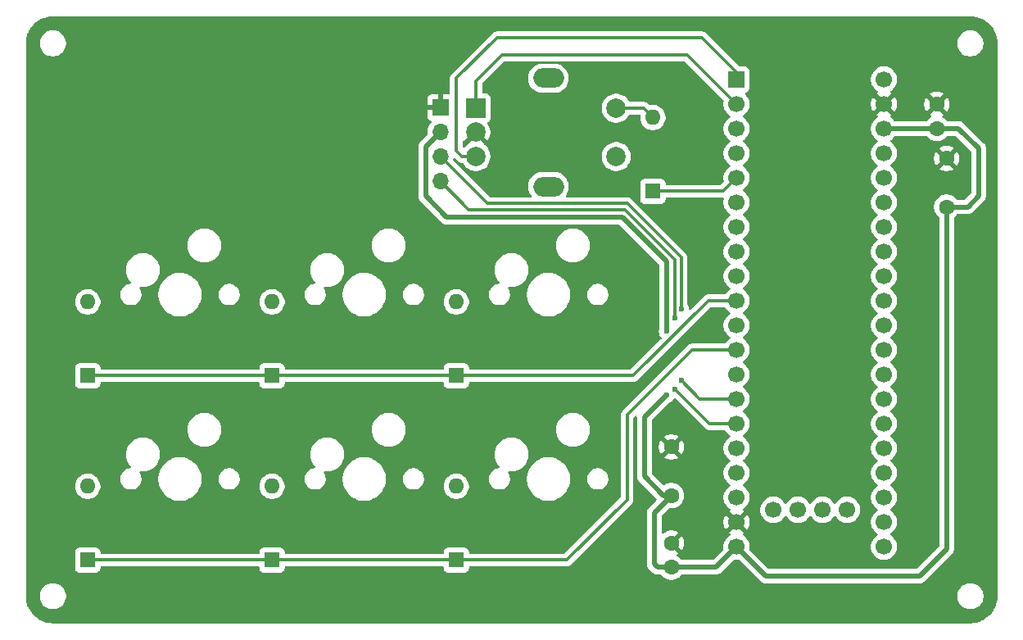
<source format=gtl>
G04 #@! TF.GenerationSoftware,KiCad,Pcbnew,9.0.2*
G04 #@! TF.CreationDate,2025-09-21T22:05:50-04:00*
G04 #@! TF.ProjectId,vWAN-macropad,7657414e-2d6d-4616-9372-6f7061642e6b,v1*
G04 #@! TF.SameCoordinates,Original*
G04 #@! TF.FileFunction,Copper,L1,Top*
G04 #@! TF.FilePolarity,Positive*
%FSLAX46Y46*%
G04 Gerber Fmt 4.6, Leading zero omitted, Abs format (unit mm)*
G04 Created by KiCad (PCBNEW 9.0.2) date 2025-09-21 22:05:50*
%MOMM*%
%LPD*%
G01*
G04 APERTURE LIST*
G04 #@! TA.AperFunction,ComponentPad*
%ADD10C,1.600000*%
G04 #@! TD*
G04 #@! TA.AperFunction,ComponentPad*
%ADD11R,1.700000X1.700000*%
G04 #@! TD*
G04 #@! TA.AperFunction,ComponentPad*
%ADD12C,1.700000*%
G04 #@! TD*
G04 #@! TA.AperFunction,WasherPad*
%ADD13O,3.200000X2.000000*%
G04 #@! TD*
G04 #@! TA.AperFunction,ComponentPad*
%ADD14R,2.000000X2.000000*%
G04 #@! TD*
G04 #@! TA.AperFunction,ComponentPad*
%ADD15C,2.000000*%
G04 #@! TD*
G04 #@! TA.AperFunction,ComponentPad*
%ADD16O,1.700000X1.700000*%
G04 #@! TD*
G04 #@! TA.AperFunction,ComponentPad*
%ADD17R,1.600000X1.600000*%
G04 #@! TD*
G04 #@! TA.AperFunction,ComponentPad*
%ADD18O,1.600000X1.600000*%
G04 #@! TD*
G04 #@! TA.AperFunction,ViaPad*
%ADD19C,0.600000*%
G04 #@! TD*
G04 #@! TA.AperFunction,Conductor*
%ADD20C,0.300000*%
G04 #@! TD*
G04 #@! TA.AperFunction,Conductor*
%ADD21C,0.500000*%
G04 #@! TD*
G04 #@! TA.AperFunction,Conductor*
%ADD22C,0.160000*%
G04 #@! TD*
G04 APERTURE END LIST*
D10*
X189357000Y-120142000D03*
X189357000Y-125142000D03*
D11*
X196088000Y-82169000D03*
D12*
X196088000Y-84709000D03*
X196088000Y-87249000D03*
X196088000Y-89789000D03*
X196088000Y-92329000D03*
X196088000Y-94869000D03*
X196088000Y-97409000D03*
X196088000Y-99949000D03*
X196088000Y-102489000D03*
X196088000Y-105029000D03*
X196088000Y-107569000D03*
X196088000Y-110109000D03*
X196088000Y-112649000D03*
X196088000Y-115189000D03*
X196088000Y-117729000D03*
X196088000Y-120269000D03*
X196088000Y-122809000D03*
X196088000Y-125349000D03*
X196088000Y-127889000D03*
X196088000Y-130429000D03*
X211328000Y-130429000D03*
X211328000Y-127889000D03*
X211328000Y-125349000D03*
X211328000Y-122809000D03*
X211328000Y-120269000D03*
X211328000Y-117729000D03*
X211328000Y-115189000D03*
X211328000Y-112649000D03*
X211328000Y-110109000D03*
X211328000Y-107569000D03*
X211328000Y-105029000D03*
X211328000Y-102489000D03*
X211328000Y-99949000D03*
X211328000Y-97409000D03*
X211328000Y-94869000D03*
X211328000Y-92329000D03*
X211328000Y-89789000D03*
X211328000Y-87249000D03*
X211328000Y-84709000D03*
X211328000Y-82169000D03*
X207520000Y-126618000D03*
X204980000Y-126618000D03*
X202440000Y-126618000D03*
X199900000Y-126618000D03*
D13*
X176657000Y-82030000D03*
X176657000Y-93230000D03*
D14*
X169157000Y-85130000D03*
D15*
X169157000Y-90130000D03*
X169157000Y-87630000D03*
X183657000Y-90130000D03*
X183657000Y-85130000D03*
D10*
X217805000Y-90337000D03*
X217805000Y-95337000D03*
X216789000Y-84729000D03*
X216789000Y-87229000D03*
D11*
X165481000Y-85069000D03*
D16*
X165481000Y-87609000D03*
X165481000Y-90149000D03*
X165481000Y-92689000D03*
D10*
X189357000Y-130068000D03*
X189357000Y-132568000D03*
D17*
X167132000Y-112776000D03*
D18*
X167132000Y-105156000D03*
D17*
X129032000Y-131826000D03*
D18*
X129032000Y-124206000D03*
D17*
X129032000Y-112776000D03*
D18*
X129032000Y-105156000D03*
D17*
X148082000Y-131826000D03*
D18*
X148082000Y-124206000D03*
D17*
X148082000Y-112776000D03*
D18*
X148082000Y-105156000D03*
D17*
X167132000Y-131826000D03*
D18*
X167132000Y-124206000D03*
D17*
X187452000Y-93726000D03*
D18*
X187452000Y-86106000D03*
D19*
X188849000Y-108204000D03*
X188849000Y-114808000D03*
X190373000Y-113284000D03*
X190373000Y-105918000D03*
X189738000Y-106807000D03*
X189738000Y-114173000D03*
D20*
X216769000Y-87249000D02*
X216789000Y-87229000D01*
D21*
X220004000Y-95337000D02*
X217805000Y-95337000D01*
X189357000Y-125142000D02*
X187579000Y-126920000D01*
X184277000Y-96393000D02*
X188849000Y-100965000D01*
X187579000Y-126920000D02*
X187579000Y-132207000D01*
X216789000Y-87229000D02*
X219055000Y-87229000D01*
X188849000Y-107696000D02*
X188849000Y-108204000D01*
X188849000Y-114808000D02*
X186563000Y-117094000D01*
X221107000Y-89281000D02*
X221107000Y-94234000D01*
X219055000Y-87229000D02*
X221107000Y-89281000D01*
X196088000Y-130429000D02*
X199136000Y-133477000D01*
X217805000Y-130683000D02*
X217805000Y-95337000D01*
X189357000Y-132568000D02*
X193949000Y-132568000D01*
X199136000Y-133477000D02*
X215011000Y-133477000D01*
X188515000Y-125142000D02*
X189357000Y-125142000D01*
X187940000Y-132568000D02*
X189357000Y-132568000D01*
X186563000Y-117094000D02*
X186563000Y-123190000D01*
X215011000Y-133477000D02*
X217805000Y-130683000D01*
X163957000Y-89133000D02*
X163957000Y-94234000D01*
X187579000Y-132207000D02*
X187940000Y-132568000D01*
X193949000Y-132568000D02*
X196088000Y-130429000D01*
X211328000Y-87249000D02*
X216769000Y-87249000D01*
X163957000Y-94234000D02*
X166116000Y-96393000D01*
X186563000Y-123190000D02*
X188515000Y-125142000D01*
X221107000Y-94234000D02*
X220004000Y-95337000D01*
X188849000Y-100965000D02*
X188849000Y-107696000D01*
X166116000Y-96393000D02*
X184277000Y-96393000D01*
D22*
X216007000Y-87122000D02*
X216027000Y-87102000D01*
D21*
X165481000Y-87609000D02*
X163957000Y-89133000D01*
D20*
X187452000Y-93726000D02*
X194691000Y-93726000D01*
X194691000Y-93726000D02*
X196088000Y-92329000D01*
X193167000Y-105029000D02*
X196088000Y-105029000D01*
X185420000Y-112776000D02*
X193167000Y-105029000D01*
X167132000Y-112776000D02*
X185420000Y-112776000D01*
X129032000Y-112776000D02*
X167132000Y-112776000D01*
X186476000Y-85130000D02*
X187452000Y-86106000D01*
X183657000Y-85130000D02*
X186476000Y-85130000D01*
X165481000Y-90149000D02*
X170328000Y-94996000D01*
X192278000Y-115189000D02*
X196088000Y-115189000D01*
X190373000Y-113284000D02*
X192278000Y-115189000D01*
X190373000Y-100584000D02*
X190373000Y-105918000D01*
X170328000Y-94996000D02*
X184785000Y-94996000D01*
X184785000Y-94996000D02*
X190373000Y-100584000D01*
X189738000Y-100965000D02*
X189738000Y-106807000D01*
X165481000Y-92689000D02*
X168423000Y-95631000D01*
X184531000Y-95631000D02*
X189738000Y-100838000D01*
X168423000Y-95631000D02*
X184531000Y-95631000D01*
X189738000Y-114173000D02*
X193294000Y-117729000D01*
X193294000Y-117729000D02*
X196088000Y-117729000D01*
X189738000Y-100838000D02*
X189738000Y-100965000D01*
X169157000Y-90130000D02*
X167727000Y-90130000D01*
X196088000Y-81407000D02*
X196088000Y-82169000D01*
X171323000Y-77851000D02*
X192532000Y-77851000D01*
X192532000Y-77851000D02*
X196088000Y-81407000D01*
X167727000Y-90130000D02*
X167132000Y-89535000D01*
X167132000Y-89535000D02*
X167132000Y-82042000D01*
X167132000Y-82042000D02*
X171323000Y-77851000D01*
X169157000Y-82303000D02*
X171831000Y-79629000D01*
X171831000Y-79629000D02*
X191008000Y-79629000D01*
X169157000Y-85130000D02*
X169157000Y-82303000D01*
X191008000Y-79629000D02*
X196088000Y-84709000D01*
X167132000Y-131826000D02*
X178562000Y-131826000D01*
X184785000Y-116840000D02*
X191516000Y-110109000D01*
X129032000Y-131826000D02*
X167132000Y-131826000D01*
X178562000Y-131826000D02*
X184785000Y-125603000D01*
X184785000Y-125603000D02*
X184785000Y-116840000D01*
X191516000Y-110109000D02*
X196088000Y-110109000D01*
G04 #@! TA.AperFunction,Conductor*
G36*
X189745411Y-115105806D02*
G01*
X189769823Y-115124769D01*
X192879324Y-118234271D01*
X192879331Y-118234277D01*
X192985871Y-118305464D01*
X192985870Y-118305464D01*
X193020544Y-118319826D01*
X193104256Y-118354501D01*
X193104260Y-118354501D01*
X193104261Y-118354502D01*
X193229928Y-118379500D01*
X193229931Y-118379500D01*
X194828382Y-118379500D01*
X194895421Y-118399185D01*
X194929099Y-118433591D01*
X194930085Y-118432875D01*
X195057890Y-118608786D01*
X195208213Y-118759109D01*
X195380182Y-118884050D01*
X195388946Y-118888516D01*
X195439742Y-118936491D01*
X195456536Y-119004312D01*
X195433998Y-119070447D01*
X195388946Y-119109484D01*
X195380182Y-119113949D01*
X195208213Y-119238890D01*
X195057890Y-119389213D01*
X194932951Y-119561179D01*
X194836444Y-119750585D01*
X194836443Y-119750587D01*
X194836443Y-119750588D01*
X194813041Y-119822611D01*
X194770753Y-119952760D01*
X194737500Y-120162713D01*
X194737500Y-120375286D01*
X194770753Y-120585239D01*
X194836444Y-120787414D01*
X194932951Y-120976820D01*
X195057890Y-121148786D01*
X195208213Y-121299109D01*
X195380182Y-121424050D01*
X195388946Y-121428516D01*
X195439742Y-121476491D01*
X195456536Y-121544312D01*
X195433998Y-121610447D01*
X195388946Y-121649484D01*
X195380182Y-121653949D01*
X195208213Y-121778890D01*
X195057890Y-121929213D01*
X194932951Y-122101179D01*
X194836444Y-122290585D01*
X194836443Y-122290587D01*
X194836443Y-122290588D01*
X194813041Y-122362611D01*
X194770753Y-122492760D01*
X194737500Y-122702713D01*
X194737500Y-122915286D01*
X194754276Y-123021209D01*
X194770754Y-123125243D01*
X194826523Y-123296883D01*
X194836444Y-123327414D01*
X194932951Y-123516820D01*
X195057890Y-123688786D01*
X195208213Y-123839109D01*
X195380182Y-123964050D01*
X195388946Y-123968516D01*
X195439742Y-124016491D01*
X195456536Y-124084312D01*
X195433998Y-124150447D01*
X195388946Y-124189484D01*
X195380182Y-124193949D01*
X195208213Y-124318890D01*
X195057890Y-124469213D01*
X194932951Y-124641179D01*
X194836444Y-124830585D01*
X194770753Y-125032760D01*
X194767514Y-125053213D01*
X194737500Y-125242713D01*
X194737500Y-125455287D01*
X194740673Y-125475319D01*
X194768447Y-125650681D01*
X194770754Y-125665243D01*
X194812179Y-125792736D01*
X194836444Y-125867414D01*
X194932951Y-126056820D01*
X195057890Y-126228786D01*
X195208213Y-126379109D01*
X195380179Y-126504048D01*
X195380181Y-126504049D01*
X195380184Y-126504051D01*
X195389493Y-126508794D01*
X195440290Y-126556766D01*
X195457087Y-126624587D01*
X195434552Y-126690722D01*
X195389505Y-126729760D01*
X195380446Y-126734376D01*
X195380440Y-126734380D01*
X195326282Y-126773727D01*
X195326282Y-126773728D01*
X195958591Y-127406037D01*
X195895007Y-127423075D01*
X195780993Y-127488901D01*
X195687901Y-127581993D01*
X195622075Y-127696007D01*
X195605037Y-127759591D01*
X194972728Y-127127282D01*
X194972727Y-127127282D01*
X194933380Y-127181439D01*
X194836904Y-127370782D01*
X194771242Y-127572869D01*
X194771242Y-127572872D01*
X194738000Y-127782753D01*
X194738000Y-127995246D01*
X194771242Y-128205127D01*
X194771242Y-128205130D01*
X194836904Y-128407217D01*
X194933375Y-128596550D01*
X194972728Y-128650716D01*
X195605037Y-128018408D01*
X195622075Y-128081993D01*
X195687901Y-128196007D01*
X195780993Y-128289099D01*
X195895007Y-128354925D01*
X195958590Y-128371962D01*
X195326282Y-129004269D01*
X195326282Y-129004270D01*
X195380452Y-129043626D01*
X195380451Y-129043626D01*
X195389495Y-129048234D01*
X195440292Y-129096208D01*
X195457087Y-129164029D01*
X195434550Y-129230164D01*
X195389499Y-129269202D01*
X195380182Y-129273949D01*
X195208213Y-129398890D01*
X195057890Y-129549213D01*
X194932951Y-129721179D01*
X194836444Y-129910585D01*
X194770753Y-130112760D01*
X194737500Y-130322713D01*
X194737500Y-130535292D01*
X194752616Y-130630728D01*
X194743662Y-130700021D01*
X194717824Y-130737807D01*
X193674451Y-131781181D01*
X193613128Y-131814666D01*
X193586770Y-131817500D01*
X190482418Y-131817500D01*
X190415379Y-131797815D01*
X190382100Y-131766385D01*
X190348971Y-131720787D01*
X190348967Y-131720782D01*
X190204213Y-131576028D01*
X190038611Y-131455713D01*
X189984621Y-131428203D01*
X189933825Y-131380228D01*
X189917031Y-131312407D01*
X189939569Y-131246272D01*
X189984624Y-131207233D01*
X190038349Y-131179859D01*
X190082921Y-131147474D01*
X189403447Y-130468000D01*
X189409661Y-130468000D01*
X189511394Y-130440741D01*
X189602606Y-130388080D01*
X189677080Y-130313606D01*
X189729741Y-130222394D01*
X189757000Y-130120661D01*
X189757000Y-130114447D01*
X190436474Y-130793921D01*
X190468859Y-130749349D01*
X190561755Y-130567031D01*
X190624990Y-130372417D01*
X190657000Y-130170317D01*
X190657000Y-129965682D01*
X190624990Y-129763582D01*
X190561755Y-129568968D01*
X190468859Y-129386650D01*
X190436474Y-129342077D01*
X190436474Y-129342076D01*
X189757000Y-130021551D01*
X189757000Y-130015339D01*
X189729741Y-129913606D01*
X189677080Y-129822394D01*
X189602606Y-129747920D01*
X189511394Y-129695259D01*
X189409661Y-129668000D01*
X189403446Y-129668000D01*
X190082922Y-128988524D01*
X190082921Y-128988523D01*
X190038359Y-128956147D01*
X190038350Y-128956141D01*
X189856031Y-128863244D01*
X189661417Y-128800009D01*
X189459317Y-128768000D01*
X189254683Y-128768000D01*
X189052582Y-128800009D01*
X188857968Y-128863244D01*
X188675650Y-128956140D01*
X188526386Y-129064588D01*
X188460579Y-129088068D01*
X188392525Y-129072243D01*
X188343830Y-129022137D01*
X188329500Y-128964270D01*
X188329500Y-127282229D01*
X188349185Y-127215190D01*
X188365815Y-127194552D01*
X189091895Y-126468471D01*
X189153216Y-126434988D01*
X189198971Y-126433681D01*
X189254648Y-126442500D01*
X189254649Y-126442500D01*
X189459351Y-126442500D01*
X189459352Y-126442500D01*
X189661534Y-126410477D01*
X189856219Y-126347220D01*
X190038610Y-126254287D01*
X190131590Y-126186732D01*
X190204213Y-126133971D01*
X190204215Y-126133968D01*
X190204219Y-126133966D01*
X190348966Y-125989219D01*
X190348968Y-125989215D01*
X190348971Y-125989213D01*
X190406391Y-125910179D01*
X190469287Y-125823610D01*
X190562220Y-125641219D01*
X190625477Y-125446534D01*
X190657500Y-125244352D01*
X190657500Y-125039648D01*
X190639660Y-124927011D01*
X190625477Y-124837465D01*
X190596127Y-124747137D01*
X190562220Y-124642781D01*
X190562218Y-124642778D01*
X190562218Y-124642776D01*
X190498783Y-124518280D01*
X190469287Y-124460390D01*
X190453597Y-124438794D01*
X190348971Y-124294786D01*
X190204213Y-124150028D01*
X190038613Y-124029715D01*
X190038612Y-124029714D01*
X190038610Y-124029713D01*
X189981653Y-124000691D01*
X189856223Y-123936781D01*
X189661534Y-123873522D01*
X189486995Y-123845878D01*
X189459352Y-123841500D01*
X189254648Y-123841500D01*
X189230329Y-123845351D01*
X189052465Y-123873522D01*
X188857776Y-123936781D01*
X188675387Y-124029714D01*
X188638679Y-124056384D01*
X188572873Y-124079863D01*
X188504819Y-124064037D01*
X188478114Y-124043746D01*
X187349819Y-122915451D01*
X187316334Y-122854128D01*
X187313500Y-122827770D01*
X187313500Y-120039682D01*
X188057000Y-120039682D01*
X188057000Y-120244317D01*
X188089009Y-120446417D01*
X188152244Y-120641031D01*
X188245141Y-120823350D01*
X188245147Y-120823359D01*
X188277523Y-120867921D01*
X188277524Y-120867922D01*
X188957000Y-120188446D01*
X188957000Y-120194661D01*
X188984259Y-120296394D01*
X189036920Y-120387606D01*
X189111394Y-120462080D01*
X189202606Y-120514741D01*
X189304339Y-120542000D01*
X189310553Y-120542000D01*
X188631076Y-121221474D01*
X188675650Y-121253859D01*
X188857968Y-121346755D01*
X189052582Y-121409990D01*
X189254683Y-121442000D01*
X189459317Y-121442000D01*
X189661417Y-121409990D01*
X189856031Y-121346755D01*
X190038349Y-121253859D01*
X190082921Y-121221474D01*
X189403447Y-120542000D01*
X189409661Y-120542000D01*
X189511394Y-120514741D01*
X189602606Y-120462080D01*
X189677080Y-120387606D01*
X189729741Y-120296394D01*
X189757000Y-120194661D01*
X189757000Y-120188447D01*
X190436474Y-120867921D01*
X190468859Y-120823349D01*
X190561755Y-120641031D01*
X190624990Y-120446417D01*
X190657000Y-120244317D01*
X190657000Y-120039682D01*
X190624990Y-119837582D01*
X190561755Y-119642968D01*
X190468859Y-119460650D01*
X190436474Y-119416077D01*
X190436474Y-119416076D01*
X189757000Y-120095551D01*
X189757000Y-120089339D01*
X189729741Y-119987606D01*
X189677080Y-119896394D01*
X189602606Y-119821920D01*
X189511394Y-119769259D01*
X189409661Y-119742000D01*
X189403446Y-119742000D01*
X190082922Y-119062524D01*
X190082921Y-119062523D01*
X190038359Y-119030147D01*
X190038350Y-119030141D01*
X189856031Y-118937244D01*
X189661417Y-118874009D01*
X189459317Y-118842000D01*
X189254683Y-118842000D01*
X189052582Y-118874009D01*
X188857968Y-118937244D01*
X188675644Y-119030143D01*
X188631077Y-119062523D01*
X188631077Y-119062524D01*
X189310554Y-119742000D01*
X189304339Y-119742000D01*
X189202606Y-119769259D01*
X189111394Y-119821920D01*
X189036920Y-119896394D01*
X188984259Y-119987606D01*
X188957000Y-120089339D01*
X188957000Y-120095553D01*
X188277524Y-119416077D01*
X188277523Y-119416077D01*
X188245143Y-119460644D01*
X188152244Y-119642968D01*
X188089009Y-119837582D01*
X188057000Y-120039682D01*
X187313500Y-120039682D01*
X187313500Y-117456228D01*
X187333185Y-117389189D01*
X187349814Y-117368552D01*
X189164295Y-115554070D01*
X189204519Y-115527193D01*
X189228179Y-115517394D01*
X189359289Y-115429789D01*
X189470789Y-115318289D01*
X189558394Y-115187179D01*
X189567580Y-115164999D01*
X189611418Y-115110597D01*
X189677711Y-115088529D01*
X189745411Y-115105806D01*
G37*
G04 #@! TD.AperFunction*
G04 #@! TA.AperFunction,Conductor*
G36*
X190754231Y-80299185D02*
G01*
X190774873Y-80315819D01*
X194737342Y-84278288D01*
X194770827Y-84339611D01*
X194770319Y-84387755D01*
X194771516Y-84387945D01*
X194737500Y-84602713D01*
X194737500Y-84815286D01*
X194770735Y-85025127D01*
X194770754Y-85025243D01*
X194789375Y-85082553D01*
X194836444Y-85227414D01*
X194932951Y-85416820D01*
X195057890Y-85588786D01*
X195208213Y-85739109D01*
X195380182Y-85864050D01*
X195388946Y-85868516D01*
X195439742Y-85916491D01*
X195456536Y-85984312D01*
X195433998Y-86050447D01*
X195388946Y-86089484D01*
X195380182Y-86093949D01*
X195208213Y-86218890D01*
X195057890Y-86369213D01*
X194932951Y-86541179D01*
X194836444Y-86730585D01*
X194770753Y-86932760D01*
X194745756Y-87090585D01*
X194737500Y-87142713D01*
X194737500Y-87355287D01*
X194745611Y-87406500D01*
X194770584Y-87564174D01*
X194770754Y-87565243D01*
X194819506Y-87715287D01*
X194836444Y-87767414D01*
X194932951Y-87956820D01*
X195057890Y-88128786D01*
X195208213Y-88279109D01*
X195380182Y-88404050D01*
X195388946Y-88408516D01*
X195439742Y-88456491D01*
X195456536Y-88524312D01*
X195433998Y-88590447D01*
X195388946Y-88629484D01*
X195380182Y-88633949D01*
X195208213Y-88758890D01*
X195057890Y-88909213D01*
X194932951Y-89081179D01*
X194836444Y-89270585D01*
X194770753Y-89472760D01*
X194737500Y-89682713D01*
X194737500Y-89895286D01*
X194770753Y-90105239D01*
X194770753Y-90105241D01*
X194770754Y-90105243D01*
X194819506Y-90255287D01*
X194836444Y-90307414D01*
X194932951Y-90496820D01*
X195057890Y-90668786D01*
X195208213Y-90819109D01*
X195380182Y-90944050D01*
X195388946Y-90948516D01*
X195439742Y-90996491D01*
X195456536Y-91064312D01*
X195433998Y-91130447D01*
X195388946Y-91169484D01*
X195380182Y-91173949D01*
X195208213Y-91298890D01*
X195057890Y-91449213D01*
X194932951Y-91621179D01*
X194836444Y-91810585D01*
X194770753Y-92012760D01*
X194759235Y-92085483D01*
X194737500Y-92222713D01*
X194737500Y-92435287D01*
X194744931Y-92482202D01*
X194771516Y-92650055D01*
X194769877Y-92650314D01*
X194766738Y-92712883D01*
X194737342Y-92759710D01*
X194457871Y-93039182D01*
X194396551Y-93072666D01*
X194370192Y-93075500D01*
X188876499Y-93075500D01*
X188809460Y-93055815D01*
X188763705Y-93003011D01*
X188752499Y-92951500D01*
X188752499Y-92878129D01*
X188752498Y-92878123D01*
X188752497Y-92878116D01*
X188746091Y-92818517D01*
X188737426Y-92795286D01*
X188695797Y-92683671D01*
X188695793Y-92683664D01*
X188609547Y-92568455D01*
X188609544Y-92568452D01*
X188494335Y-92482206D01*
X188494328Y-92482202D01*
X188359482Y-92431908D01*
X188359483Y-92431908D01*
X188299883Y-92425501D01*
X188299881Y-92425500D01*
X188299873Y-92425500D01*
X188299864Y-92425500D01*
X186604129Y-92425500D01*
X186604123Y-92425501D01*
X186544516Y-92431908D01*
X186409671Y-92482202D01*
X186409664Y-92482206D01*
X186294455Y-92568452D01*
X186294452Y-92568455D01*
X186208206Y-92683664D01*
X186208202Y-92683671D01*
X186157908Y-92818517D01*
X186154802Y-92847412D01*
X186151501Y-92878123D01*
X186151500Y-92878135D01*
X186151500Y-94573870D01*
X186151501Y-94573876D01*
X186157908Y-94633483D01*
X186208202Y-94768328D01*
X186208206Y-94768335D01*
X186294452Y-94883544D01*
X186294455Y-94883547D01*
X186409664Y-94969793D01*
X186409671Y-94969797D01*
X186544517Y-95020091D01*
X186544516Y-95020091D01*
X186551444Y-95020835D01*
X186604127Y-95026500D01*
X188299872Y-95026499D01*
X188359483Y-95020091D01*
X188494331Y-94969796D01*
X188609546Y-94883546D01*
X188695796Y-94768331D01*
X188746091Y-94633483D01*
X188752500Y-94573873D01*
X188752500Y-94500500D01*
X188772185Y-94433461D01*
X188824989Y-94387706D01*
X188876500Y-94376500D01*
X194657352Y-94376500D01*
X194724391Y-94396185D01*
X194770146Y-94448989D01*
X194780090Y-94518147D01*
X194775284Y-94538813D01*
X194771591Y-94550181D01*
X194770753Y-94552760D01*
X194737500Y-94762713D01*
X194737500Y-94975286D01*
X194770753Y-95185239D01*
X194836444Y-95387414D01*
X194932951Y-95576820D01*
X195057890Y-95748786D01*
X195208213Y-95899109D01*
X195380182Y-96024050D01*
X195388946Y-96028516D01*
X195439742Y-96076491D01*
X195456536Y-96144312D01*
X195433998Y-96210447D01*
X195388946Y-96249484D01*
X195380182Y-96253949D01*
X195208213Y-96378890D01*
X195057890Y-96529213D01*
X194932951Y-96701179D01*
X194836444Y-96890585D01*
X194770753Y-97092760D01*
X194737500Y-97302713D01*
X194737500Y-97515287D01*
X194770754Y-97725243D01*
X194813042Y-97855392D01*
X194836444Y-97927414D01*
X194932951Y-98116820D01*
X195057890Y-98288786D01*
X195208213Y-98439109D01*
X195380182Y-98564050D01*
X195388946Y-98568516D01*
X195439742Y-98616491D01*
X195456536Y-98684312D01*
X195433998Y-98750447D01*
X195388946Y-98789484D01*
X195380182Y-98793949D01*
X195208213Y-98918890D01*
X195057890Y-99069213D01*
X194932951Y-99241179D01*
X194836444Y-99430585D01*
X194770753Y-99632760D01*
X194737500Y-99842713D01*
X194737500Y-100055286D01*
X194755562Y-100169329D01*
X194770754Y-100265243D01*
X194813042Y-100395392D01*
X194836444Y-100467414D01*
X194932951Y-100656820D01*
X195057890Y-100828786D01*
X195208213Y-100979109D01*
X195380182Y-101104050D01*
X195388946Y-101108516D01*
X195439742Y-101156491D01*
X195456536Y-101224312D01*
X195433998Y-101290447D01*
X195388946Y-101329484D01*
X195380182Y-101333949D01*
X195208213Y-101458890D01*
X195057890Y-101609213D01*
X194932951Y-101781179D01*
X194836444Y-101970585D01*
X194770753Y-102172760D01*
X194756278Y-102264152D01*
X194737500Y-102382713D01*
X194737500Y-102595287D01*
X194770754Y-102805243D01*
X194805113Y-102910990D01*
X194836444Y-103007414D01*
X194932951Y-103196820D01*
X195057890Y-103368786D01*
X195208213Y-103519109D01*
X195380182Y-103644050D01*
X195388946Y-103648516D01*
X195439742Y-103696491D01*
X195456536Y-103764312D01*
X195433998Y-103830447D01*
X195388946Y-103869484D01*
X195380182Y-103873949D01*
X195208213Y-103998890D01*
X195057890Y-104149213D01*
X194930085Y-104325125D01*
X194928740Y-104324148D01*
X194882295Y-104366166D01*
X194828382Y-104378500D01*
X193102929Y-104378500D01*
X192977261Y-104403497D01*
X192977255Y-104403499D01*
X192858870Y-104452535D01*
X192752331Y-104523722D01*
X192752324Y-104523728D01*
X191381240Y-105894812D01*
X191319917Y-105928297D01*
X191250225Y-105923313D01*
X191194292Y-105881441D01*
X191171942Y-105831322D01*
X191142738Y-105684510D01*
X191142737Y-105684503D01*
X191085953Y-105547414D01*
X191082397Y-105538828D01*
X191082396Y-105538827D01*
X191082394Y-105538821D01*
X191044396Y-105481953D01*
X191023520Y-105415276D01*
X191023500Y-105413064D01*
X191023500Y-100519928D01*
X190998502Y-100394261D01*
X190998501Y-100394260D01*
X190998501Y-100394256D01*
X190949465Y-100275873D01*
X190942362Y-100265243D01*
X190927730Y-100243343D01*
X190878276Y-100169329D01*
X185199673Y-94490726D01*
X185198268Y-94489787D01*
X185093127Y-94419535D01*
X185036755Y-94396185D01*
X184974744Y-94370499D01*
X184974738Y-94370497D01*
X184849071Y-94345500D01*
X184849069Y-94345500D01*
X178544625Y-94345500D01*
X178477586Y-94325815D01*
X178431831Y-94273011D01*
X178421887Y-94203853D01*
X178444306Y-94148615D01*
X178540343Y-94016433D01*
X178647568Y-93805992D01*
X178720553Y-93581368D01*
X178729076Y-93527556D01*
X178757500Y-93348097D01*
X178757500Y-93111902D01*
X178720553Y-92878631D01*
X178681913Y-92759710D01*
X178647568Y-92654008D01*
X178647566Y-92654005D01*
X178647566Y-92654003D01*
X178591002Y-92542991D01*
X178540343Y-92443567D01*
X178401517Y-92252490D01*
X178234510Y-92085483D01*
X178043433Y-91946657D01*
X177832996Y-91839433D01*
X177608368Y-91766446D01*
X177375097Y-91729500D01*
X177375092Y-91729500D01*
X175938908Y-91729500D01*
X175938903Y-91729500D01*
X175705631Y-91766446D01*
X175481003Y-91839433D01*
X175270566Y-91946657D01*
X175179588Y-92012757D01*
X175079490Y-92085483D01*
X175079488Y-92085485D01*
X175079487Y-92085485D01*
X174912485Y-92252487D01*
X174912485Y-92252488D01*
X174912483Y-92252490D01*
X174852862Y-92334550D01*
X174773657Y-92443566D01*
X174666433Y-92654003D01*
X174593446Y-92878631D01*
X174556500Y-93111902D01*
X174556500Y-93348097D01*
X174593446Y-93581368D01*
X174666433Y-93805996D01*
X174759785Y-93989208D01*
X174773657Y-94016433D01*
X174869693Y-94148615D01*
X174893173Y-94214420D01*
X174877348Y-94282474D01*
X174827242Y-94331169D01*
X174769375Y-94345500D01*
X170648807Y-94345500D01*
X170581768Y-94325815D01*
X170561126Y-94309181D01*
X166831657Y-90579711D01*
X166828938Y-90574732D01*
X166824220Y-90571582D01*
X166812376Y-90544402D01*
X166798172Y-90518388D01*
X166797982Y-90511367D01*
X166796310Y-90507529D01*
X166797364Y-90488450D01*
X166796927Y-90472240D01*
X166797872Y-90466393D01*
X166798246Y-90465243D01*
X166807279Y-90408206D01*
X166822229Y-90376930D01*
X166837145Y-90345466D01*
X166837321Y-90345356D01*
X166837411Y-90345169D01*
X166866999Y-90326876D01*
X166896457Y-90308534D01*
X166896663Y-90308536D01*
X166896840Y-90308428D01*
X166931597Y-90309035D01*
X166966319Y-90309532D01*
X166966509Y-90309646D01*
X166966699Y-90309650D01*
X166968418Y-90310798D01*
X167017371Y-90340317D01*
X167312325Y-90635272D01*
X167312332Y-90635278D01*
X167418159Y-90705989D01*
X167418160Y-90705989D01*
X167418871Y-90706464D01*
X167418877Y-90706467D01*
X167537251Y-90755499D01*
X167537256Y-90755501D01*
X167537260Y-90755501D01*
X167537261Y-90755502D01*
X167662928Y-90780500D01*
X167662931Y-90780500D01*
X167728408Y-90780500D01*
X167795447Y-90800185D01*
X167838893Y-90848205D01*
X167873657Y-90916433D01*
X168012483Y-91107510D01*
X168179490Y-91274517D01*
X168370567Y-91413343D01*
X168417866Y-91437443D01*
X168581003Y-91520566D01*
X168581005Y-91520566D01*
X168581008Y-91520568D01*
X168646215Y-91541755D01*
X168805631Y-91593553D01*
X169038903Y-91630500D01*
X169038908Y-91630500D01*
X169275097Y-91630500D01*
X169508368Y-91593553D01*
X169544940Y-91581670D01*
X169732992Y-91520568D01*
X169943433Y-91413343D01*
X170134510Y-91274517D01*
X170301517Y-91107510D01*
X170440343Y-90916433D01*
X170547568Y-90705992D01*
X170620553Y-90481368D01*
X170627213Y-90439317D01*
X170657500Y-90248097D01*
X170657500Y-90011902D01*
X182156500Y-90011902D01*
X182156500Y-90248097D01*
X182193446Y-90481368D01*
X182266433Y-90705996D01*
X182332690Y-90836031D01*
X182373657Y-90916433D01*
X182512483Y-91107510D01*
X182679490Y-91274517D01*
X182870567Y-91413343D01*
X182917866Y-91437443D01*
X183081003Y-91520566D01*
X183081005Y-91520566D01*
X183081008Y-91520568D01*
X183146215Y-91541755D01*
X183305631Y-91593553D01*
X183538903Y-91630500D01*
X183538908Y-91630500D01*
X183775097Y-91630500D01*
X184008368Y-91593553D01*
X184044940Y-91581670D01*
X184232992Y-91520568D01*
X184443433Y-91413343D01*
X184634510Y-91274517D01*
X184801517Y-91107510D01*
X184940343Y-90916433D01*
X185047568Y-90705992D01*
X185120553Y-90481368D01*
X185127213Y-90439317D01*
X185157500Y-90248097D01*
X185157500Y-90011902D01*
X185120553Y-89778631D01*
X185066111Y-89611077D01*
X185047568Y-89554008D01*
X185047566Y-89554005D01*
X185047566Y-89554003D01*
X184940342Y-89343566D01*
X184887318Y-89270585D01*
X184801517Y-89152490D01*
X184634510Y-88985483D01*
X184443433Y-88846657D01*
X184232996Y-88739433D01*
X184008368Y-88666446D01*
X183775097Y-88629500D01*
X183775092Y-88629500D01*
X183538908Y-88629500D01*
X183538903Y-88629500D01*
X183305631Y-88666446D01*
X183081003Y-88739433D01*
X182870566Y-88846657D01*
X182784473Y-88909208D01*
X182679490Y-88985483D01*
X182679488Y-88985485D01*
X182679487Y-88985485D01*
X182512485Y-89152487D01*
X182512485Y-89152488D01*
X182512483Y-89152490D01*
X182459699Y-89225141D01*
X182373657Y-89343566D01*
X182266433Y-89554003D01*
X182193446Y-89778631D01*
X182156500Y-90011902D01*
X170657500Y-90011902D01*
X170620553Y-89778631D01*
X170566111Y-89611077D01*
X170547568Y-89554008D01*
X170547566Y-89554005D01*
X170547566Y-89554003D01*
X170440342Y-89343566D01*
X170387318Y-89270585D01*
X170301517Y-89152490D01*
X170134510Y-88985483D01*
X170078259Y-88944614D01*
X170035595Y-88889284D01*
X170030902Y-88857455D01*
X169286408Y-88112962D01*
X169349993Y-88095925D01*
X169464007Y-88030099D01*
X169557099Y-87937007D01*
X169622925Y-87822993D01*
X169639962Y-87759409D01*
X170379658Y-88499105D01*
X170379658Y-88499104D01*
X170439914Y-88416169D01*
X170439918Y-88416163D01*
X170547102Y-88205802D01*
X170620065Y-87981247D01*
X170657000Y-87748052D01*
X170657000Y-87511947D01*
X170620065Y-87278752D01*
X170547102Y-87054197D01*
X170439914Y-86843828D01*
X170370394Y-86748142D01*
X170346914Y-86682335D01*
X170362739Y-86614281D01*
X170396401Y-86575989D01*
X170399329Y-86573796D01*
X170399331Y-86573796D01*
X170514546Y-86487546D01*
X170600796Y-86372331D01*
X170651091Y-86237483D01*
X170657500Y-86177873D01*
X170657499Y-85011902D01*
X182156500Y-85011902D01*
X182156500Y-85248097D01*
X182193446Y-85481368D01*
X182266433Y-85705996D01*
X182346967Y-85864051D01*
X182373657Y-85916433D01*
X182512483Y-86107510D01*
X182679490Y-86274517D01*
X182870567Y-86413343D01*
X182950261Y-86453949D01*
X183081003Y-86520566D01*
X183081005Y-86520566D01*
X183081008Y-86520568D01*
X183201412Y-86559689D01*
X183305631Y-86593553D01*
X183538903Y-86630500D01*
X183538908Y-86630500D01*
X183775097Y-86630500D01*
X184008368Y-86593553D01*
X184232992Y-86520568D01*
X184443433Y-86413343D01*
X184634510Y-86274517D01*
X184801517Y-86107510D01*
X184940343Y-85916433D01*
X184975107Y-85848205D01*
X185023082Y-85797409D01*
X185085592Y-85780500D01*
X186041658Y-85780500D01*
X186108697Y-85800185D01*
X186154452Y-85852989D01*
X186164396Y-85922147D01*
X186164131Y-85923897D01*
X186151500Y-86003647D01*
X186151500Y-86208351D01*
X186183522Y-86410534D01*
X186246781Y-86605223D01*
X186339715Y-86787613D01*
X186460028Y-86953213D01*
X186604786Y-87097971D01*
X186759749Y-87210556D01*
X186770390Y-87218287D01*
X186886607Y-87277503D01*
X186952776Y-87311218D01*
X186952778Y-87311218D01*
X186952781Y-87311220D01*
X186989015Y-87322993D01*
X187147465Y-87374477D01*
X187248557Y-87390488D01*
X187349648Y-87406500D01*
X187349649Y-87406500D01*
X187554351Y-87406500D01*
X187554352Y-87406500D01*
X187756534Y-87374477D01*
X187951219Y-87311220D01*
X188133610Y-87218287D01*
X188255128Y-87130000D01*
X188299213Y-87097971D01*
X188299215Y-87097968D01*
X188299219Y-87097966D01*
X188443966Y-86953219D01*
X188443968Y-86953215D01*
X188443971Y-86953213D01*
X188496732Y-86880590D01*
X188564287Y-86787610D01*
X188657220Y-86605219D01*
X188720477Y-86410534D01*
X188752500Y-86208352D01*
X188752500Y-86003648D01*
X188740598Y-85928500D01*
X188720477Y-85801465D01*
X188657218Y-85606776D01*
X188620607Y-85534925D01*
X188564287Y-85424390D01*
X188529135Y-85376007D01*
X188443971Y-85258786D01*
X188299213Y-85114028D01*
X188133613Y-84993715D01*
X188133612Y-84993714D01*
X188133610Y-84993713D01*
X188038006Y-84945000D01*
X187951223Y-84900781D01*
X187756534Y-84837522D01*
X187581995Y-84809878D01*
X187554352Y-84805500D01*
X187349648Y-84805500D01*
X187322343Y-84809824D01*
X187171888Y-84833654D01*
X187102594Y-84824699D01*
X187064809Y-84798862D01*
X186890673Y-84624726D01*
X186890669Y-84624723D01*
X186784127Y-84553535D01*
X186665744Y-84504499D01*
X186665738Y-84504497D01*
X186540071Y-84479500D01*
X186540069Y-84479500D01*
X185085592Y-84479500D01*
X185018553Y-84459815D01*
X184975107Y-84411795D01*
X184946810Y-84356259D01*
X184940343Y-84343567D01*
X184801517Y-84152490D01*
X184634510Y-83985483D01*
X184443433Y-83846657D01*
X184232996Y-83739433D01*
X184008368Y-83666446D01*
X183775097Y-83629500D01*
X183775092Y-83629500D01*
X183538908Y-83629500D01*
X183538903Y-83629500D01*
X183305631Y-83666446D01*
X183081003Y-83739433D01*
X182870566Y-83846657D01*
X182814119Y-83887669D01*
X182679490Y-83985483D01*
X182679488Y-83985485D01*
X182679487Y-83985485D01*
X182512485Y-84152487D01*
X182512485Y-84152488D01*
X182512483Y-84152490D01*
X182484803Y-84190588D01*
X182373657Y-84343566D01*
X182266433Y-84554003D01*
X182193446Y-84778631D01*
X182156500Y-85011902D01*
X170657499Y-85011902D01*
X170657499Y-84082128D01*
X170651091Y-84022517D01*
X170643840Y-84003077D01*
X170600797Y-83887671D01*
X170600793Y-83887664D01*
X170514547Y-83772455D01*
X170514544Y-83772452D01*
X170399335Y-83686206D01*
X170399328Y-83686202D01*
X170264482Y-83635908D01*
X170264483Y-83635908D01*
X170204883Y-83629501D01*
X170204881Y-83629500D01*
X170204873Y-83629500D01*
X170204865Y-83629500D01*
X169931500Y-83629500D01*
X169864461Y-83609815D01*
X169818706Y-83557011D01*
X169807500Y-83505500D01*
X169807500Y-82623808D01*
X169827185Y-82556769D01*
X169843819Y-82536127D01*
X170468044Y-81911902D01*
X174556500Y-81911902D01*
X174556500Y-82148097D01*
X174593446Y-82381368D01*
X174666433Y-82605996D01*
X174773657Y-82816433D01*
X174912483Y-83007510D01*
X175079490Y-83174517D01*
X175270567Y-83313343D01*
X175369991Y-83364002D01*
X175481003Y-83420566D01*
X175481005Y-83420566D01*
X175481008Y-83420568D01*
X175522243Y-83433966D01*
X175705631Y-83493553D01*
X175938903Y-83530500D01*
X175938908Y-83530500D01*
X177375097Y-83530500D01*
X177608368Y-83493553D01*
X177832992Y-83420568D01*
X178043433Y-83313343D01*
X178234510Y-83174517D01*
X178401517Y-83007510D01*
X178540343Y-82816433D01*
X178647568Y-82605992D01*
X178720553Y-82381368D01*
X178723493Y-82362808D01*
X178757500Y-82148097D01*
X178757500Y-81911902D01*
X178720553Y-81678631D01*
X178686689Y-81574412D01*
X178647568Y-81454008D01*
X178647566Y-81454005D01*
X178647566Y-81454003D01*
X178563598Y-81289208D01*
X178540343Y-81243567D01*
X178401517Y-81052490D01*
X178234510Y-80885483D01*
X178043433Y-80746657D01*
X177832996Y-80639433D01*
X177608368Y-80566446D01*
X177375097Y-80529500D01*
X177375092Y-80529500D01*
X175938908Y-80529500D01*
X175938903Y-80529500D01*
X175705631Y-80566446D01*
X175481003Y-80639433D01*
X175270566Y-80746657D01*
X175162864Y-80824908D01*
X175079490Y-80885483D01*
X175079488Y-80885485D01*
X175079487Y-80885485D01*
X174912485Y-81052487D01*
X174912485Y-81052488D01*
X174912483Y-81052490D01*
X174863699Y-81119635D01*
X174773657Y-81243566D01*
X174666433Y-81454003D01*
X174593446Y-81678631D01*
X174556500Y-81911902D01*
X170468044Y-81911902D01*
X172064127Y-80315819D01*
X172125450Y-80282334D01*
X172151808Y-80279500D01*
X190687192Y-80279500D01*
X190754231Y-80299185D01*
G37*
G04 #@! TD.AperFunction*
G04 #@! TA.AperFunction,Conductor*
G36*
X168691075Y-87822993D02*
G01*
X168756901Y-87937007D01*
X168849993Y-88030099D01*
X168964007Y-88095925D01*
X169027590Y-88112962D01*
X168281280Y-88859271D01*
X168272105Y-88902947D01*
X168235739Y-88944615D01*
X168179490Y-88985482D01*
X168012484Y-89152488D01*
X168012483Y-89152490D01*
X168006816Y-89160289D01*
X167951487Y-89202953D01*
X167881874Y-89208932D01*
X167820079Y-89176326D01*
X167785722Y-89115487D01*
X167782500Y-89087402D01*
X167782500Y-88621297D01*
X167802185Y-88554258D01*
X167854989Y-88508503D01*
X167916230Y-88497679D01*
X167934341Y-88499104D01*
X168674037Y-87759408D01*
X168691075Y-87822993D01*
G37*
G04 #@! TD.AperFunction*
G04 #@! TA.AperFunction,Conductor*
G36*
X220269472Y-75638695D02*
G01*
X220572503Y-75655713D01*
X220586301Y-75657267D01*
X220882080Y-75707522D01*
X220895636Y-75710616D01*
X221183927Y-75793672D01*
X221197051Y-75798265D01*
X221474222Y-75913072D01*
X221486744Y-75919101D01*
X221689184Y-76030986D01*
X221749328Y-76064227D01*
X221761102Y-76071625D01*
X222005789Y-76245239D01*
X222016657Y-76253907D01*
X222240352Y-76453815D01*
X222250184Y-76463647D01*
X222450092Y-76687342D01*
X222458763Y-76698214D01*
X222632374Y-76942897D01*
X222639772Y-76954671D01*
X222784894Y-77217248D01*
X222790927Y-77229777D01*
X222905734Y-77506948D01*
X222910327Y-77520072D01*
X222993383Y-77808363D01*
X222996477Y-77821920D01*
X223046730Y-78117688D01*
X223048287Y-78131506D01*
X223065305Y-78434527D01*
X223065500Y-78441480D01*
X223065500Y-135553519D01*
X223065305Y-135560472D01*
X223048287Y-135863493D01*
X223046730Y-135877311D01*
X222996477Y-136173079D01*
X222993383Y-136186636D01*
X222910327Y-136474927D01*
X222905734Y-136488051D01*
X222790927Y-136765222D01*
X222784894Y-136777751D01*
X222639772Y-137040328D01*
X222632374Y-137052102D01*
X222458763Y-137296785D01*
X222450092Y-137307657D01*
X222250184Y-137531352D01*
X222240352Y-137541184D01*
X222016657Y-137741092D01*
X222005785Y-137749763D01*
X221761102Y-137923374D01*
X221749328Y-137930772D01*
X221486751Y-138075894D01*
X221474222Y-138081927D01*
X221197051Y-138196734D01*
X221183927Y-138201327D01*
X220895636Y-138284383D01*
X220882079Y-138287477D01*
X220586311Y-138337730D01*
X220572493Y-138339287D01*
X220269472Y-138356305D01*
X220262519Y-138356500D01*
X125431481Y-138356500D01*
X125424528Y-138356305D01*
X125121506Y-138339287D01*
X125107688Y-138337730D01*
X124811920Y-138287477D01*
X124798363Y-138284383D01*
X124510072Y-138201327D01*
X124496948Y-138196734D01*
X124219777Y-138081927D01*
X124207248Y-138075894D01*
X123944671Y-137930772D01*
X123932897Y-137923374D01*
X123688214Y-137749763D01*
X123677342Y-137741092D01*
X123453647Y-137541184D01*
X123443815Y-137531352D01*
X123243907Y-137307657D01*
X123235236Y-137296785D01*
X123061625Y-137052102D01*
X123054227Y-137040328D01*
X122909105Y-136777751D01*
X122903072Y-136765222D01*
X122788265Y-136488051D01*
X122783672Y-136474927D01*
X122723141Y-136264820D01*
X122700615Y-136186634D01*
X122697522Y-136173079D01*
X122678030Y-136058356D01*
X122647267Y-135877301D01*
X122645713Y-135863503D01*
X122628695Y-135560472D01*
X122628500Y-135553519D01*
X122628500Y-135450713D01*
X124077500Y-135450713D01*
X124077500Y-135663286D01*
X124110753Y-135873239D01*
X124176444Y-136075414D01*
X124272951Y-136264820D01*
X124397890Y-136436786D01*
X124548213Y-136587109D01*
X124720179Y-136712048D01*
X124720181Y-136712049D01*
X124720184Y-136712051D01*
X124909588Y-136808557D01*
X125111757Y-136874246D01*
X125321713Y-136907500D01*
X125321714Y-136907500D01*
X125534286Y-136907500D01*
X125534287Y-136907500D01*
X125744243Y-136874246D01*
X125946412Y-136808557D01*
X126135816Y-136712051D01*
X126157789Y-136696086D01*
X126307786Y-136587109D01*
X126307788Y-136587106D01*
X126307792Y-136587104D01*
X126458104Y-136436792D01*
X126458106Y-136436788D01*
X126458109Y-136436786D01*
X126583048Y-136264820D01*
X126583047Y-136264820D01*
X126583051Y-136264816D01*
X126679557Y-136075412D01*
X126745246Y-135873243D01*
X126778500Y-135663287D01*
X126778500Y-135450713D01*
X218915500Y-135450713D01*
X218915500Y-135663286D01*
X218948753Y-135873239D01*
X219014444Y-136075414D01*
X219110951Y-136264820D01*
X219235890Y-136436786D01*
X219386213Y-136587109D01*
X219558179Y-136712048D01*
X219558181Y-136712049D01*
X219558184Y-136712051D01*
X219747588Y-136808557D01*
X219949757Y-136874246D01*
X220159713Y-136907500D01*
X220159714Y-136907500D01*
X220372286Y-136907500D01*
X220372287Y-136907500D01*
X220582243Y-136874246D01*
X220784412Y-136808557D01*
X220973816Y-136712051D01*
X220995789Y-136696086D01*
X221145786Y-136587109D01*
X221145788Y-136587106D01*
X221145792Y-136587104D01*
X221296104Y-136436792D01*
X221296106Y-136436788D01*
X221296109Y-136436786D01*
X221421048Y-136264820D01*
X221421047Y-136264820D01*
X221421051Y-136264816D01*
X221517557Y-136075412D01*
X221583246Y-135873243D01*
X221616500Y-135663287D01*
X221616500Y-135450713D01*
X221583246Y-135240757D01*
X221517557Y-135038588D01*
X221421051Y-134849184D01*
X221421049Y-134849181D01*
X221421048Y-134849179D01*
X221296109Y-134677213D01*
X221145786Y-134526890D01*
X220973820Y-134401951D01*
X220784414Y-134305444D01*
X220784413Y-134305443D01*
X220784412Y-134305443D01*
X220582243Y-134239754D01*
X220582241Y-134239753D01*
X220582240Y-134239753D01*
X220420957Y-134214208D01*
X220372287Y-134206500D01*
X220159713Y-134206500D01*
X220111042Y-134214208D01*
X219949760Y-134239753D01*
X219747585Y-134305444D01*
X219558179Y-134401951D01*
X219386213Y-134526890D01*
X219235890Y-134677213D01*
X219110951Y-134849179D01*
X219014444Y-135038585D01*
X218948753Y-135240760D01*
X218915500Y-135450713D01*
X126778500Y-135450713D01*
X126745246Y-135240757D01*
X126679557Y-135038588D01*
X126583051Y-134849184D01*
X126583049Y-134849181D01*
X126583048Y-134849179D01*
X126458109Y-134677213D01*
X126307786Y-134526890D01*
X126135820Y-134401951D01*
X125946414Y-134305444D01*
X125946413Y-134305443D01*
X125946412Y-134305443D01*
X125744243Y-134239754D01*
X125744241Y-134239753D01*
X125744240Y-134239753D01*
X125582957Y-134214208D01*
X125534287Y-134206500D01*
X125321713Y-134206500D01*
X125273042Y-134214208D01*
X125111760Y-134239753D01*
X124909585Y-134305444D01*
X124720179Y-134401951D01*
X124548213Y-134526890D01*
X124397890Y-134677213D01*
X124272951Y-134849179D01*
X124176444Y-135038585D01*
X124110753Y-135240760D01*
X124077500Y-135450713D01*
X122628500Y-135450713D01*
X122628500Y-124103648D01*
X127731500Y-124103648D01*
X127731500Y-124308351D01*
X127763522Y-124510534D01*
X127826781Y-124705223D01*
X127919715Y-124887613D01*
X128040028Y-125053213D01*
X128184786Y-125197971D01*
X128300709Y-125282192D01*
X128350390Y-125318287D01*
X128451633Y-125369873D01*
X128532776Y-125411218D01*
X128532778Y-125411218D01*
X128532781Y-125411220D01*
X128637137Y-125445127D01*
X128727465Y-125474477D01*
X128828557Y-125490488D01*
X128929648Y-125506500D01*
X128929649Y-125506500D01*
X129134351Y-125506500D01*
X129134352Y-125506500D01*
X129336534Y-125474477D01*
X129531219Y-125411220D01*
X129713610Y-125318287D01*
X129817630Y-125242713D01*
X129879213Y-125197971D01*
X129879215Y-125197968D01*
X129879219Y-125197966D01*
X130023966Y-125053219D01*
X130023968Y-125053215D01*
X130023971Y-125053213D01*
X130115657Y-124927016D01*
X130144287Y-124887610D01*
X130237220Y-124705219D01*
X130300477Y-124510534D01*
X130332500Y-124308352D01*
X130332500Y-124103648D01*
X130319451Y-124021260D01*
X130300477Y-123901465D01*
X130237218Y-123706776D01*
X130144287Y-123524390D01*
X130072317Y-123425331D01*
X130072316Y-123425328D01*
X130023971Y-123358787D01*
X130023967Y-123358782D01*
X130022497Y-123357312D01*
X132375600Y-123357312D01*
X132375600Y-123530687D01*
X132402720Y-123701913D01*
X132456290Y-123866788D01*
X132456291Y-123866791D01*
X132528015Y-124007556D01*
X132534998Y-124021260D01*
X132636899Y-124161514D01*
X132759486Y-124284101D01*
X132899740Y-124386002D01*
X132975502Y-124424604D01*
X133054208Y-124464708D01*
X133054211Y-124464709D01*
X133136648Y-124491494D01*
X133219088Y-124518280D01*
X133298391Y-124530840D01*
X133390313Y-124545400D01*
X133390318Y-124545400D01*
X133563687Y-124545400D01*
X133646695Y-124532252D01*
X133734912Y-124518280D01*
X133899791Y-124464708D01*
X134054260Y-124386002D01*
X134194514Y-124284101D01*
X134317101Y-124161514D01*
X134419002Y-124021260D01*
X134497708Y-123866791D01*
X134551280Y-123701912D01*
X134568830Y-123591105D01*
X134578400Y-123530687D01*
X134578400Y-123357312D01*
X134571260Y-123312233D01*
X134568831Y-123296900D01*
X136312600Y-123296900D01*
X136312600Y-123591105D01*
X136349780Y-123873523D01*
X136351002Y-123882800D01*
X136422607Y-124150034D01*
X136427152Y-124166994D01*
X136539734Y-124438794D01*
X136539742Y-124438810D01*
X136686840Y-124693589D01*
X136686851Y-124693605D01*
X136865948Y-124927009D01*
X136865954Y-124927016D01*
X137073983Y-125135045D01*
X137073989Y-125135050D01*
X137307403Y-125314155D01*
X137307410Y-125314159D01*
X137562189Y-125461257D01*
X137562205Y-125461265D01*
X137834005Y-125573847D01*
X137834007Y-125573847D01*
X137834013Y-125573850D01*
X138118200Y-125649998D01*
X138409894Y-125688400D01*
X138409901Y-125688400D01*
X138704099Y-125688400D01*
X138704106Y-125688400D01*
X138995800Y-125649998D01*
X139279987Y-125573850D01*
X139519897Y-125474477D01*
X139551794Y-125461265D01*
X139551797Y-125461263D01*
X139551803Y-125461261D01*
X139806597Y-125314155D01*
X140040011Y-125135050D01*
X140248050Y-124927011D01*
X140427155Y-124693597D01*
X140574261Y-124438803D01*
X140686850Y-124166987D01*
X140762998Y-123882800D01*
X140801400Y-123591106D01*
X140801400Y-123357312D01*
X142535600Y-123357312D01*
X142535600Y-123530687D01*
X142562720Y-123701913D01*
X142616290Y-123866788D01*
X142616291Y-123866791D01*
X142688015Y-124007556D01*
X142694998Y-124021260D01*
X142796899Y-124161514D01*
X142919486Y-124284101D01*
X143059740Y-124386002D01*
X143135502Y-124424604D01*
X143214208Y-124464708D01*
X143214211Y-124464709D01*
X143296648Y-124491494D01*
X143379088Y-124518280D01*
X143458391Y-124530840D01*
X143550313Y-124545400D01*
X143550318Y-124545400D01*
X143723687Y-124545400D01*
X143806695Y-124532252D01*
X143894912Y-124518280D01*
X144059791Y-124464708D01*
X144214260Y-124386002D01*
X144354514Y-124284101D01*
X144477101Y-124161514D01*
X144519143Y-124103648D01*
X146781500Y-124103648D01*
X146781500Y-124308351D01*
X146813522Y-124510534D01*
X146876781Y-124705223D01*
X146969715Y-124887613D01*
X147090028Y-125053213D01*
X147234786Y-125197971D01*
X147350709Y-125282192D01*
X147400390Y-125318287D01*
X147501633Y-125369873D01*
X147582776Y-125411218D01*
X147582778Y-125411218D01*
X147582781Y-125411220D01*
X147687137Y-125445127D01*
X147777465Y-125474477D01*
X147878557Y-125490488D01*
X147979648Y-125506500D01*
X147979649Y-125506500D01*
X148184351Y-125506500D01*
X148184352Y-125506500D01*
X148386534Y-125474477D01*
X148581219Y-125411220D01*
X148763610Y-125318287D01*
X148867630Y-125242713D01*
X148929213Y-125197971D01*
X148929215Y-125197968D01*
X148929219Y-125197966D01*
X149073966Y-125053219D01*
X149073968Y-125053215D01*
X149073971Y-125053213D01*
X149165657Y-124927016D01*
X149194287Y-124887610D01*
X149287220Y-124705219D01*
X149350477Y-124510534D01*
X149382500Y-124308352D01*
X149382500Y-124103648D01*
X149369451Y-124021260D01*
X149350477Y-123901465D01*
X149287218Y-123706776D01*
X149194287Y-123524390D01*
X149122317Y-123425331D01*
X149122316Y-123425328D01*
X149073971Y-123358787D01*
X149073967Y-123358782D01*
X149072497Y-123357312D01*
X151425600Y-123357312D01*
X151425600Y-123530687D01*
X151452720Y-123701913D01*
X151506290Y-123866788D01*
X151506291Y-123866791D01*
X151578015Y-124007556D01*
X151584998Y-124021260D01*
X151686899Y-124161514D01*
X151809486Y-124284101D01*
X151949740Y-124386002D01*
X152025502Y-124424604D01*
X152104208Y-124464708D01*
X152104211Y-124464709D01*
X152186648Y-124491494D01*
X152269088Y-124518280D01*
X152348391Y-124530840D01*
X152440313Y-124545400D01*
X152440318Y-124545400D01*
X152613687Y-124545400D01*
X152696695Y-124532252D01*
X152784912Y-124518280D01*
X152949791Y-124464708D01*
X153104260Y-124386002D01*
X153244514Y-124284101D01*
X153367101Y-124161514D01*
X153469002Y-124021260D01*
X153547708Y-123866791D01*
X153601280Y-123701912D01*
X153618830Y-123591105D01*
X153628400Y-123530687D01*
X153628400Y-123357312D01*
X153621260Y-123312233D01*
X153618831Y-123296900D01*
X155362600Y-123296900D01*
X155362600Y-123591105D01*
X155399780Y-123873523D01*
X155401002Y-123882800D01*
X155472607Y-124150034D01*
X155477152Y-124166994D01*
X155589734Y-124438794D01*
X155589742Y-124438810D01*
X155736840Y-124693589D01*
X155736851Y-124693605D01*
X155915948Y-124927009D01*
X155915954Y-124927016D01*
X156123983Y-125135045D01*
X156123989Y-125135050D01*
X156357403Y-125314155D01*
X156357410Y-125314159D01*
X156612189Y-125461257D01*
X156612205Y-125461265D01*
X156884005Y-125573847D01*
X156884007Y-125573847D01*
X156884013Y-125573850D01*
X157168200Y-125649998D01*
X157459894Y-125688400D01*
X157459901Y-125688400D01*
X157754099Y-125688400D01*
X157754106Y-125688400D01*
X158045800Y-125649998D01*
X158329987Y-125573850D01*
X158569897Y-125474477D01*
X158601794Y-125461265D01*
X158601797Y-125461263D01*
X158601803Y-125461261D01*
X158856597Y-125314155D01*
X159090011Y-125135050D01*
X159298050Y-124927011D01*
X159477155Y-124693597D01*
X159624261Y-124438803D01*
X159736850Y-124166987D01*
X159812998Y-123882800D01*
X159851400Y-123591106D01*
X159851400Y-123357312D01*
X161585600Y-123357312D01*
X161585600Y-123530687D01*
X161612720Y-123701913D01*
X161666290Y-123866788D01*
X161666291Y-123866791D01*
X161738015Y-124007556D01*
X161744998Y-124021260D01*
X161846899Y-124161514D01*
X161969486Y-124284101D01*
X162109740Y-124386002D01*
X162185502Y-124424604D01*
X162264208Y-124464708D01*
X162264211Y-124464709D01*
X162346648Y-124491494D01*
X162429088Y-124518280D01*
X162508391Y-124530840D01*
X162600313Y-124545400D01*
X162600318Y-124545400D01*
X162773687Y-124545400D01*
X162856695Y-124532252D01*
X162944912Y-124518280D01*
X163109791Y-124464708D01*
X163264260Y-124386002D01*
X163404514Y-124284101D01*
X163527101Y-124161514D01*
X163569143Y-124103648D01*
X165831500Y-124103648D01*
X165831500Y-124308351D01*
X165863522Y-124510534D01*
X165926781Y-124705223D01*
X166019715Y-124887613D01*
X166140028Y-125053213D01*
X166284786Y-125197971D01*
X166400709Y-125282192D01*
X166450390Y-125318287D01*
X166551633Y-125369873D01*
X166632776Y-125411218D01*
X166632778Y-125411218D01*
X166632781Y-125411220D01*
X166737137Y-125445127D01*
X166827465Y-125474477D01*
X166928557Y-125490488D01*
X167029648Y-125506500D01*
X167029649Y-125506500D01*
X167234351Y-125506500D01*
X167234352Y-125506500D01*
X167436534Y-125474477D01*
X167631219Y-125411220D01*
X167813610Y-125318287D01*
X167917630Y-125242713D01*
X167979213Y-125197971D01*
X167979215Y-125197968D01*
X167979219Y-125197966D01*
X168123966Y-125053219D01*
X168123968Y-125053215D01*
X168123971Y-125053213D01*
X168215657Y-124927016D01*
X168244287Y-124887610D01*
X168337220Y-124705219D01*
X168400477Y-124510534D01*
X168432500Y-124308352D01*
X168432500Y-124103648D01*
X168419451Y-124021260D01*
X168400477Y-123901465D01*
X168337218Y-123706776D01*
X168244287Y-123524390D01*
X168172317Y-123425331D01*
X168172316Y-123425328D01*
X168123971Y-123358787D01*
X168123967Y-123358782D01*
X168122497Y-123357312D01*
X170475600Y-123357312D01*
X170475600Y-123530687D01*
X170502720Y-123701913D01*
X170556290Y-123866788D01*
X170556291Y-123866791D01*
X170628015Y-124007556D01*
X170634998Y-124021260D01*
X170736899Y-124161514D01*
X170859486Y-124284101D01*
X170999740Y-124386002D01*
X171075502Y-124424604D01*
X171154208Y-124464708D01*
X171154211Y-124464709D01*
X171236648Y-124491494D01*
X171319088Y-124518280D01*
X171398391Y-124530840D01*
X171490313Y-124545400D01*
X171490318Y-124545400D01*
X171663687Y-124545400D01*
X171746695Y-124532252D01*
X171834912Y-124518280D01*
X171999791Y-124464708D01*
X172154260Y-124386002D01*
X172294514Y-124284101D01*
X172417101Y-124161514D01*
X172519002Y-124021260D01*
X172597708Y-123866791D01*
X172651280Y-123701912D01*
X172668830Y-123591105D01*
X172678400Y-123530687D01*
X172678400Y-123357312D01*
X172671260Y-123312233D01*
X172668831Y-123296900D01*
X174412600Y-123296900D01*
X174412600Y-123591105D01*
X174449780Y-123873523D01*
X174451002Y-123882800D01*
X174522607Y-124150034D01*
X174527152Y-124166994D01*
X174639734Y-124438794D01*
X174639742Y-124438810D01*
X174786840Y-124693589D01*
X174786851Y-124693605D01*
X174965948Y-124927009D01*
X174965954Y-124927016D01*
X175173983Y-125135045D01*
X175173989Y-125135050D01*
X175407403Y-125314155D01*
X175407410Y-125314159D01*
X175662189Y-125461257D01*
X175662205Y-125461265D01*
X175934005Y-125573847D01*
X175934007Y-125573847D01*
X175934013Y-125573850D01*
X176218200Y-125649998D01*
X176509894Y-125688400D01*
X176509901Y-125688400D01*
X176804099Y-125688400D01*
X176804106Y-125688400D01*
X177095800Y-125649998D01*
X177379987Y-125573850D01*
X177619897Y-125474477D01*
X177651794Y-125461265D01*
X177651797Y-125461263D01*
X177651803Y-125461261D01*
X177906597Y-125314155D01*
X178140011Y-125135050D01*
X178348050Y-124927011D01*
X178527155Y-124693597D01*
X178674261Y-124438803D01*
X178786850Y-124166987D01*
X178862998Y-123882800D01*
X178901400Y-123591106D01*
X178901400Y-123357312D01*
X180635600Y-123357312D01*
X180635600Y-123530687D01*
X180662720Y-123701913D01*
X180716290Y-123866788D01*
X180716291Y-123866791D01*
X180788015Y-124007556D01*
X180794998Y-124021260D01*
X180896899Y-124161514D01*
X181019486Y-124284101D01*
X181159740Y-124386002D01*
X181235502Y-124424604D01*
X181314208Y-124464708D01*
X181314211Y-124464709D01*
X181396648Y-124491494D01*
X181479088Y-124518280D01*
X181558391Y-124530840D01*
X181650313Y-124545400D01*
X181650318Y-124545400D01*
X181823687Y-124545400D01*
X181906695Y-124532252D01*
X181994912Y-124518280D01*
X182159791Y-124464708D01*
X182314260Y-124386002D01*
X182454514Y-124284101D01*
X182577101Y-124161514D01*
X182679002Y-124021260D01*
X182757708Y-123866791D01*
X182811280Y-123701912D01*
X182828830Y-123591105D01*
X182838400Y-123530687D01*
X182838400Y-123357312D01*
X182815705Y-123214028D01*
X182811280Y-123186088D01*
X182757708Y-123021209D01*
X182757708Y-123021208D01*
X182715067Y-122937522D01*
X182679002Y-122866740D01*
X182577101Y-122726486D01*
X182454514Y-122603899D01*
X182314260Y-122501998D01*
X182159791Y-122423291D01*
X182159788Y-122423290D01*
X181994913Y-122369720D01*
X181823687Y-122342600D01*
X181823682Y-122342600D01*
X181650318Y-122342600D01*
X181650313Y-122342600D01*
X181479086Y-122369720D01*
X181314211Y-122423290D01*
X181314208Y-122423291D01*
X181159739Y-122501998D01*
X181128405Y-122524764D01*
X181019486Y-122603899D01*
X181019484Y-122603901D01*
X181019483Y-122603901D01*
X180896901Y-122726483D01*
X180896901Y-122726484D01*
X180896899Y-122726486D01*
X180866231Y-122768697D01*
X180794998Y-122866739D01*
X180716291Y-123021208D01*
X180716290Y-123021211D01*
X180662720Y-123186086D01*
X180635600Y-123357312D01*
X178901400Y-123357312D01*
X178901400Y-123296894D01*
X178862998Y-123005200D01*
X178786850Y-122721013D01*
X178759300Y-122654500D01*
X178674265Y-122449205D01*
X178674257Y-122449189D01*
X178527159Y-122194410D01*
X178527155Y-122194403D01*
X178475592Y-122127205D01*
X178348051Y-121960990D01*
X178348045Y-121960983D01*
X178140016Y-121752954D01*
X178140009Y-121752948D01*
X177906605Y-121573851D01*
X177906603Y-121573849D01*
X177906597Y-121573845D01*
X177906592Y-121573842D01*
X177906589Y-121573840D01*
X177651810Y-121426742D01*
X177651794Y-121426734D01*
X177379994Y-121314152D01*
X177323834Y-121299104D01*
X177095800Y-121238002D01*
X177095799Y-121238001D01*
X177095796Y-121238001D01*
X176804116Y-121199601D01*
X176804111Y-121199600D01*
X176804106Y-121199600D01*
X176509894Y-121199600D01*
X176509888Y-121199600D01*
X176509883Y-121199601D01*
X176218203Y-121238001D01*
X175934005Y-121314152D01*
X175662205Y-121426734D01*
X175662189Y-121426742D01*
X175407410Y-121573840D01*
X175407394Y-121573851D01*
X175173990Y-121752948D01*
X175173983Y-121752954D01*
X174965954Y-121960983D01*
X174965948Y-121960990D01*
X174786851Y-122194394D01*
X174786840Y-122194410D01*
X174639742Y-122449189D01*
X174639734Y-122449205D01*
X174527152Y-122721005D01*
X174451001Y-123005203D01*
X174412601Y-123296883D01*
X174412600Y-123296900D01*
X172668831Y-123296900D01*
X172655705Y-123214028D01*
X172651280Y-123186088D01*
X172597708Y-123021209D01*
X172597708Y-123021208D01*
X172519001Y-122866738D01*
X172495580Y-122834503D01*
X172472099Y-122768697D01*
X172487924Y-122700642D01*
X172538029Y-122651947D01*
X172606507Y-122638071D01*
X172612068Y-122638675D01*
X172732266Y-122654500D01*
X172732273Y-122654500D01*
X172961727Y-122654500D01*
X172961734Y-122654500D01*
X173189238Y-122624548D01*
X173410887Y-122565158D01*
X173622888Y-122477344D01*
X173821612Y-122362611D01*
X174003661Y-122222919D01*
X174003665Y-122222914D01*
X174003670Y-122222911D01*
X174165911Y-122060670D01*
X174165914Y-122060665D01*
X174165919Y-122060661D01*
X174305611Y-121878612D01*
X174420344Y-121679888D01*
X174508158Y-121467887D01*
X174567548Y-121246238D01*
X174597500Y-121018734D01*
X174597500Y-120789266D01*
X174567548Y-120561762D01*
X174508158Y-120340113D01*
X174447910Y-120194661D01*
X174420349Y-120128123D01*
X174420346Y-120128117D01*
X174420344Y-120128112D01*
X174305611Y-119929388D01*
X174305608Y-119929385D01*
X174305607Y-119929382D01*
X174165918Y-119747338D01*
X174165911Y-119747330D01*
X174003670Y-119585089D01*
X174003661Y-119585081D01*
X173821617Y-119445392D01*
X173622890Y-119330657D01*
X173622876Y-119330650D01*
X173410887Y-119242842D01*
X173396138Y-119238890D01*
X173189238Y-119183452D01*
X173151215Y-119178446D01*
X172961741Y-119153500D01*
X172961734Y-119153500D01*
X172732266Y-119153500D01*
X172732258Y-119153500D01*
X172515715Y-119182009D01*
X172504762Y-119183452D01*
X172411076Y-119208554D01*
X172283112Y-119242842D01*
X172071123Y-119330650D01*
X172071109Y-119330657D01*
X171872382Y-119445392D01*
X171690338Y-119585081D01*
X171528081Y-119747338D01*
X171388392Y-119929382D01*
X171273657Y-120128109D01*
X171273650Y-120128123D01*
X171185842Y-120340112D01*
X171176417Y-120375287D01*
X171144193Y-120495553D01*
X171126453Y-120561759D01*
X171126451Y-120561770D01*
X171096500Y-120789258D01*
X171096500Y-121018741D01*
X171120312Y-121199600D01*
X171126452Y-121246238D01*
X171153385Y-121346755D01*
X171185842Y-121467887D01*
X171273650Y-121679876D01*
X171273657Y-121679890D01*
X171388392Y-121878617D01*
X171528081Y-122060661D01*
X171528089Y-122060670D01*
X171598338Y-122130919D01*
X171631823Y-122192242D01*
X171626839Y-122261934D01*
X171584967Y-122317867D01*
X171519503Y-122342284D01*
X171510657Y-122342600D01*
X171490313Y-122342600D01*
X171319086Y-122369720D01*
X171154211Y-122423290D01*
X171154208Y-122423291D01*
X170999739Y-122501998D01*
X170968405Y-122524764D01*
X170859486Y-122603899D01*
X170859484Y-122603901D01*
X170859483Y-122603901D01*
X170736901Y-122726483D01*
X170736901Y-122726484D01*
X170736899Y-122726486D01*
X170706231Y-122768697D01*
X170634998Y-122866739D01*
X170556291Y-123021208D01*
X170556290Y-123021211D01*
X170502720Y-123186086D01*
X170475600Y-123357312D01*
X168122497Y-123357312D01*
X167979213Y-123214028D01*
X167813613Y-123093715D01*
X167813612Y-123093714D01*
X167813610Y-123093713D01*
X167756653Y-123064691D01*
X167631223Y-123000781D01*
X167436534Y-122937522D01*
X167261995Y-122909878D01*
X167234352Y-122905500D01*
X167029648Y-122905500D01*
X167005329Y-122909351D01*
X166827465Y-122937522D01*
X166632776Y-123000781D01*
X166450386Y-123093715D01*
X166284786Y-123214028D01*
X166140028Y-123358786D01*
X166019715Y-123524386D01*
X165926781Y-123706776D01*
X165863522Y-123901465D01*
X165831500Y-124103648D01*
X163569143Y-124103648D01*
X163629002Y-124021260D01*
X163707708Y-123866791D01*
X163761280Y-123701912D01*
X163778830Y-123591105D01*
X163788400Y-123530687D01*
X163788400Y-123357312D01*
X163765705Y-123214028D01*
X163761280Y-123186088D01*
X163707708Y-123021209D01*
X163707708Y-123021208D01*
X163665067Y-122937522D01*
X163629002Y-122866740D01*
X163527101Y-122726486D01*
X163404514Y-122603899D01*
X163264260Y-122501998D01*
X163109791Y-122423291D01*
X163109788Y-122423290D01*
X162944913Y-122369720D01*
X162773687Y-122342600D01*
X162773682Y-122342600D01*
X162600318Y-122342600D01*
X162600313Y-122342600D01*
X162429086Y-122369720D01*
X162264211Y-122423290D01*
X162264208Y-122423291D01*
X162109739Y-122501998D01*
X162078405Y-122524764D01*
X161969486Y-122603899D01*
X161969484Y-122603901D01*
X161969483Y-122603901D01*
X161846901Y-122726483D01*
X161846901Y-122726484D01*
X161846899Y-122726486D01*
X161816231Y-122768697D01*
X161744998Y-122866739D01*
X161666291Y-123021208D01*
X161666290Y-123021211D01*
X161612720Y-123186086D01*
X161585600Y-123357312D01*
X159851400Y-123357312D01*
X159851400Y-123296894D01*
X159812998Y-123005200D01*
X159736850Y-122721013D01*
X159709300Y-122654500D01*
X159624265Y-122449205D01*
X159624257Y-122449189D01*
X159477159Y-122194410D01*
X159477155Y-122194403D01*
X159425592Y-122127205D01*
X159298051Y-121960990D01*
X159298045Y-121960983D01*
X159090016Y-121752954D01*
X159090009Y-121752948D01*
X158856605Y-121573851D01*
X158856603Y-121573849D01*
X158856597Y-121573845D01*
X158856592Y-121573842D01*
X158856589Y-121573840D01*
X158601810Y-121426742D01*
X158601794Y-121426734D01*
X158329994Y-121314152D01*
X158273834Y-121299104D01*
X158045800Y-121238002D01*
X158045799Y-121238001D01*
X158045796Y-121238001D01*
X157754116Y-121199601D01*
X157754111Y-121199600D01*
X157754106Y-121199600D01*
X157459894Y-121199600D01*
X157459888Y-121199600D01*
X157459883Y-121199601D01*
X157168203Y-121238001D01*
X156884005Y-121314152D01*
X156612205Y-121426734D01*
X156612189Y-121426742D01*
X156357410Y-121573840D01*
X156357394Y-121573851D01*
X156123990Y-121752948D01*
X156123983Y-121752954D01*
X155915954Y-121960983D01*
X155915948Y-121960990D01*
X155736851Y-122194394D01*
X155736840Y-122194410D01*
X155589742Y-122449189D01*
X155589734Y-122449205D01*
X155477152Y-122721005D01*
X155401001Y-123005203D01*
X155362601Y-123296883D01*
X155362600Y-123296900D01*
X153618831Y-123296900D01*
X153605705Y-123214028D01*
X153601280Y-123186088D01*
X153547708Y-123021209D01*
X153547708Y-123021208D01*
X153469001Y-122866738D01*
X153445580Y-122834503D01*
X153422099Y-122768697D01*
X153437924Y-122700642D01*
X153488029Y-122651947D01*
X153556507Y-122638071D01*
X153562068Y-122638675D01*
X153682266Y-122654500D01*
X153682273Y-122654500D01*
X153911727Y-122654500D01*
X153911734Y-122654500D01*
X154139238Y-122624548D01*
X154360887Y-122565158D01*
X154572888Y-122477344D01*
X154771612Y-122362611D01*
X154953661Y-122222919D01*
X154953665Y-122222914D01*
X154953670Y-122222911D01*
X155115911Y-122060670D01*
X155115914Y-122060665D01*
X155115919Y-122060661D01*
X155255611Y-121878612D01*
X155370344Y-121679888D01*
X155458158Y-121467887D01*
X155517548Y-121246238D01*
X155547500Y-121018734D01*
X155547500Y-120789266D01*
X155517548Y-120561762D01*
X155458158Y-120340113D01*
X155397910Y-120194661D01*
X155370349Y-120128123D01*
X155370346Y-120128117D01*
X155370344Y-120128112D01*
X155255611Y-119929388D01*
X155255608Y-119929385D01*
X155255607Y-119929382D01*
X155115918Y-119747338D01*
X155115911Y-119747330D01*
X154953670Y-119585089D01*
X154953661Y-119585081D01*
X154771617Y-119445392D01*
X154572890Y-119330657D01*
X154572876Y-119330650D01*
X154360887Y-119242842D01*
X154346138Y-119238890D01*
X154139238Y-119183452D01*
X154101215Y-119178446D01*
X153911741Y-119153500D01*
X153911734Y-119153500D01*
X153682266Y-119153500D01*
X153682258Y-119153500D01*
X153465715Y-119182009D01*
X153454762Y-119183452D01*
X153361076Y-119208554D01*
X153233112Y-119242842D01*
X153021123Y-119330650D01*
X153021109Y-119330657D01*
X152822382Y-119445392D01*
X152640338Y-119585081D01*
X152478081Y-119747338D01*
X152338392Y-119929382D01*
X152223657Y-120128109D01*
X152223650Y-120128123D01*
X152135842Y-120340112D01*
X152126417Y-120375287D01*
X152094193Y-120495553D01*
X152076453Y-120561759D01*
X152076451Y-120561770D01*
X152046500Y-120789258D01*
X152046500Y-121018741D01*
X152070312Y-121199600D01*
X152076452Y-121246238D01*
X152103385Y-121346755D01*
X152135842Y-121467887D01*
X152223650Y-121679876D01*
X152223657Y-121679890D01*
X152338392Y-121878617D01*
X152478081Y-122060661D01*
X152478089Y-122060670D01*
X152548338Y-122130919D01*
X152581823Y-122192242D01*
X152576839Y-122261934D01*
X152534967Y-122317867D01*
X152469503Y-122342284D01*
X152460657Y-122342600D01*
X152440313Y-122342600D01*
X152269086Y-122369720D01*
X152104211Y-122423290D01*
X152104208Y-122423291D01*
X151949739Y-122501998D01*
X151918405Y-122524764D01*
X151809486Y-122603899D01*
X151809484Y-122603901D01*
X151809483Y-122603901D01*
X151686901Y-122726483D01*
X151686901Y-122726484D01*
X151686899Y-122726486D01*
X151656231Y-122768697D01*
X151584998Y-122866739D01*
X151506291Y-123021208D01*
X151506290Y-123021211D01*
X151452720Y-123186086D01*
X151425600Y-123357312D01*
X149072497Y-123357312D01*
X148929213Y-123214028D01*
X148763613Y-123093715D01*
X148763612Y-123093714D01*
X148763610Y-123093713D01*
X148706653Y-123064691D01*
X148581223Y-123000781D01*
X148386534Y-122937522D01*
X148211995Y-122909878D01*
X148184352Y-122905500D01*
X147979648Y-122905500D01*
X147955329Y-122909351D01*
X147777465Y-122937522D01*
X147582776Y-123000781D01*
X147400386Y-123093715D01*
X147234786Y-123214028D01*
X147090028Y-123358786D01*
X146969715Y-123524386D01*
X146876781Y-123706776D01*
X146813522Y-123901465D01*
X146781500Y-124103648D01*
X144519143Y-124103648D01*
X144579002Y-124021260D01*
X144657708Y-123866791D01*
X144711280Y-123701912D01*
X144728830Y-123591105D01*
X144738400Y-123530687D01*
X144738400Y-123357312D01*
X144715705Y-123214028D01*
X144711280Y-123186088D01*
X144657708Y-123021209D01*
X144657708Y-123021208D01*
X144615067Y-122937522D01*
X144579002Y-122866740D01*
X144477101Y-122726486D01*
X144354514Y-122603899D01*
X144214260Y-122501998D01*
X144059791Y-122423291D01*
X144059788Y-122423290D01*
X143894913Y-122369720D01*
X143723687Y-122342600D01*
X143723682Y-122342600D01*
X143550318Y-122342600D01*
X143550313Y-122342600D01*
X143379086Y-122369720D01*
X143214211Y-122423290D01*
X143214208Y-122423291D01*
X143059739Y-122501998D01*
X143028405Y-122524764D01*
X142919486Y-122603899D01*
X142919484Y-122603901D01*
X142919483Y-122603901D01*
X142796901Y-122726483D01*
X142796901Y-122726484D01*
X142796899Y-122726486D01*
X142766231Y-122768697D01*
X142694998Y-122866739D01*
X142616291Y-123021208D01*
X142616290Y-123021211D01*
X142562720Y-123186086D01*
X142535600Y-123357312D01*
X140801400Y-123357312D01*
X140801400Y-123296894D01*
X140762998Y-123005200D01*
X140686850Y-122721013D01*
X140659300Y-122654500D01*
X140574265Y-122449205D01*
X140574257Y-122449189D01*
X140427159Y-122194410D01*
X140427155Y-122194403D01*
X140375592Y-122127205D01*
X140248051Y-121960990D01*
X140248045Y-121960983D01*
X140040016Y-121752954D01*
X140040009Y-121752948D01*
X139806605Y-121573851D01*
X139806603Y-121573849D01*
X139806597Y-121573845D01*
X139806592Y-121573842D01*
X139806589Y-121573840D01*
X139551810Y-121426742D01*
X139551794Y-121426734D01*
X139279994Y-121314152D01*
X139223834Y-121299104D01*
X138995800Y-121238002D01*
X138995799Y-121238001D01*
X138995796Y-121238001D01*
X138704116Y-121199601D01*
X138704111Y-121199600D01*
X138704106Y-121199600D01*
X138409894Y-121199600D01*
X138409888Y-121199600D01*
X138409883Y-121199601D01*
X138118203Y-121238001D01*
X137834005Y-121314152D01*
X137562205Y-121426734D01*
X137562189Y-121426742D01*
X137307410Y-121573840D01*
X137307394Y-121573851D01*
X137073990Y-121752948D01*
X137073983Y-121752954D01*
X136865954Y-121960983D01*
X136865948Y-121960990D01*
X136686851Y-122194394D01*
X136686840Y-122194410D01*
X136539742Y-122449189D01*
X136539734Y-122449205D01*
X136427152Y-122721005D01*
X136351001Y-123005203D01*
X136312601Y-123296883D01*
X136312600Y-123296900D01*
X134568831Y-123296900D01*
X134555705Y-123214028D01*
X134551280Y-123186088D01*
X134497708Y-123021209D01*
X134497708Y-123021208D01*
X134419001Y-122866738D01*
X134395580Y-122834503D01*
X134372099Y-122768697D01*
X134387924Y-122700642D01*
X134438029Y-122651947D01*
X134506507Y-122638071D01*
X134512068Y-122638675D01*
X134632266Y-122654500D01*
X134632273Y-122654500D01*
X134861727Y-122654500D01*
X134861734Y-122654500D01*
X135089238Y-122624548D01*
X135310887Y-122565158D01*
X135522888Y-122477344D01*
X135721612Y-122362611D01*
X135903661Y-122222919D01*
X135903665Y-122222914D01*
X135903670Y-122222911D01*
X136065911Y-122060670D01*
X136065914Y-122060665D01*
X136065919Y-122060661D01*
X136205611Y-121878612D01*
X136320344Y-121679888D01*
X136408158Y-121467887D01*
X136467548Y-121246238D01*
X136497500Y-121018734D01*
X136497500Y-120789266D01*
X136467548Y-120561762D01*
X136408158Y-120340113D01*
X136347910Y-120194661D01*
X136320349Y-120128123D01*
X136320346Y-120128117D01*
X136320344Y-120128112D01*
X136205611Y-119929388D01*
X136205608Y-119929385D01*
X136205607Y-119929382D01*
X136065918Y-119747338D01*
X136065911Y-119747330D01*
X135903670Y-119585089D01*
X135903661Y-119585081D01*
X135721617Y-119445392D01*
X135522890Y-119330657D01*
X135522876Y-119330650D01*
X135310887Y-119242842D01*
X135296138Y-119238890D01*
X135089238Y-119183452D01*
X135051215Y-119178446D01*
X134861741Y-119153500D01*
X134861734Y-119153500D01*
X134632266Y-119153500D01*
X134632258Y-119153500D01*
X134415715Y-119182009D01*
X134404762Y-119183452D01*
X134311076Y-119208554D01*
X134183112Y-119242842D01*
X133971123Y-119330650D01*
X133971109Y-119330657D01*
X133772382Y-119445392D01*
X133590338Y-119585081D01*
X133428081Y-119747338D01*
X133288392Y-119929382D01*
X133173657Y-120128109D01*
X133173650Y-120128123D01*
X133085842Y-120340112D01*
X133076417Y-120375287D01*
X133044193Y-120495553D01*
X133026453Y-120561759D01*
X133026451Y-120561770D01*
X132996500Y-120789258D01*
X132996500Y-121018741D01*
X133020312Y-121199600D01*
X133026452Y-121246238D01*
X133053385Y-121346755D01*
X133085842Y-121467887D01*
X133173650Y-121679876D01*
X133173657Y-121679890D01*
X133288392Y-121878617D01*
X133428081Y-122060661D01*
X133428089Y-122060670D01*
X133498338Y-122130919D01*
X133531823Y-122192242D01*
X133526839Y-122261934D01*
X133484967Y-122317867D01*
X133419503Y-122342284D01*
X133410657Y-122342600D01*
X133390313Y-122342600D01*
X133219086Y-122369720D01*
X133054211Y-122423290D01*
X133054208Y-122423291D01*
X132899739Y-122501998D01*
X132868405Y-122524764D01*
X132759486Y-122603899D01*
X132759484Y-122603901D01*
X132759483Y-122603901D01*
X132636901Y-122726483D01*
X132636901Y-122726484D01*
X132636899Y-122726486D01*
X132606231Y-122768697D01*
X132534998Y-122866739D01*
X132456291Y-123021208D01*
X132456290Y-123021211D01*
X132402720Y-123186086D01*
X132375600Y-123357312D01*
X130022497Y-123357312D01*
X129879213Y-123214028D01*
X129713613Y-123093715D01*
X129713612Y-123093714D01*
X129713610Y-123093713D01*
X129656653Y-123064691D01*
X129531223Y-123000781D01*
X129336534Y-122937522D01*
X129161995Y-122909878D01*
X129134352Y-122905500D01*
X128929648Y-122905500D01*
X128905329Y-122909351D01*
X128727465Y-122937522D01*
X128532776Y-123000781D01*
X128350386Y-123093715D01*
X128184786Y-123214028D01*
X128040028Y-123358786D01*
X127919715Y-123524386D01*
X127826781Y-123706776D01*
X127763522Y-123901465D01*
X127731500Y-124103648D01*
X122628500Y-124103648D01*
X122628500Y-118249258D01*
X139346500Y-118249258D01*
X139346500Y-118478741D01*
X139371446Y-118668215D01*
X139376452Y-118706238D01*
X139390619Y-118759109D01*
X139435842Y-118927887D01*
X139523650Y-119139876D01*
X139523657Y-119139890D01*
X139638392Y-119338617D01*
X139778081Y-119520661D01*
X139778089Y-119520670D01*
X139940330Y-119682911D01*
X139940338Y-119682918D01*
X140122382Y-119822607D01*
X140122385Y-119822608D01*
X140122388Y-119822611D01*
X140321112Y-119937344D01*
X140321117Y-119937346D01*
X140321123Y-119937349D01*
X140358322Y-119952757D01*
X140533113Y-120025158D01*
X140754762Y-120084548D01*
X140982266Y-120114500D01*
X140982273Y-120114500D01*
X141211727Y-120114500D01*
X141211734Y-120114500D01*
X141439238Y-120084548D01*
X141660887Y-120025158D01*
X141872888Y-119937344D01*
X142071612Y-119822611D01*
X142253661Y-119682919D01*
X142253665Y-119682914D01*
X142253670Y-119682911D01*
X142415911Y-119520670D01*
X142415914Y-119520665D01*
X142415919Y-119520661D01*
X142555611Y-119338612D01*
X142670344Y-119139888D01*
X142758158Y-118927887D01*
X142817548Y-118706238D01*
X142847500Y-118478734D01*
X142847500Y-118249266D01*
X142847499Y-118249258D01*
X158396500Y-118249258D01*
X158396500Y-118478741D01*
X158421446Y-118668215D01*
X158426452Y-118706238D01*
X158440619Y-118759109D01*
X158485842Y-118927887D01*
X158573650Y-119139876D01*
X158573657Y-119139890D01*
X158688392Y-119338617D01*
X158828081Y-119520661D01*
X158828089Y-119520670D01*
X158990330Y-119682911D01*
X158990338Y-119682918D01*
X159172382Y-119822607D01*
X159172385Y-119822608D01*
X159172388Y-119822611D01*
X159371112Y-119937344D01*
X159371117Y-119937346D01*
X159371123Y-119937349D01*
X159408322Y-119952757D01*
X159583113Y-120025158D01*
X159804762Y-120084548D01*
X160032266Y-120114500D01*
X160032273Y-120114500D01*
X160261727Y-120114500D01*
X160261734Y-120114500D01*
X160489238Y-120084548D01*
X160710887Y-120025158D01*
X160922888Y-119937344D01*
X161121612Y-119822611D01*
X161303661Y-119682919D01*
X161303665Y-119682914D01*
X161303670Y-119682911D01*
X161465911Y-119520670D01*
X161465914Y-119520665D01*
X161465919Y-119520661D01*
X161605611Y-119338612D01*
X161720344Y-119139888D01*
X161808158Y-118927887D01*
X161867548Y-118706238D01*
X161897500Y-118478734D01*
X161897500Y-118249266D01*
X161897499Y-118249258D01*
X177446500Y-118249258D01*
X177446500Y-118478741D01*
X177471446Y-118668215D01*
X177476452Y-118706238D01*
X177490619Y-118759109D01*
X177535842Y-118927887D01*
X177623650Y-119139876D01*
X177623657Y-119139890D01*
X177738392Y-119338617D01*
X177878081Y-119520661D01*
X177878089Y-119520670D01*
X178040330Y-119682911D01*
X178040338Y-119682918D01*
X178222382Y-119822607D01*
X178222385Y-119822608D01*
X178222388Y-119822611D01*
X178421112Y-119937344D01*
X178421117Y-119937346D01*
X178421123Y-119937349D01*
X178458322Y-119952757D01*
X178633113Y-120025158D01*
X178854762Y-120084548D01*
X179082266Y-120114500D01*
X179082273Y-120114500D01*
X179311727Y-120114500D01*
X179311734Y-120114500D01*
X179539238Y-120084548D01*
X179760887Y-120025158D01*
X179972888Y-119937344D01*
X180171612Y-119822611D01*
X180353661Y-119682919D01*
X180353665Y-119682914D01*
X180353670Y-119682911D01*
X180515911Y-119520670D01*
X180515914Y-119520665D01*
X180515919Y-119520661D01*
X180655611Y-119338612D01*
X180770344Y-119139888D01*
X180858158Y-118927887D01*
X180917548Y-118706238D01*
X180947500Y-118478734D01*
X180947500Y-118249266D01*
X180917548Y-118021762D01*
X180858158Y-117800113D01*
X180808190Y-117679480D01*
X180770349Y-117588123D01*
X180770346Y-117588117D01*
X180770344Y-117588112D01*
X180655611Y-117389388D01*
X180655608Y-117389385D01*
X180655607Y-117389382D01*
X180515918Y-117207338D01*
X180515911Y-117207330D01*
X180353670Y-117045089D01*
X180353661Y-117045081D01*
X180171617Y-116905392D01*
X179972890Y-116790657D01*
X179972876Y-116790650D01*
X179760887Y-116702842D01*
X179710235Y-116689270D01*
X179539238Y-116643452D01*
X179501215Y-116638446D01*
X179311741Y-116613500D01*
X179311734Y-116613500D01*
X179082266Y-116613500D01*
X179082258Y-116613500D01*
X178865715Y-116642009D01*
X178854762Y-116643452D01*
X178761076Y-116668554D01*
X178633112Y-116702842D01*
X178421123Y-116790650D01*
X178421109Y-116790657D01*
X178222382Y-116905392D01*
X178040338Y-117045081D01*
X177878081Y-117207338D01*
X177738392Y-117389382D01*
X177623657Y-117588109D01*
X177623650Y-117588123D01*
X177535842Y-117800112D01*
X177476453Y-118021759D01*
X177476451Y-118021770D01*
X177446500Y-118249258D01*
X161897499Y-118249258D01*
X161867548Y-118021762D01*
X161808158Y-117800113D01*
X161758190Y-117679480D01*
X161720349Y-117588123D01*
X161720346Y-117588117D01*
X161720344Y-117588112D01*
X161605611Y-117389388D01*
X161605608Y-117389385D01*
X161605607Y-117389382D01*
X161465918Y-117207338D01*
X161465911Y-117207330D01*
X161303670Y-117045089D01*
X161303661Y-117045081D01*
X161121617Y-116905392D01*
X160922890Y-116790657D01*
X160922876Y-116790650D01*
X160710887Y-116702842D01*
X160660235Y-116689270D01*
X160489238Y-116643452D01*
X160451215Y-116638446D01*
X160261741Y-116613500D01*
X160261734Y-116613500D01*
X160032266Y-116613500D01*
X160032258Y-116613500D01*
X159815715Y-116642009D01*
X159804762Y-116643452D01*
X159711076Y-116668554D01*
X159583112Y-116702842D01*
X159371123Y-116790650D01*
X159371109Y-116790657D01*
X159172382Y-116905392D01*
X158990338Y-117045081D01*
X158828081Y-117207338D01*
X158688392Y-117389382D01*
X158573657Y-117588109D01*
X158573650Y-117588123D01*
X158485842Y-117800112D01*
X158426453Y-118021759D01*
X158426451Y-118021770D01*
X158396500Y-118249258D01*
X142847499Y-118249258D01*
X142817548Y-118021762D01*
X142758158Y-117800113D01*
X142708190Y-117679480D01*
X142670349Y-117588123D01*
X142670346Y-117588117D01*
X142670344Y-117588112D01*
X142555611Y-117389388D01*
X142555608Y-117389385D01*
X142555607Y-117389382D01*
X142415918Y-117207338D01*
X142415911Y-117207330D01*
X142253670Y-117045089D01*
X142253661Y-117045081D01*
X142071617Y-116905392D01*
X141872890Y-116790657D01*
X141872876Y-116790650D01*
X141660887Y-116702842D01*
X141610235Y-116689270D01*
X141439238Y-116643452D01*
X141401215Y-116638446D01*
X141211741Y-116613500D01*
X141211734Y-116613500D01*
X140982266Y-116613500D01*
X140982258Y-116613500D01*
X140765715Y-116642009D01*
X140754762Y-116643452D01*
X140661076Y-116668554D01*
X140533112Y-116702842D01*
X140321123Y-116790650D01*
X140321109Y-116790657D01*
X140122382Y-116905392D01*
X139940338Y-117045081D01*
X139778081Y-117207338D01*
X139638392Y-117389382D01*
X139523657Y-117588109D01*
X139523650Y-117588123D01*
X139435842Y-117800112D01*
X139376453Y-118021759D01*
X139376451Y-118021770D01*
X139346500Y-118249258D01*
X122628500Y-118249258D01*
X122628500Y-111928135D01*
X127731500Y-111928135D01*
X127731500Y-113623870D01*
X127731501Y-113623876D01*
X127737908Y-113683483D01*
X127788202Y-113818328D01*
X127788206Y-113818335D01*
X127874452Y-113933544D01*
X127874455Y-113933547D01*
X127989664Y-114019793D01*
X127989671Y-114019797D01*
X128124517Y-114070091D01*
X128124516Y-114070091D01*
X128131444Y-114070835D01*
X128184127Y-114076500D01*
X129879872Y-114076499D01*
X129939483Y-114070091D01*
X130074331Y-114019796D01*
X130189546Y-113933546D01*
X130275796Y-113818331D01*
X130326091Y-113683483D01*
X130332500Y-113623873D01*
X130332500Y-113550500D01*
X130352185Y-113483461D01*
X130404989Y-113437706D01*
X130456500Y-113426500D01*
X146657501Y-113426500D01*
X146724540Y-113446185D01*
X146770295Y-113498989D01*
X146781501Y-113550500D01*
X146781501Y-113623876D01*
X146787908Y-113683483D01*
X146838202Y-113818328D01*
X146838206Y-113818335D01*
X146924452Y-113933544D01*
X146924455Y-113933547D01*
X147039664Y-114019793D01*
X147039671Y-114019797D01*
X147174517Y-114070091D01*
X147174516Y-114070091D01*
X147181444Y-114070835D01*
X147234127Y-114076500D01*
X148929872Y-114076499D01*
X148989483Y-114070091D01*
X149124331Y-114019796D01*
X149239546Y-113933546D01*
X149325796Y-113818331D01*
X149376091Y-113683483D01*
X149382500Y-113623873D01*
X149382500Y-113550500D01*
X149402185Y-113483461D01*
X149454989Y-113437706D01*
X149506500Y-113426500D01*
X165707501Y-113426500D01*
X165774540Y-113446185D01*
X165820295Y-113498989D01*
X165831501Y-113550500D01*
X165831501Y-113623876D01*
X165837908Y-113683483D01*
X165888202Y-113818328D01*
X165888206Y-113818335D01*
X165974452Y-113933544D01*
X165974455Y-113933547D01*
X166089664Y-114019793D01*
X166089671Y-114019797D01*
X166224517Y-114070091D01*
X166224516Y-114070091D01*
X166231444Y-114070835D01*
X166284127Y-114076500D01*
X167979872Y-114076499D01*
X168039483Y-114070091D01*
X168174331Y-114019796D01*
X168289546Y-113933546D01*
X168375796Y-113818331D01*
X168426091Y-113683483D01*
X168432500Y-113623873D01*
X168432500Y-113550500D01*
X168452185Y-113483461D01*
X168504989Y-113437706D01*
X168556500Y-113426500D01*
X185484071Y-113426500D01*
X185568615Y-113409682D01*
X185609744Y-113401501D01*
X185728127Y-113352465D01*
X185734706Y-113348069D01*
X185834669Y-113281277D01*
X193400127Y-105715819D01*
X193461450Y-105682334D01*
X193487808Y-105679500D01*
X194828382Y-105679500D01*
X194895421Y-105699185D01*
X194929099Y-105733591D01*
X194930085Y-105732875D01*
X195057890Y-105908786D01*
X195208213Y-106059109D01*
X195380182Y-106184050D01*
X195388946Y-106188516D01*
X195439742Y-106236491D01*
X195456536Y-106304312D01*
X195433998Y-106370447D01*
X195388946Y-106409484D01*
X195380182Y-106413949D01*
X195208213Y-106538890D01*
X195057890Y-106689213D01*
X194932951Y-106861179D01*
X194836444Y-107050585D01*
X194770753Y-107252760D01*
X194737500Y-107462713D01*
X194737500Y-107675287D01*
X194770754Y-107885243D01*
X194798459Y-107970511D01*
X194836444Y-108087414D01*
X194932951Y-108276820D01*
X195057890Y-108448786D01*
X195208213Y-108599109D01*
X195380182Y-108724050D01*
X195388946Y-108728516D01*
X195439742Y-108776491D01*
X195456536Y-108844312D01*
X195433998Y-108910447D01*
X195388946Y-108949484D01*
X195380182Y-108953949D01*
X195208213Y-109078890D01*
X195057890Y-109229213D01*
X194930085Y-109405125D01*
X194928740Y-109404148D01*
X194882295Y-109446166D01*
X194828382Y-109458500D01*
X191451929Y-109458500D01*
X191326261Y-109483497D01*
X191326255Y-109483499D01*
X191207870Y-109532535D01*
X191101331Y-109603722D01*
X191101324Y-109603728D01*
X184279724Y-116425328D01*
X184225657Y-116506247D01*
X184208535Y-116531871D01*
X184159499Y-116650255D01*
X184159497Y-116650261D01*
X184134500Y-116775928D01*
X184134500Y-125282192D01*
X184114815Y-125349231D01*
X184098181Y-125369873D01*
X178328873Y-131139181D01*
X178267550Y-131172666D01*
X178241192Y-131175500D01*
X168556499Y-131175500D01*
X168489460Y-131155815D01*
X168443705Y-131103011D01*
X168432499Y-131051500D01*
X168432499Y-130978129D01*
X168432498Y-130978123D01*
X168432497Y-130978116D01*
X168426091Y-130918517D01*
X168375796Y-130783669D01*
X168375795Y-130783668D01*
X168375793Y-130783664D01*
X168289547Y-130668455D01*
X168289544Y-130668452D01*
X168174335Y-130582206D01*
X168174328Y-130582202D01*
X168039482Y-130531908D01*
X168039483Y-130531908D01*
X167979883Y-130525501D01*
X167979881Y-130525500D01*
X167979873Y-130525500D01*
X167979864Y-130525500D01*
X166284129Y-130525500D01*
X166284123Y-130525501D01*
X166224516Y-130531908D01*
X166089671Y-130582202D01*
X166089664Y-130582206D01*
X165974455Y-130668452D01*
X165974452Y-130668455D01*
X165888206Y-130783664D01*
X165888202Y-130783671D01*
X165837908Y-130918517D01*
X165834802Y-130947412D01*
X165831501Y-130978123D01*
X165831500Y-130978135D01*
X165831500Y-131051500D01*
X165811815Y-131118539D01*
X165759011Y-131164294D01*
X165707500Y-131175500D01*
X149506499Y-131175500D01*
X149439460Y-131155815D01*
X149393705Y-131103011D01*
X149382499Y-131051500D01*
X149382499Y-130978129D01*
X149382498Y-130978123D01*
X149382497Y-130978116D01*
X149376091Y-130918517D01*
X149325796Y-130783669D01*
X149325795Y-130783668D01*
X149325793Y-130783664D01*
X149239547Y-130668455D01*
X149239544Y-130668452D01*
X149124335Y-130582206D01*
X149124328Y-130582202D01*
X148989482Y-130531908D01*
X148989483Y-130531908D01*
X148929883Y-130525501D01*
X148929881Y-130525500D01*
X148929873Y-130525500D01*
X148929864Y-130525500D01*
X147234129Y-130525500D01*
X147234123Y-130525501D01*
X147174516Y-130531908D01*
X147039671Y-130582202D01*
X147039664Y-130582206D01*
X146924455Y-130668452D01*
X146924452Y-130668455D01*
X146838206Y-130783664D01*
X146838202Y-130783671D01*
X146787908Y-130918517D01*
X146784802Y-130947412D01*
X146781501Y-130978123D01*
X146781500Y-130978135D01*
X146781500Y-131051500D01*
X146761815Y-131118539D01*
X146709011Y-131164294D01*
X146657500Y-131175500D01*
X130456499Y-131175500D01*
X130389460Y-131155815D01*
X130343705Y-131103011D01*
X130332499Y-131051500D01*
X130332499Y-130978129D01*
X130332498Y-130978123D01*
X130332497Y-130978116D01*
X130326091Y-130918517D01*
X130275796Y-130783669D01*
X130275795Y-130783668D01*
X130275793Y-130783664D01*
X130189547Y-130668455D01*
X130189544Y-130668452D01*
X130074335Y-130582206D01*
X130074328Y-130582202D01*
X129939482Y-130531908D01*
X129939483Y-130531908D01*
X129879883Y-130525501D01*
X129879881Y-130525500D01*
X129879873Y-130525500D01*
X129879864Y-130525500D01*
X128184129Y-130525500D01*
X128184123Y-130525501D01*
X128124516Y-130531908D01*
X127989671Y-130582202D01*
X127989664Y-130582206D01*
X127874455Y-130668452D01*
X127874452Y-130668455D01*
X127788206Y-130783664D01*
X127788202Y-130783671D01*
X127737908Y-130918517D01*
X127734802Y-130947412D01*
X127731501Y-130978123D01*
X127731500Y-130978135D01*
X127731500Y-132673870D01*
X127731501Y-132673876D01*
X127737908Y-132733483D01*
X127788202Y-132868328D01*
X127788206Y-132868335D01*
X127874452Y-132983544D01*
X127874455Y-132983547D01*
X127989664Y-133069793D01*
X127989671Y-133069797D01*
X128124517Y-133120091D01*
X128124516Y-133120091D01*
X128131444Y-133120835D01*
X128184127Y-133126500D01*
X129879872Y-133126499D01*
X129939483Y-133120091D01*
X130074331Y-133069796D01*
X130189546Y-132983546D01*
X130275796Y-132868331D01*
X130326091Y-132733483D01*
X130332500Y-132673873D01*
X130332500Y-132600500D01*
X130352185Y-132533461D01*
X130404989Y-132487706D01*
X130456500Y-132476500D01*
X146657501Y-132476500D01*
X146724540Y-132496185D01*
X146770295Y-132548989D01*
X146781501Y-132600500D01*
X146781501Y-132673876D01*
X146787908Y-132733483D01*
X146838202Y-132868328D01*
X146838206Y-132868335D01*
X146924452Y-132983544D01*
X146924455Y-132983547D01*
X147039664Y-133069793D01*
X147039671Y-133069797D01*
X147174517Y-133120091D01*
X147174516Y-133120091D01*
X147181444Y-133120835D01*
X147234127Y-133126500D01*
X148929872Y-133126499D01*
X148989483Y-133120091D01*
X149124331Y-133069796D01*
X149239546Y-132983546D01*
X149325796Y-132868331D01*
X149376091Y-132733483D01*
X149382500Y-132673873D01*
X149382500Y-132600500D01*
X149402185Y-132533461D01*
X149454989Y-132487706D01*
X149506500Y-132476500D01*
X165707501Y-132476500D01*
X165774540Y-132496185D01*
X165820295Y-132548989D01*
X165831501Y-132600500D01*
X165831501Y-132673876D01*
X165837908Y-132733483D01*
X165888202Y-132868328D01*
X165888206Y-132868335D01*
X165974452Y-132983544D01*
X165974455Y-132983547D01*
X166089664Y-133069793D01*
X166089671Y-133069797D01*
X166224517Y-133120091D01*
X166224516Y-133120091D01*
X166231444Y-133120835D01*
X166284127Y-133126500D01*
X167979872Y-133126499D01*
X168039483Y-133120091D01*
X168174331Y-133069796D01*
X168289546Y-132983546D01*
X168375796Y-132868331D01*
X168426091Y-132733483D01*
X168432500Y-132673873D01*
X168432500Y-132600500D01*
X168452185Y-132533461D01*
X168504989Y-132487706D01*
X168556500Y-132476500D01*
X178626071Y-132476500D01*
X178710615Y-132459682D01*
X178751744Y-132451501D01*
X178870127Y-132402465D01*
X178872836Y-132400654D01*
X178873772Y-132400030D01*
X178908991Y-132376497D01*
X178976669Y-132331277D01*
X185290277Y-126017669D01*
X185361465Y-125911127D01*
X185410501Y-125792744D01*
X185421349Y-125738208D01*
X185435500Y-125667069D01*
X185435500Y-117160807D01*
X185444144Y-117131366D01*
X185450668Y-117101380D01*
X185454422Y-117096364D01*
X185455185Y-117093768D01*
X185471814Y-117073131D01*
X185600821Y-116944124D01*
X185662142Y-116910641D01*
X185731834Y-116915625D01*
X185787767Y-116957497D01*
X185812184Y-117022961D01*
X185812500Y-117031807D01*
X185812500Y-123263918D01*
X185812500Y-123263920D01*
X185812499Y-123263920D01*
X185841340Y-123408907D01*
X185841343Y-123408917D01*
X185886038Y-123516820D01*
X185897916Y-123545495D01*
X185918323Y-123576037D01*
X185928391Y-123591105D01*
X185980049Y-123668418D01*
X187786950Y-125475319D01*
X187820435Y-125536642D01*
X187815451Y-125606334D01*
X187786950Y-125650681D01*
X186996047Y-126441584D01*
X186996043Y-126441589D01*
X186954311Y-126504049D01*
X186954310Y-126504051D01*
X186913919Y-126564499D01*
X186913912Y-126564511D01*
X186857343Y-126701082D01*
X186857340Y-126701092D01*
X186828500Y-126846079D01*
X186828500Y-126846082D01*
X186828500Y-132280918D01*
X186828500Y-132280920D01*
X186828499Y-132280920D01*
X186857340Y-132425907D01*
X186857343Y-132425917D01*
X186913914Y-132562492D01*
X186946812Y-132611727D01*
X186946813Y-132611730D01*
X186996046Y-132685414D01*
X186996052Y-132685421D01*
X187357049Y-133046416D01*
X187430724Y-133120091D01*
X187461585Y-133150952D01*
X187584498Y-133233080D01*
X187584511Y-133233087D01*
X187721082Y-133289656D01*
X187721087Y-133289658D01*
X187721091Y-133289658D01*
X187721092Y-133289659D01*
X187866079Y-133318500D01*
X187866082Y-133318500D01*
X187866083Y-133318500D01*
X188013917Y-133318500D01*
X188231582Y-133318500D01*
X188298621Y-133338185D01*
X188331900Y-133369615D01*
X188365028Y-133415212D01*
X188365032Y-133415217D01*
X188509786Y-133559971D01*
X188664749Y-133672556D01*
X188675390Y-133680287D01*
X188791607Y-133739503D01*
X188857776Y-133773218D01*
X188857778Y-133773218D01*
X188857781Y-133773220D01*
X188962137Y-133807127D01*
X189052465Y-133836477D01*
X189153557Y-133852488D01*
X189254648Y-133868500D01*
X189254649Y-133868500D01*
X189459351Y-133868500D01*
X189459352Y-133868500D01*
X189661534Y-133836477D01*
X189856219Y-133773220D01*
X190038610Y-133680287D01*
X190131590Y-133612732D01*
X190204213Y-133559971D01*
X190204215Y-133559968D01*
X190204219Y-133559966D01*
X190348966Y-133415219D01*
X190351650Y-133411524D01*
X190382100Y-133369615D01*
X190437429Y-133326949D01*
X190482418Y-133318500D01*
X194022920Y-133318500D01*
X194120462Y-133299096D01*
X194167913Y-133289658D01*
X194304495Y-133233084D01*
X194353729Y-133200186D01*
X194427416Y-133150952D01*
X195779194Y-131799172D01*
X195840515Y-131765689D01*
X195886265Y-131764382D01*
X195981713Y-131779500D01*
X195981715Y-131779500D01*
X196194286Y-131779500D01*
X196194287Y-131779500D01*
X196289728Y-131764383D01*
X196359021Y-131773337D01*
X196396807Y-131799175D01*
X198657586Y-134059954D01*
X198687058Y-134079645D01*
X198731270Y-134109186D01*
X198780505Y-134142084D01*
X198780506Y-134142084D01*
X198780507Y-134142085D01*
X198780509Y-134142086D01*
X198917082Y-134198656D01*
X198917087Y-134198658D01*
X198917091Y-134198658D01*
X198917092Y-134198659D01*
X199062079Y-134227500D01*
X199062082Y-134227500D01*
X215084920Y-134227500D01*
X215182462Y-134208096D01*
X215229913Y-134198658D01*
X215366495Y-134142084D01*
X215415729Y-134109186D01*
X215415734Y-134109183D01*
X215440071Y-134092921D01*
X215489416Y-134059952D01*
X218387952Y-131161416D01*
X218451183Y-131066782D01*
X218470084Y-131038495D01*
X218516888Y-130925500D01*
X218526659Y-130901912D01*
X218555500Y-130756917D01*
X218555500Y-130609082D01*
X218555500Y-96462416D01*
X218575185Y-96395377D01*
X218606613Y-96362099D01*
X218652219Y-96328966D01*
X218796966Y-96184219D01*
X218816420Y-96157443D01*
X218830100Y-96138615D01*
X218885429Y-96095949D01*
X218930418Y-96087500D01*
X220077920Y-96087500D01*
X220178181Y-96067556D01*
X220222913Y-96058658D01*
X220359495Y-96002084D01*
X220408729Y-95969186D01*
X220482416Y-95919952D01*
X221689952Y-94712415D01*
X221747358Y-94626500D01*
X221772084Y-94589495D01*
X221795518Y-94532920D01*
X221828659Y-94452912D01*
X221857500Y-94307917D01*
X221857500Y-94160082D01*
X221857500Y-89207082D01*
X221857500Y-89207079D01*
X221828659Y-89062092D01*
X221828658Y-89062091D01*
X221828658Y-89062087D01*
X221818267Y-89037000D01*
X221772087Y-88925511D01*
X221772080Y-88925498D01*
X221689952Y-88802585D01*
X221646257Y-88758890D01*
X221585416Y-88698049D01*
X221093169Y-88205802D01*
X219533421Y-86646052D01*
X219533420Y-86646051D01*
X219510144Y-86630499D01*
X219432914Y-86578896D01*
X219432914Y-86578895D01*
X219410495Y-86563916D01*
X219410490Y-86563913D01*
X219273917Y-86507343D01*
X219273907Y-86507340D01*
X219128920Y-86478500D01*
X219128918Y-86478500D01*
X217914418Y-86478500D01*
X217847379Y-86458815D01*
X217814100Y-86427385D01*
X217780971Y-86381787D01*
X217780967Y-86381782D01*
X217636213Y-86237028D01*
X217470611Y-86116713D01*
X217416621Y-86089203D01*
X217365825Y-86041228D01*
X217349031Y-85973407D01*
X217371569Y-85907272D01*
X217416624Y-85868233D01*
X217470349Y-85840859D01*
X217514921Y-85808474D01*
X216835447Y-85129000D01*
X216841661Y-85129000D01*
X216943394Y-85101741D01*
X217034606Y-85049080D01*
X217109080Y-84974606D01*
X217161741Y-84883394D01*
X217189000Y-84781661D01*
X217189000Y-84775447D01*
X217868474Y-85454921D01*
X217900859Y-85410349D01*
X217993755Y-85228031D01*
X218056990Y-85033417D01*
X218089000Y-84831317D01*
X218089000Y-84626682D01*
X218056990Y-84424582D01*
X217993755Y-84229968D01*
X217900859Y-84047650D01*
X217868474Y-84003077D01*
X217868474Y-84003076D01*
X217189000Y-84682551D01*
X217189000Y-84676339D01*
X217161741Y-84574606D01*
X217109080Y-84483394D01*
X217034606Y-84408920D01*
X216943394Y-84356259D01*
X216841661Y-84329000D01*
X216835446Y-84329000D01*
X217514922Y-83649524D01*
X217514921Y-83649523D01*
X217470359Y-83617147D01*
X217470350Y-83617141D01*
X217288031Y-83524244D01*
X217093417Y-83461009D01*
X216891317Y-83429000D01*
X216686683Y-83429000D01*
X216484582Y-83461009D01*
X216289968Y-83524244D01*
X216107644Y-83617143D01*
X216063077Y-83649523D01*
X216063077Y-83649524D01*
X216742554Y-84329000D01*
X216736339Y-84329000D01*
X216634606Y-84356259D01*
X216543394Y-84408920D01*
X216468920Y-84483394D01*
X216416259Y-84574606D01*
X216389000Y-84676339D01*
X216389000Y-84682553D01*
X215709524Y-84003077D01*
X215709523Y-84003077D01*
X215677143Y-84047644D01*
X215584244Y-84229968D01*
X215521009Y-84424582D01*
X215489000Y-84626682D01*
X215489000Y-84831317D01*
X215521009Y-85033417D01*
X215584244Y-85228031D01*
X215677141Y-85410350D01*
X215677147Y-85410359D01*
X215709523Y-85454921D01*
X215709524Y-85454922D01*
X216389000Y-84775446D01*
X216389000Y-84781661D01*
X216416259Y-84883394D01*
X216468920Y-84974606D01*
X216543394Y-85049080D01*
X216634606Y-85101741D01*
X216736339Y-85129000D01*
X216742553Y-85129000D01*
X216063076Y-85808474D01*
X216107652Y-85840861D01*
X216161376Y-85868234D01*
X216212172Y-85916208D01*
X216228968Y-85984028D01*
X216206431Y-86050164D01*
X216161379Y-86089203D01*
X216107386Y-86116714D01*
X215941786Y-86237028D01*
X215797030Y-86381784D01*
X215749371Y-86447384D01*
X215694041Y-86490051D01*
X215649052Y-86498500D01*
X212515221Y-86498500D01*
X212448182Y-86478815D01*
X212414903Y-86447385D01*
X212358107Y-86369211D01*
X212207786Y-86218890D01*
X212035817Y-86093949D01*
X212026504Y-86089204D01*
X211975707Y-86041230D01*
X211958912Y-85973409D01*
X211981449Y-85907274D01*
X212026507Y-85868232D01*
X212035555Y-85863622D01*
X212089716Y-85824270D01*
X212089717Y-85824270D01*
X211457408Y-85191962D01*
X211520993Y-85174925D01*
X211635007Y-85109099D01*
X211728099Y-85016007D01*
X211793925Y-84901993D01*
X211810962Y-84838408D01*
X212443270Y-85470717D01*
X212443270Y-85470716D01*
X212482622Y-85416554D01*
X212579095Y-85227217D01*
X212644757Y-85025130D01*
X212644757Y-85025127D01*
X212678000Y-84815246D01*
X212678000Y-84602753D01*
X212644757Y-84392872D01*
X212644757Y-84392869D01*
X212579095Y-84190782D01*
X212482624Y-84001449D01*
X212443270Y-83947282D01*
X212443269Y-83947282D01*
X211810962Y-84579590D01*
X211793925Y-84516007D01*
X211728099Y-84401993D01*
X211635007Y-84308901D01*
X211520993Y-84243075D01*
X211457409Y-84226037D01*
X212074343Y-83609102D01*
X212089716Y-83593728D01*
X212035547Y-83554373D01*
X212035547Y-83554372D01*
X212026500Y-83549763D01*
X211975706Y-83501788D01*
X211958912Y-83433966D01*
X211981451Y-83367832D01*
X212026508Y-83328793D01*
X212035816Y-83324051D01*
X212122147Y-83261328D01*
X212207786Y-83199109D01*
X212207788Y-83199106D01*
X212207792Y-83199104D01*
X212358104Y-83048792D01*
X212358106Y-83048788D01*
X212358109Y-83048786D01*
X212483048Y-82876820D01*
X212483047Y-82876820D01*
X212483051Y-82876816D01*
X212579557Y-82687412D01*
X212645246Y-82485243D01*
X212678500Y-82275287D01*
X212678500Y-82062713D01*
X212645246Y-81852757D01*
X212579557Y-81650588D01*
X212483051Y-81461184D01*
X212483049Y-81461181D01*
X212483048Y-81461179D01*
X212358109Y-81289213D01*
X212207786Y-81138890D01*
X212035820Y-81013951D01*
X211846414Y-80917444D01*
X211846413Y-80917443D01*
X211846412Y-80917443D01*
X211644243Y-80851754D01*
X211644241Y-80851753D01*
X211644240Y-80851753D01*
X211482957Y-80826208D01*
X211434287Y-80818500D01*
X211221713Y-80818500D01*
X211173042Y-80826208D01*
X211011760Y-80851753D01*
X210809585Y-80917444D01*
X210620179Y-81013951D01*
X210448213Y-81138890D01*
X210297890Y-81289213D01*
X210172951Y-81461179D01*
X210076444Y-81650585D01*
X210010753Y-81852760D01*
X210001386Y-81911902D01*
X209977500Y-82062713D01*
X209977500Y-82275287D01*
X210010754Y-82485243D01*
X210049989Y-82605996D01*
X210076444Y-82687414D01*
X210172951Y-82876820D01*
X210297890Y-83048786D01*
X210448213Y-83199109D01*
X210620179Y-83324048D01*
X210620181Y-83324049D01*
X210620184Y-83324051D01*
X210629493Y-83328794D01*
X210680290Y-83376766D01*
X210697087Y-83444587D01*
X210674552Y-83510722D01*
X210629505Y-83549760D01*
X210620446Y-83554376D01*
X210620440Y-83554380D01*
X210566282Y-83593727D01*
X210566282Y-83593728D01*
X211198591Y-84226037D01*
X211135007Y-84243075D01*
X211020993Y-84308901D01*
X210927901Y-84401993D01*
X210862075Y-84516007D01*
X210845037Y-84579591D01*
X210212728Y-83947282D01*
X210212727Y-83947282D01*
X210173380Y-84001439D01*
X210076904Y-84190782D01*
X210011242Y-84392869D01*
X210011242Y-84392872D01*
X209978000Y-84602753D01*
X209978000Y-84815246D01*
X210011242Y-85025127D01*
X210011242Y-85025130D01*
X210076904Y-85227217D01*
X210173375Y-85416550D01*
X210212728Y-85470716D01*
X210845037Y-84838408D01*
X210862075Y-84901993D01*
X210927901Y-85016007D01*
X211020993Y-85109099D01*
X211135007Y-85174925D01*
X211198590Y-85191962D01*
X210566282Y-85824269D01*
X210566282Y-85824270D01*
X210620452Y-85863626D01*
X210620451Y-85863626D01*
X210629495Y-85868234D01*
X210680292Y-85916208D01*
X210697087Y-85984029D01*
X210674550Y-86050164D01*
X210629499Y-86089202D01*
X210620182Y-86093949D01*
X210448213Y-86218890D01*
X210297890Y-86369213D01*
X210172951Y-86541179D01*
X210076444Y-86730585D01*
X210010753Y-86932760D01*
X209985756Y-87090585D01*
X209977500Y-87142713D01*
X209977500Y-87355287D01*
X209985611Y-87406500D01*
X210010584Y-87564174D01*
X210010754Y-87565243D01*
X210059506Y-87715287D01*
X210076444Y-87767414D01*
X210172951Y-87956820D01*
X210297890Y-88128786D01*
X210448213Y-88279109D01*
X210620182Y-88404050D01*
X210628946Y-88408516D01*
X210679742Y-88456491D01*
X210696536Y-88524312D01*
X210673998Y-88590447D01*
X210628946Y-88629484D01*
X210620182Y-88633949D01*
X210448213Y-88758890D01*
X210297890Y-88909213D01*
X210172951Y-89081179D01*
X210076444Y-89270585D01*
X210010753Y-89472760D01*
X209977500Y-89682713D01*
X209977500Y-89895286D01*
X210010753Y-90105239D01*
X210010753Y-90105241D01*
X210010754Y-90105243D01*
X210059506Y-90255287D01*
X210076444Y-90307414D01*
X210172951Y-90496820D01*
X210297890Y-90668786D01*
X210448213Y-90819109D01*
X210620182Y-90944050D01*
X210628946Y-90948516D01*
X210679742Y-90996491D01*
X210696536Y-91064312D01*
X210673998Y-91130447D01*
X210628946Y-91169484D01*
X210620182Y-91173949D01*
X210448213Y-91298890D01*
X210297890Y-91449213D01*
X210172951Y-91621179D01*
X210076444Y-91810585D01*
X210010753Y-92012760D01*
X209999235Y-92085483D01*
X209977500Y-92222713D01*
X209977500Y-92435287D01*
X209984931Y-92482202D01*
X210007562Y-92625094D01*
X210010754Y-92645243D01*
X210067054Y-92818517D01*
X210076444Y-92847414D01*
X210172951Y-93036820D01*
X210297890Y-93208786D01*
X210448213Y-93359109D01*
X210620182Y-93484050D01*
X210628946Y-93488516D01*
X210679742Y-93536491D01*
X210696536Y-93604312D01*
X210673998Y-93670447D01*
X210628946Y-93709484D01*
X210620182Y-93713949D01*
X210448213Y-93838890D01*
X210297890Y-93989213D01*
X210172951Y-94161179D01*
X210076444Y-94350585D01*
X210076443Y-94350587D01*
X210076443Y-94350588D01*
X210068024Y-94376500D01*
X210010753Y-94552760D01*
X209977500Y-94762713D01*
X209977500Y-94975286D01*
X210010753Y-95185239D01*
X210076444Y-95387414D01*
X210172951Y-95576820D01*
X210297890Y-95748786D01*
X210448213Y-95899109D01*
X210620182Y-96024050D01*
X210628946Y-96028516D01*
X210679742Y-96076491D01*
X210696536Y-96144312D01*
X210673998Y-96210447D01*
X210628946Y-96249484D01*
X210620182Y-96253949D01*
X210448213Y-96378890D01*
X210297890Y-96529213D01*
X210172951Y-96701179D01*
X210076444Y-96890585D01*
X210010753Y-97092760D01*
X209977500Y-97302713D01*
X209977500Y-97515287D01*
X210010754Y-97725243D01*
X210053042Y-97855392D01*
X210076444Y-97927414D01*
X210172951Y-98116820D01*
X210297890Y-98288786D01*
X210448213Y-98439109D01*
X210620182Y-98564050D01*
X210628946Y-98568516D01*
X210679742Y-98616491D01*
X210696536Y-98684312D01*
X210673998Y-98750447D01*
X210628946Y-98789484D01*
X210620182Y-98793949D01*
X210448213Y-98918890D01*
X210297890Y-99069213D01*
X210172951Y-99241179D01*
X210076444Y-99430585D01*
X210010753Y-99632760D01*
X209977500Y-99842713D01*
X209977500Y-100055286D01*
X209995562Y-100169329D01*
X210010754Y-100265243D01*
X210053042Y-100395392D01*
X210076444Y-100467414D01*
X210172951Y-100656820D01*
X210297890Y-100828786D01*
X210448213Y-100979109D01*
X210620182Y-101104050D01*
X210628946Y-101108516D01*
X210679742Y-101156491D01*
X210696536Y-101224312D01*
X210673998Y-101290447D01*
X210628946Y-101329484D01*
X210620182Y-101333949D01*
X210448213Y-101458890D01*
X210297890Y-101609213D01*
X210172951Y-101781179D01*
X210076444Y-101970585D01*
X210010753Y-102172760D01*
X209996278Y-102264152D01*
X209977500Y-102382713D01*
X209977500Y-102595287D01*
X210010754Y-102805243D01*
X210045113Y-102910990D01*
X210076444Y-103007414D01*
X210172951Y-103196820D01*
X210297890Y-103368786D01*
X210448213Y-103519109D01*
X210620182Y-103644050D01*
X210628946Y-103648516D01*
X210679742Y-103696491D01*
X210696536Y-103764312D01*
X210673998Y-103830447D01*
X210628946Y-103869484D01*
X210620182Y-103873949D01*
X210448213Y-103998890D01*
X210297890Y-104149213D01*
X210172951Y-104321179D01*
X210076444Y-104510585D01*
X210076443Y-104510587D01*
X210076443Y-104510588D01*
X210072175Y-104523724D01*
X210010753Y-104712760D01*
X209977500Y-104922713D01*
X209977500Y-105135286D01*
X209996991Y-105258351D01*
X210010754Y-105345243D01*
X210073650Y-105538817D01*
X210076444Y-105547414D01*
X210172951Y-105736820D01*
X210297890Y-105908786D01*
X210448213Y-106059109D01*
X210620182Y-106184050D01*
X210628946Y-106188516D01*
X210679742Y-106236491D01*
X210696536Y-106304312D01*
X210673998Y-106370447D01*
X210628946Y-106409484D01*
X210620182Y-106413949D01*
X210448213Y-106538890D01*
X210297890Y-106689213D01*
X210172951Y-106861179D01*
X210076444Y-107050585D01*
X210010753Y-107252760D01*
X209977500Y-107462713D01*
X209977500Y-107675287D01*
X210010754Y-107885243D01*
X210038459Y-107970511D01*
X210076444Y-108087414D01*
X210172951Y-108276820D01*
X210297890Y-108448786D01*
X210448213Y-108599109D01*
X210620182Y-108724050D01*
X210628946Y-108728516D01*
X210679742Y-108776491D01*
X210696536Y-108844312D01*
X210673998Y-108910447D01*
X210628946Y-108949484D01*
X210620182Y-108953949D01*
X210448213Y-109078890D01*
X210297890Y-109229213D01*
X210172951Y-109401179D01*
X210076444Y-109590585D01*
X210076443Y-109590587D01*
X210076443Y-109590588D01*
X210072175Y-109603724D01*
X210010753Y-109792760D01*
X209977500Y-110002713D01*
X209977500Y-110215286D01*
X210010753Y-110425239D01*
X210076444Y-110627414D01*
X210172951Y-110816820D01*
X210297890Y-110988786D01*
X210448213Y-111139109D01*
X210620182Y-111264050D01*
X210628946Y-111268516D01*
X210679742Y-111316491D01*
X210696536Y-111384312D01*
X210673998Y-111450447D01*
X210628946Y-111489484D01*
X210620182Y-111493949D01*
X210448213Y-111618890D01*
X210297890Y-111769213D01*
X210172951Y-111941179D01*
X210076444Y-112130585D01*
X210010753Y-112332760D01*
X209989996Y-112463815D01*
X209977500Y-112542713D01*
X209977500Y-112755287D01*
X210010754Y-112965243D01*
X210072238Y-113154471D01*
X210076444Y-113167414D01*
X210172951Y-113356820D01*
X210297890Y-113528786D01*
X210448213Y-113679109D01*
X210620182Y-113804050D01*
X210628946Y-113808516D01*
X210679742Y-113856491D01*
X210696536Y-113924312D01*
X210673998Y-113990447D01*
X210628946Y-114029484D01*
X210620182Y-114033949D01*
X210448213Y-114158890D01*
X210297890Y-114309213D01*
X210172951Y-114481179D01*
X210076444Y-114670585D01*
X210010753Y-114872760D01*
X209977500Y-115082713D01*
X209977500Y-115295286D01*
X210010753Y-115505239D01*
X210076444Y-115707414D01*
X210172951Y-115896820D01*
X210297890Y-116068786D01*
X210448213Y-116219109D01*
X210620182Y-116344050D01*
X210628946Y-116348516D01*
X210679742Y-116396491D01*
X210696536Y-116464312D01*
X210673998Y-116530447D01*
X210628946Y-116569484D01*
X210620182Y-116573949D01*
X210448213Y-116698890D01*
X210297890Y-116849213D01*
X210172951Y-117021179D01*
X210076444Y-117210585D01*
X210010753Y-117412760D01*
X209977500Y-117622713D01*
X209977500Y-117835287D01*
X210010754Y-118045243D01*
X210072175Y-118234277D01*
X210076444Y-118247414D01*
X210172951Y-118436820D01*
X210297890Y-118608786D01*
X210448213Y-118759109D01*
X210620182Y-118884050D01*
X210628946Y-118888516D01*
X210679742Y-118936491D01*
X210696536Y-119004312D01*
X210673998Y-119070447D01*
X210628946Y-119109484D01*
X210620182Y-119113949D01*
X210448213Y-119238890D01*
X210297890Y-119389213D01*
X210172951Y-119561179D01*
X210076444Y-119750585D01*
X210076443Y-119750587D01*
X210076443Y-119750588D01*
X210053041Y-119822611D01*
X210010753Y-119952760D01*
X209977500Y-120162713D01*
X209977500Y-120375286D01*
X210010753Y-120585239D01*
X210076444Y-120787414D01*
X210172951Y-120976820D01*
X210297890Y-121148786D01*
X210448213Y-121299109D01*
X210620182Y-121424050D01*
X210628946Y-121428516D01*
X210679742Y-121476491D01*
X210696536Y-121544312D01*
X210673998Y-121610447D01*
X210628946Y-121649484D01*
X210620182Y-121653949D01*
X210448213Y-121778890D01*
X210297890Y-121929213D01*
X210172951Y-122101179D01*
X210076444Y-122290585D01*
X210076443Y-122290587D01*
X210076443Y-122290588D01*
X210053041Y-122362611D01*
X210010753Y-122492760D01*
X209977500Y-122702713D01*
X209977500Y-122915286D01*
X209994276Y-123021209D01*
X210010754Y-123125243D01*
X210066523Y-123296883D01*
X210076444Y-123327414D01*
X210172951Y-123516820D01*
X210297890Y-123688786D01*
X210448213Y-123839109D01*
X210620182Y-123964050D01*
X210628946Y-123968516D01*
X210679742Y-124016491D01*
X210696536Y-124084312D01*
X210673998Y-124150447D01*
X210628946Y-124189484D01*
X210620182Y-124193949D01*
X210448213Y-124318890D01*
X210297890Y-124469213D01*
X210172951Y-124641179D01*
X210076444Y-124830585D01*
X210010753Y-125032760D01*
X210007514Y-125053213D01*
X209977500Y-125242713D01*
X209977500Y-125455287D01*
X209980673Y-125475319D01*
X210008447Y-125650681D01*
X210010754Y-125665243D01*
X210052179Y-125792736D01*
X210076444Y-125867414D01*
X210172951Y-126056820D01*
X210297890Y-126228786D01*
X210448213Y-126379109D01*
X210620180Y-126504049D01*
X210628946Y-126508516D01*
X210679742Y-126556491D01*
X210696536Y-126624312D01*
X210673998Y-126690447D01*
X210628946Y-126729484D01*
X210620182Y-126733949D01*
X210448213Y-126858890D01*
X210297890Y-127009213D01*
X210172951Y-127181179D01*
X210076444Y-127370585D01*
X210010753Y-127572760D01*
X209977500Y-127782713D01*
X209977500Y-127995286D01*
X210010753Y-128205239D01*
X210076444Y-128407414D01*
X210172951Y-128596820D01*
X210297890Y-128768786D01*
X210448213Y-128919109D01*
X210620182Y-129044050D01*
X210628946Y-129048516D01*
X210679742Y-129096491D01*
X210696536Y-129164312D01*
X210673998Y-129230447D01*
X210628946Y-129269484D01*
X210620182Y-129273949D01*
X210448213Y-129398890D01*
X210297890Y-129549213D01*
X210172951Y-129721179D01*
X210076444Y-129910585D01*
X210010753Y-130112760D01*
X209977500Y-130322713D01*
X209977500Y-130535286D01*
X209999863Y-130676484D01*
X210010754Y-130745243D01*
X210069323Y-130925500D01*
X210076444Y-130947414D01*
X210172951Y-131136820D01*
X210297890Y-131308786D01*
X210448213Y-131459109D01*
X210620179Y-131584048D01*
X210620181Y-131584049D01*
X210620184Y-131584051D01*
X210809588Y-131680557D01*
X211011757Y-131746246D01*
X211221713Y-131779500D01*
X211221714Y-131779500D01*
X211434286Y-131779500D01*
X211434287Y-131779500D01*
X211644243Y-131746246D01*
X211846412Y-131680557D01*
X212035816Y-131584051D01*
X212063455Y-131563970D01*
X212207786Y-131459109D01*
X212207788Y-131459106D01*
X212207792Y-131459104D01*
X212358104Y-131308792D01*
X212358106Y-131308788D01*
X212358109Y-131308786D01*
X212483048Y-131136820D01*
X212483047Y-131136820D01*
X212483051Y-131136816D01*
X212579557Y-130947412D01*
X212645246Y-130745243D01*
X212678500Y-130535287D01*
X212678500Y-130322713D01*
X212645246Y-130112757D01*
X212579557Y-129910588D01*
X212483051Y-129721184D01*
X212483049Y-129721181D01*
X212483048Y-129721179D01*
X212358109Y-129549213D01*
X212207786Y-129398890D01*
X212035820Y-129273951D01*
X212035115Y-129273591D01*
X212027054Y-129269485D01*
X211976259Y-129221512D01*
X211959463Y-129153692D01*
X211981999Y-129087556D01*
X212027054Y-129048515D01*
X212035816Y-129044051D01*
X212112243Y-128988524D01*
X212207786Y-128919109D01*
X212207788Y-128919106D01*
X212207792Y-128919104D01*
X212358104Y-128768792D01*
X212358106Y-128768788D01*
X212358109Y-128768786D01*
X212483048Y-128596820D01*
X212483047Y-128596820D01*
X212483051Y-128596816D01*
X212579557Y-128407412D01*
X212645246Y-128205243D01*
X212678500Y-127995287D01*
X212678500Y-127782713D01*
X212645246Y-127572757D01*
X212579557Y-127370588D01*
X212483051Y-127181184D01*
X212483049Y-127181181D01*
X212483048Y-127181179D01*
X212358109Y-127009213D01*
X212207786Y-126858890D01*
X212035820Y-126733951D01*
X212027600Y-126729763D01*
X212027054Y-126729485D01*
X211976259Y-126681512D01*
X211959463Y-126613692D01*
X211981999Y-126547556D01*
X212027054Y-126508515D01*
X212035816Y-126504051D01*
X212084785Y-126468473D01*
X212207786Y-126379109D01*
X212207788Y-126379106D01*
X212207792Y-126379104D01*
X212358104Y-126228792D01*
X212358106Y-126228788D01*
X212358109Y-126228786D01*
X212483048Y-126056820D01*
X212483047Y-126056820D01*
X212483051Y-126056816D01*
X212579557Y-125867412D01*
X212645246Y-125665243D01*
X212678500Y-125455287D01*
X212678500Y-125242713D01*
X212645246Y-125032757D01*
X212579557Y-124830588D01*
X212483051Y-124641184D01*
X212483049Y-124641181D01*
X212483048Y-124641179D01*
X212358109Y-124469213D01*
X212207786Y-124318890D01*
X212035820Y-124193951D01*
X212035115Y-124193591D01*
X212027054Y-124189485D01*
X211976259Y-124141512D01*
X211959463Y-124073692D01*
X211981999Y-124007556D01*
X212027054Y-123968515D01*
X212035816Y-123964051D01*
X212073352Y-123936780D01*
X212207786Y-123839109D01*
X212207788Y-123839106D01*
X212207792Y-123839104D01*
X212358104Y-123688792D01*
X212358106Y-123688788D01*
X212358109Y-123688786D01*
X212483048Y-123516820D01*
X212483047Y-123516820D01*
X212483051Y-123516816D01*
X212579557Y-123327412D01*
X212645246Y-123125243D01*
X212678500Y-122915287D01*
X212678500Y-122702713D01*
X212645246Y-122492757D01*
X212579557Y-122290588D01*
X212483051Y-122101184D01*
X212483049Y-122101181D01*
X212483048Y-122101179D01*
X212358109Y-121929213D01*
X212207786Y-121778890D01*
X212035820Y-121653951D01*
X212035115Y-121653591D01*
X212027054Y-121649485D01*
X211976259Y-121601512D01*
X211959463Y-121533692D01*
X211981999Y-121467556D01*
X212027054Y-121428515D01*
X212035816Y-121424051D01*
X212142206Y-121346755D01*
X212207786Y-121299109D01*
X212207788Y-121299106D01*
X212207792Y-121299104D01*
X212358104Y-121148792D01*
X212358106Y-121148788D01*
X212358109Y-121148786D01*
X212483048Y-120976820D01*
X212483047Y-120976820D01*
X212483051Y-120976816D01*
X212579557Y-120787412D01*
X212645246Y-120585243D01*
X212678500Y-120375287D01*
X212678500Y-120162713D01*
X212645246Y-119952757D01*
X212579557Y-119750588D01*
X212483051Y-119561184D01*
X212483049Y-119561181D01*
X212483048Y-119561179D01*
X212358109Y-119389213D01*
X212207786Y-119238890D01*
X212035820Y-119113951D01*
X212035115Y-119113591D01*
X212027054Y-119109485D01*
X211976259Y-119061512D01*
X211959463Y-118993692D01*
X211981999Y-118927556D01*
X212027054Y-118888515D01*
X212035816Y-118884051D01*
X212093695Y-118842000D01*
X212207786Y-118759109D01*
X212207788Y-118759106D01*
X212207792Y-118759104D01*
X212358104Y-118608792D01*
X212358106Y-118608788D01*
X212358109Y-118608786D01*
X212483048Y-118436820D01*
X212483047Y-118436820D01*
X212483051Y-118436816D01*
X212579557Y-118247412D01*
X212645246Y-118045243D01*
X212678500Y-117835287D01*
X212678500Y-117622713D01*
X212645246Y-117412757D01*
X212579557Y-117210588D01*
X212483051Y-117021184D01*
X212483049Y-117021181D01*
X212483048Y-117021179D01*
X212358109Y-116849213D01*
X212207786Y-116698890D01*
X212035820Y-116573951D01*
X212035115Y-116573591D01*
X212027054Y-116569485D01*
X211976259Y-116521512D01*
X211959463Y-116453692D01*
X211981999Y-116387556D01*
X212027054Y-116348515D01*
X212035816Y-116344051D01*
X212057789Y-116328086D01*
X212207786Y-116219109D01*
X212207788Y-116219106D01*
X212207792Y-116219104D01*
X212358104Y-116068792D01*
X212358106Y-116068788D01*
X212358109Y-116068786D01*
X212483048Y-115896820D01*
X212483047Y-115896820D01*
X212483051Y-115896816D01*
X212579557Y-115707412D01*
X212645246Y-115505243D01*
X212678500Y-115295287D01*
X212678500Y-115082713D01*
X212645246Y-114872757D01*
X212579557Y-114670588D01*
X212483051Y-114481184D01*
X212483049Y-114481181D01*
X212483048Y-114481179D01*
X212358109Y-114309213D01*
X212207786Y-114158890D01*
X212035820Y-114033951D01*
X212035115Y-114033591D01*
X212027054Y-114029485D01*
X211976259Y-113981512D01*
X211959463Y-113913692D01*
X211981999Y-113847556D01*
X212027054Y-113808515D01*
X212035816Y-113804051D01*
X212057789Y-113788086D01*
X212207786Y-113679109D01*
X212207788Y-113679106D01*
X212207792Y-113679104D01*
X212358104Y-113528792D01*
X212358106Y-113528788D01*
X212358109Y-113528786D01*
X212483048Y-113356820D01*
X212483047Y-113356820D01*
X212483051Y-113356816D01*
X212579557Y-113167412D01*
X212645246Y-112965243D01*
X212678500Y-112755287D01*
X212678500Y-112542713D01*
X212645246Y-112332757D01*
X212579557Y-112130588D01*
X212483051Y-111941184D01*
X212483049Y-111941181D01*
X212483048Y-111941179D01*
X212358109Y-111769213D01*
X212207786Y-111618890D01*
X212035820Y-111493951D01*
X212035115Y-111493591D01*
X212027054Y-111489485D01*
X211976259Y-111441512D01*
X211959463Y-111373692D01*
X211981999Y-111307556D01*
X212027054Y-111268515D01*
X212035816Y-111264051D01*
X212057789Y-111248086D01*
X212207786Y-111139109D01*
X212207788Y-111139106D01*
X212207792Y-111139104D01*
X212358104Y-110988792D01*
X212358106Y-110988788D01*
X212358109Y-110988786D01*
X212483048Y-110816820D01*
X212483047Y-110816820D01*
X212483051Y-110816816D01*
X212579557Y-110627412D01*
X212645246Y-110425243D01*
X212678500Y-110215287D01*
X212678500Y-110002713D01*
X212645246Y-109792757D01*
X212579557Y-109590588D01*
X212483051Y-109401184D01*
X212483049Y-109401181D01*
X212483048Y-109401179D01*
X212358109Y-109229213D01*
X212207786Y-109078890D01*
X212035820Y-108953951D01*
X212035115Y-108953591D01*
X212027054Y-108949485D01*
X211976259Y-108901512D01*
X211959463Y-108833692D01*
X211981999Y-108767556D01*
X212027054Y-108728515D01*
X212035816Y-108724051D01*
X212057789Y-108708086D01*
X212207786Y-108599109D01*
X212207788Y-108599106D01*
X212207792Y-108599104D01*
X212358104Y-108448792D01*
X212358106Y-108448788D01*
X212358109Y-108448786D01*
X212483048Y-108276820D01*
X212483047Y-108276820D01*
X212483051Y-108276816D01*
X212579557Y-108087412D01*
X212645246Y-107885243D01*
X212678500Y-107675287D01*
X212678500Y-107462713D01*
X212645246Y-107252757D01*
X212579557Y-107050588D01*
X212483051Y-106861184D01*
X212483049Y-106861181D01*
X212483048Y-106861179D01*
X212358109Y-106689213D01*
X212207786Y-106538890D01*
X212035820Y-106413951D01*
X212030540Y-106411261D01*
X212027054Y-106409485D01*
X211976259Y-106361512D01*
X211959463Y-106293692D01*
X211981999Y-106227556D01*
X212027054Y-106188515D01*
X212035816Y-106184051D01*
X212085483Y-106147966D01*
X212207786Y-106059109D01*
X212207788Y-106059106D01*
X212207792Y-106059104D01*
X212358104Y-105908792D01*
X212358106Y-105908788D01*
X212358109Y-105908786D01*
X212483048Y-105736820D01*
X212483047Y-105736820D01*
X212483051Y-105736816D01*
X212579557Y-105547412D01*
X212645246Y-105345243D01*
X212678500Y-105135287D01*
X212678500Y-104922713D01*
X212645246Y-104712757D01*
X212579557Y-104510588D01*
X212483051Y-104321184D01*
X212483049Y-104321181D01*
X212483048Y-104321179D01*
X212358109Y-104149213D01*
X212207786Y-103998890D01*
X212035820Y-103873951D01*
X212035115Y-103873591D01*
X212027054Y-103869485D01*
X211976259Y-103821512D01*
X211959463Y-103753692D01*
X211981999Y-103687556D01*
X212027054Y-103648515D01*
X212035816Y-103644051D01*
X212093768Y-103601947D01*
X212207786Y-103519109D01*
X212207788Y-103519106D01*
X212207792Y-103519104D01*
X212358104Y-103368792D01*
X212358106Y-103368788D01*
X212358109Y-103368786D01*
X212483048Y-103196820D01*
X212483047Y-103196820D01*
X212483051Y-103196816D01*
X212579557Y-103007412D01*
X212645246Y-102805243D01*
X212678500Y-102595287D01*
X212678500Y-102382713D01*
X212645246Y-102172757D01*
X212579557Y-101970588D01*
X212483051Y-101781184D01*
X212483049Y-101781181D01*
X212483048Y-101781179D01*
X212358109Y-101609213D01*
X212207786Y-101458890D01*
X212035820Y-101333951D01*
X212035115Y-101333591D01*
X212027054Y-101329485D01*
X211976259Y-101281512D01*
X211959463Y-101213692D01*
X211981999Y-101147556D01*
X212027054Y-101108515D01*
X212035816Y-101104051D01*
X212090255Y-101064499D01*
X212207786Y-100979109D01*
X212207788Y-100979106D01*
X212207792Y-100979104D01*
X212358104Y-100828792D01*
X212358106Y-100828788D01*
X212358109Y-100828786D01*
X212483048Y-100656820D01*
X212483047Y-100656820D01*
X212483051Y-100656816D01*
X212579557Y-100467412D01*
X212645246Y-100265243D01*
X212678500Y-100055287D01*
X212678500Y-99842713D01*
X212645246Y-99632757D01*
X212579557Y-99430588D01*
X212483051Y-99241184D01*
X212483049Y-99241181D01*
X212483048Y-99241179D01*
X212358109Y-99069213D01*
X212207786Y-98918890D01*
X212035820Y-98793951D01*
X212035115Y-98793591D01*
X212027054Y-98789485D01*
X211976259Y-98741512D01*
X211959463Y-98673692D01*
X211981999Y-98607556D01*
X212027054Y-98568515D01*
X212035816Y-98564051D01*
X212071522Y-98538109D01*
X212207786Y-98439109D01*
X212207788Y-98439106D01*
X212207792Y-98439104D01*
X212358104Y-98288792D01*
X212358106Y-98288788D01*
X212358109Y-98288786D01*
X212483048Y-98116820D01*
X212483047Y-98116820D01*
X212483051Y-98116816D01*
X212579557Y-97927412D01*
X212645246Y-97725243D01*
X212678500Y-97515287D01*
X212678500Y-97302713D01*
X212645246Y-97092757D01*
X212579557Y-96890588D01*
X212483051Y-96701184D01*
X212483049Y-96701181D01*
X212483048Y-96701179D01*
X212358109Y-96529213D01*
X212207786Y-96378890D01*
X212035820Y-96253951D01*
X212035115Y-96253591D01*
X212027054Y-96249485D01*
X211976259Y-96201512D01*
X211959463Y-96133692D01*
X211981999Y-96067556D01*
X212027054Y-96028515D01*
X212035816Y-96024051D01*
X212111328Y-95969189D01*
X212207786Y-95899109D01*
X212207788Y-95899106D01*
X212207792Y-95899104D01*
X212358104Y-95748792D01*
X212358106Y-95748788D01*
X212358109Y-95748786D01*
X212483048Y-95576820D01*
X212483047Y-95576820D01*
X212483051Y-95576816D01*
X212579557Y-95387412D01*
X212645246Y-95185243D01*
X212678500Y-94975287D01*
X212678500Y-94762713D01*
X212645246Y-94552757D01*
X212579557Y-94350588D01*
X212483051Y-94161184D01*
X212483049Y-94161181D01*
X212483048Y-94161179D01*
X212358109Y-93989213D01*
X212207786Y-93838890D01*
X212035820Y-93713951D01*
X212035115Y-93713591D01*
X212027054Y-93709485D01*
X211976259Y-93661512D01*
X211959463Y-93593692D01*
X211981999Y-93527556D01*
X212027054Y-93488515D01*
X212035816Y-93484051D01*
X212057789Y-93468086D01*
X212207786Y-93359109D01*
X212207788Y-93359106D01*
X212207792Y-93359104D01*
X212358104Y-93208792D01*
X212358106Y-93208788D01*
X212358109Y-93208786D01*
X212483048Y-93036820D01*
X212483047Y-93036820D01*
X212483051Y-93036816D01*
X212579557Y-92847412D01*
X212645246Y-92645243D01*
X212678500Y-92435287D01*
X212678500Y-92222713D01*
X212645246Y-92012757D01*
X212579557Y-91810588D01*
X212483051Y-91621184D01*
X212483049Y-91621181D01*
X212483048Y-91621179D01*
X212358107Y-91449211D01*
X212207786Y-91298890D01*
X212035820Y-91173951D01*
X212035115Y-91173591D01*
X212027054Y-91169485D01*
X211976259Y-91121512D01*
X211959463Y-91053692D01*
X211981999Y-90987556D01*
X212027054Y-90948515D01*
X212035816Y-90944051D01*
X212167738Y-90848205D01*
X212207786Y-90819109D01*
X212207788Y-90819106D01*
X212207792Y-90819104D01*
X212358104Y-90668792D01*
X212358106Y-90668788D01*
X212358109Y-90668786D01*
X212483048Y-90496820D01*
X212483047Y-90496820D01*
X212483051Y-90496816D01*
X212579557Y-90307412D01*
X212603189Y-90234682D01*
X216505000Y-90234682D01*
X216505000Y-90439317D01*
X216537009Y-90641417D01*
X216600244Y-90836031D01*
X216693141Y-91018350D01*
X216693147Y-91018359D01*
X216725523Y-91062921D01*
X216725524Y-91062922D01*
X217405000Y-90383446D01*
X217405000Y-90389661D01*
X217432259Y-90491394D01*
X217484920Y-90582606D01*
X217559394Y-90657080D01*
X217650606Y-90709741D01*
X217752339Y-90737000D01*
X217758553Y-90737000D01*
X217079076Y-91416474D01*
X217123650Y-91448859D01*
X217305968Y-91541755D01*
X217500582Y-91604990D01*
X217702683Y-91637000D01*
X217907317Y-91637000D01*
X218109417Y-91604990D01*
X218304031Y-91541755D01*
X218486349Y-91448859D01*
X218530921Y-91416474D01*
X217851447Y-90737000D01*
X217857661Y-90737000D01*
X217959394Y-90709741D01*
X218050606Y-90657080D01*
X218125080Y-90582606D01*
X218177741Y-90491394D01*
X218205000Y-90389661D01*
X218205000Y-90383447D01*
X218884474Y-91062921D01*
X218916859Y-91018349D01*
X219009755Y-90836031D01*
X219072990Y-90641417D01*
X219105000Y-90439317D01*
X219105000Y-90234682D01*
X219072990Y-90032582D01*
X219009755Y-89837968D01*
X218916859Y-89655650D01*
X218884474Y-89611077D01*
X218884474Y-89611076D01*
X218205000Y-90290551D01*
X218205000Y-90284339D01*
X218177741Y-90182606D01*
X218125080Y-90091394D01*
X218050606Y-90016920D01*
X217959394Y-89964259D01*
X217857661Y-89937000D01*
X217851446Y-89937000D01*
X218530922Y-89257524D01*
X218530921Y-89257523D01*
X218486359Y-89225147D01*
X218486350Y-89225141D01*
X218304031Y-89132244D01*
X218109417Y-89069009D01*
X217907317Y-89037000D01*
X217702683Y-89037000D01*
X217500582Y-89069009D01*
X217305968Y-89132244D01*
X217123644Y-89225143D01*
X217079077Y-89257523D01*
X217079077Y-89257524D01*
X217758554Y-89937000D01*
X217752339Y-89937000D01*
X217650606Y-89964259D01*
X217559394Y-90016920D01*
X217484920Y-90091394D01*
X217432259Y-90182606D01*
X217405000Y-90284339D01*
X217405000Y-90290553D01*
X216725524Y-89611077D01*
X216725523Y-89611077D01*
X216693143Y-89655644D01*
X216600244Y-89837968D01*
X216537009Y-90032582D01*
X216505000Y-90234682D01*
X212603189Y-90234682D01*
X212645246Y-90105243D01*
X212678500Y-89895287D01*
X212678500Y-89682713D01*
X212645246Y-89472757D01*
X212579557Y-89270588D01*
X212579555Y-89270585D01*
X212579555Y-89270583D01*
X212483048Y-89081179D01*
X212358109Y-88909213D01*
X212207786Y-88758890D01*
X212035820Y-88633951D01*
X212035115Y-88633591D01*
X212027054Y-88629485D01*
X211976259Y-88581512D01*
X211959463Y-88513692D01*
X211981999Y-88447556D01*
X212027054Y-88408515D01*
X212035816Y-88404051D01*
X212122208Y-88341284D01*
X212207786Y-88279109D01*
X212207788Y-88279106D01*
X212207792Y-88279104D01*
X212358104Y-88128792D01*
X212381983Y-88095925D01*
X212414903Y-88050615D01*
X212470233Y-88007949D01*
X212515221Y-87999500D01*
X215678113Y-87999500D01*
X215745152Y-88019185D01*
X215778432Y-88050616D01*
X215797030Y-88076215D01*
X215941786Y-88220971D01*
X216096749Y-88333556D01*
X216107390Y-88341287D01*
X216223607Y-88400503D01*
X216289776Y-88434218D01*
X216289778Y-88434218D01*
X216289781Y-88434220D01*
X216358324Y-88456491D01*
X216484465Y-88497477D01*
X216554080Y-88508503D01*
X216686648Y-88529500D01*
X216686649Y-88529500D01*
X216891351Y-88529500D01*
X216891352Y-88529500D01*
X217093534Y-88497477D01*
X217288219Y-88434220D01*
X217470610Y-88341287D01*
X217563590Y-88273732D01*
X217636213Y-88220971D01*
X217636215Y-88220968D01*
X217636219Y-88220966D01*
X217780966Y-88076219D01*
X217799568Y-88050616D01*
X217814100Y-88030615D01*
X217869429Y-87987949D01*
X217914418Y-87979500D01*
X218692770Y-87979500D01*
X218759809Y-87999185D01*
X218780451Y-88015819D01*
X220320181Y-89555548D01*
X220353666Y-89616871D01*
X220356500Y-89643229D01*
X220356500Y-93871770D01*
X220336815Y-93938809D01*
X220320181Y-93959451D01*
X219729451Y-94550181D01*
X219668128Y-94583666D01*
X219641770Y-94586500D01*
X218930418Y-94586500D01*
X218863379Y-94566815D01*
X218830100Y-94535385D01*
X218796971Y-94489787D01*
X218796967Y-94489782D01*
X218652213Y-94345028D01*
X218486613Y-94224715D01*
X218486612Y-94224714D01*
X218486610Y-94224713D01*
X218421202Y-94191386D01*
X218304223Y-94131781D01*
X218109534Y-94068522D01*
X217926293Y-94039500D01*
X217907352Y-94036500D01*
X217702648Y-94036500D01*
X217683707Y-94039500D01*
X217500465Y-94068522D01*
X217305776Y-94131781D01*
X217123386Y-94224715D01*
X216957786Y-94345028D01*
X216813028Y-94489786D01*
X216692715Y-94655386D01*
X216599781Y-94837776D01*
X216536522Y-95032465D01*
X216504500Y-95234648D01*
X216504500Y-95439351D01*
X216536522Y-95641534D01*
X216599781Y-95836223D01*
X216692715Y-96018613D01*
X216813028Y-96184213D01*
X216813034Y-96184219D01*
X216957781Y-96328966D01*
X217003384Y-96362098D01*
X217046050Y-96417425D01*
X217054500Y-96462416D01*
X217054500Y-130320770D01*
X217034815Y-130387809D01*
X217018181Y-130408451D01*
X214736451Y-132690181D01*
X214675128Y-132723666D01*
X214648770Y-132726500D01*
X199498230Y-132726500D01*
X199431191Y-132706815D01*
X199410549Y-132690181D01*
X197458175Y-130737807D01*
X197424690Y-130676484D01*
X197423383Y-130630728D01*
X197438500Y-130535287D01*
X197438500Y-130322713D01*
X197405246Y-130112757D01*
X197339557Y-129910588D01*
X197243051Y-129721184D01*
X197243049Y-129721181D01*
X197243048Y-129721179D01*
X197118109Y-129549213D01*
X196967786Y-129398890D01*
X196795817Y-129273949D01*
X196786504Y-129269204D01*
X196735707Y-129221230D01*
X196718912Y-129153409D01*
X196741449Y-129087274D01*
X196786507Y-129048232D01*
X196795555Y-129043622D01*
X196849716Y-129004270D01*
X196849717Y-129004270D01*
X196217408Y-128371962D01*
X196280993Y-128354925D01*
X196395007Y-128289099D01*
X196488099Y-128196007D01*
X196553925Y-128081993D01*
X196570962Y-128018409D01*
X197203270Y-128650717D01*
X197203270Y-128650716D01*
X197242622Y-128596554D01*
X197339095Y-128407217D01*
X197404757Y-128205130D01*
X197404757Y-128205127D01*
X197438000Y-127995246D01*
X197438000Y-127782753D01*
X197404757Y-127572872D01*
X197404757Y-127572869D01*
X197339095Y-127370782D01*
X197242624Y-127181449D01*
X197203270Y-127127282D01*
X197203269Y-127127282D01*
X196570962Y-127759590D01*
X196553925Y-127696007D01*
X196488099Y-127581993D01*
X196395007Y-127488901D01*
X196280993Y-127423075D01*
X196217409Y-127406037D01*
X196849716Y-126773728D01*
X196795547Y-126734373D01*
X196795547Y-126734372D01*
X196786500Y-126729763D01*
X196783753Y-126727168D01*
X196780085Y-126726253D01*
X196758546Y-126703361D01*
X196735706Y-126681788D01*
X196734797Y-126678119D01*
X196732207Y-126675366D01*
X196726464Y-126644468D01*
X196718912Y-126613966D01*
X196720131Y-126610388D01*
X196719441Y-126606673D01*
X196731311Y-126577581D01*
X196741451Y-126547832D01*
X196744826Y-126544462D01*
X196745839Y-126541982D01*
X196753917Y-126535389D01*
X196771544Y-126517797D01*
X196778702Y-126512770D01*
X196780777Y-126511713D01*
X198549500Y-126511713D01*
X198549500Y-126724287D01*
X198551098Y-126734376D01*
X198568790Y-126846082D01*
X198582754Y-126934243D01*
X198645476Y-127127282D01*
X198648444Y-127136414D01*
X198744951Y-127325820D01*
X198869890Y-127497786D01*
X199020213Y-127648109D01*
X199192179Y-127773048D01*
X199192181Y-127773049D01*
X199192184Y-127773051D01*
X199381588Y-127869557D01*
X199583757Y-127935246D01*
X199793713Y-127968500D01*
X199793714Y-127968500D01*
X200006286Y-127968500D01*
X200006287Y-127968500D01*
X200216243Y-127935246D01*
X200418412Y-127869557D01*
X200607816Y-127773051D01*
X200713859Y-127696007D01*
X200779786Y-127648109D01*
X200779788Y-127648106D01*
X200779792Y-127648104D01*
X200930104Y-127497792D01*
X200930106Y-127497788D01*
X200930109Y-127497786D01*
X201055048Y-127325820D01*
X201055047Y-127325820D01*
X201055051Y-127325816D01*
X201059514Y-127317054D01*
X201107488Y-127266259D01*
X201175308Y-127249463D01*
X201241444Y-127271999D01*
X201280486Y-127317056D01*
X201284951Y-127325820D01*
X201409890Y-127497786D01*
X201560213Y-127648109D01*
X201732179Y-127773048D01*
X201732181Y-127773049D01*
X201732184Y-127773051D01*
X201921588Y-127869557D01*
X202123757Y-127935246D01*
X202333713Y-127968500D01*
X202333714Y-127968500D01*
X202546286Y-127968500D01*
X202546287Y-127968500D01*
X202756243Y-127935246D01*
X202958412Y-127869557D01*
X203147816Y-127773051D01*
X203253859Y-127696007D01*
X203319786Y-127648109D01*
X203319788Y-127648106D01*
X203319792Y-127648104D01*
X203470104Y-127497792D01*
X203470106Y-127497788D01*
X203470109Y-127497786D01*
X203595048Y-127325820D01*
X203595047Y-127325820D01*
X203595051Y-127325816D01*
X203599514Y-127317054D01*
X203647488Y-127266259D01*
X203715308Y-127249463D01*
X203781444Y-127271999D01*
X203820486Y-127317056D01*
X203824951Y-127325820D01*
X203949890Y-127497786D01*
X204100213Y-127648109D01*
X204272179Y-127773048D01*
X204272181Y-127773049D01*
X204272184Y-127773051D01*
X204461588Y-127869557D01*
X204663757Y-127935246D01*
X204873713Y-127968500D01*
X204873714Y-127968500D01*
X205086286Y-127968500D01*
X205086287Y-127968500D01*
X205296243Y-127935246D01*
X205498412Y-127869557D01*
X205687816Y-127773051D01*
X205793859Y-127696007D01*
X205859786Y-127648109D01*
X205859788Y-127648106D01*
X205859792Y-127648104D01*
X206010104Y-127497792D01*
X206010106Y-127497788D01*
X206010109Y-127497786D01*
X206135048Y-127325820D01*
X206135047Y-127325820D01*
X206135051Y-127325816D01*
X206139514Y-127317054D01*
X206187488Y-127266259D01*
X206255308Y-127249463D01*
X206321444Y-127271999D01*
X206360486Y-127317056D01*
X206364951Y-127325820D01*
X206489890Y-127497786D01*
X206640213Y-127648109D01*
X206812179Y-127773048D01*
X206812181Y-127773049D01*
X206812184Y-127773051D01*
X207001588Y-127869557D01*
X207203757Y-127935246D01*
X207413713Y-127968500D01*
X207413714Y-127968500D01*
X207626286Y-127968500D01*
X207626287Y-127968500D01*
X207836243Y-127935246D01*
X208038412Y-127869557D01*
X208227816Y-127773051D01*
X208333859Y-127696007D01*
X208399786Y-127648109D01*
X208399788Y-127648106D01*
X208399792Y-127648104D01*
X208550104Y-127497792D01*
X208550106Y-127497788D01*
X208550109Y-127497786D01*
X208675048Y-127325820D01*
X208675047Y-127325820D01*
X208675051Y-127325816D01*
X208771557Y-127136412D01*
X208837246Y-126934243D01*
X208870500Y-126724287D01*
X208870500Y-126511713D01*
X208837246Y-126301757D01*
X208771557Y-126099588D01*
X208675051Y-125910184D01*
X208675049Y-125910181D01*
X208675048Y-125910179D01*
X208550109Y-125738213D01*
X208399786Y-125587890D01*
X208227820Y-125462951D01*
X208038414Y-125366444D01*
X208038413Y-125366443D01*
X208038412Y-125366443D01*
X207836243Y-125300754D01*
X207836241Y-125300753D01*
X207836240Y-125300753D01*
X207674957Y-125275208D01*
X207626287Y-125267500D01*
X207413713Y-125267500D01*
X207365042Y-125275208D01*
X207203760Y-125300753D01*
X207001585Y-125366444D01*
X206812179Y-125462951D01*
X206640213Y-125587890D01*
X206640209Y-125587894D01*
X206489897Y-125738207D01*
X206489890Y-125738213D01*
X206364949Y-125910182D01*
X206360484Y-125918946D01*
X206312509Y-125969742D01*
X206244688Y-125986536D01*
X206178553Y-125963998D01*
X206139516Y-125918946D01*
X206135050Y-125910182D01*
X206010109Y-125738213D01*
X205859786Y-125587890D01*
X205687820Y-125462951D01*
X205498414Y-125366444D01*
X205498413Y-125366443D01*
X205498412Y-125366443D01*
X205296243Y-125300754D01*
X205296241Y-125300753D01*
X205296240Y-125300753D01*
X205134957Y-125275208D01*
X205086287Y-125267500D01*
X204873713Y-125267500D01*
X204825042Y-125275208D01*
X204663760Y-125300753D01*
X204461585Y-125366444D01*
X204272179Y-125462951D01*
X204100213Y-125587890D01*
X204100209Y-125587894D01*
X203949897Y-125738207D01*
X203949890Y-125738213D01*
X203824949Y-125910182D01*
X203820484Y-125918946D01*
X203772509Y-125969742D01*
X203704688Y-125986536D01*
X203638553Y-125963998D01*
X203599516Y-125918946D01*
X203595050Y-125910182D01*
X203470109Y-125738213D01*
X203319786Y-125587890D01*
X203147820Y-125462951D01*
X202958414Y-125366444D01*
X202958413Y-125366443D01*
X202958412Y-125366443D01*
X202756243Y-125300754D01*
X202756241Y-125300753D01*
X202756240Y-125300753D01*
X202594957Y-125275208D01*
X202546287Y-125267500D01*
X202333713Y-125267500D01*
X202285042Y-125275208D01*
X202123760Y-125300753D01*
X201921585Y-125366444D01*
X201732179Y-125462951D01*
X201560213Y-125587890D01*
X201560209Y-125587894D01*
X201409897Y-125738207D01*
X201409890Y-125738213D01*
X201284949Y-125910182D01*
X201280484Y-125918946D01*
X201232509Y-125969742D01*
X201164688Y-125986536D01*
X201098553Y-125963998D01*
X201059516Y-125918946D01*
X201055050Y-125910182D01*
X200930109Y-125738213D01*
X200779786Y-125587890D01*
X200607820Y-125462951D01*
X200418414Y-125366444D01*
X200418413Y-125366443D01*
X200418412Y-125366443D01*
X200216243Y-125300754D01*
X200216241Y-125300753D01*
X200216240Y-125300753D01*
X200054957Y-125275208D01*
X200006287Y-125267500D01*
X199793713Y-125267500D01*
X199745042Y-125275208D01*
X199583760Y-125300753D01*
X199381585Y-125366444D01*
X199192179Y-125462951D01*
X199020213Y-125587890D01*
X199020209Y-125587894D01*
X198869897Y-125738207D01*
X198869890Y-125738213D01*
X198744951Y-125910179D01*
X198648444Y-126099585D01*
X198582753Y-126301760D01*
X198550714Y-126504048D01*
X198549500Y-126511713D01*
X196780777Y-126511713D01*
X196795816Y-126504051D01*
X196936726Y-126401674D01*
X196967786Y-126379109D01*
X196967788Y-126379106D01*
X196967792Y-126379104D01*
X197118104Y-126228792D01*
X197118106Y-126228788D01*
X197118109Y-126228786D01*
X197243048Y-126056820D01*
X197243047Y-126056820D01*
X197243051Y-126056816D01*
X197339557Y-125867412D01*
X197405246Y-125665243D01*
X197438500Y-125455287D01*
X197438500Y-125242713D01*
X197405246Y-125032757D01*
X197339557Y-124830588D01*
X197243051Y-124641184D01*
X197243049Y-124641181D01*
X197243048Y-124641179D01*
X197118109Y-124469213D01*
X196967786Y-124318890D01*
X196795820Y-124193951D01*
X196795115Y-124193591D01*
X196787054Y-124189485D01*
X196736259Y-124141512D01*
X196719463Y-124073692D01*
X196741999Y-124007556D01*
X196787054Y-123968515D01*
X196795816Y-123964051D01*
X196833352Y-123936780D01*
X196967786Y-123839109D01*
X196967788Y-123839106D01*
X196967792Y-123839104D01*
X197118104Y-123688792D01*
X197118106Y-123688788D01*
X197118109Y-123688786D01*
X197243048Y-123516820D01*
X197243047Y-123516820D01*
X197243051Y-123516816D01*
X197339557Y-123327412D01*
X197405246Y-123125243D01*
X197438500Y-122915287D01*
X197438500Y-122702713D01*
X197405246Y-122492757D01*
X197339557Y-122290588D01*
X197243051Y-122101184D01*
X197243049Y-122101181D01*
X197243048Y-122101179D01*
X197118109Y-121929213D01*
X196967786Y-121778890D01*
X196795820Y-121653951D01*
X196795115Y-121653591D01*
X196787054Y-121649485D01*
X196736259Y-121601512D01*
X196719463Y-121533692D01*
X196741999Y-121467556D01*
X196787054Y-121428515D01*
X196795816Y-121424051D01*
X196902206Y-121346755D01*
X196967786Y-121299109D01*
X196967788Y-121299106D01*
X196967792Y-121299104D01*
X197118104Y-121148792D01*
X197118106Y-121148788D01*
X197118109Y-121148786D01*
X197243048Y-120976820D01*
X197243047Y-120976820D01*
X197243051Y-120976816D01*
X197339557Y-120787412D01*
X197405246Y-120585243D01*
X197438500Y-120375287D01*
X197438500Y-120162713D01*
X197405246Y-119952757D01*
X197339557Y-119750588D01*
X197243051Y-119561184D01*
X197243049Y-119561181D01*
X197243048Y-119561179D01*
X197118109Y-119389213D01*
X196967786Y-119238890D01*
X196795820Y-119113951D01*
X196795115Y-119113591D01*
X196787054Y-119109485D01*
X196736259Y-119061512D01*
X196719463Y-118993692D01*
X196741999Y-118927556D01*
X196787054Y-118888515D01*
X196795816Y-118884051D01*
X196853695Y-118842000D01*
X196967786Y-118759109D01*
X196967788Y-118759106D01*
X196967792Y-118759104D01*
X197118104Y-118608792D01*
X197118106Y-118608788D01*
X197118109Y-118608786D01*
X197243048Y-118436820D01*
X197243047Y-118436820D01*
X197243051Y-118436816D01*
X197339557Y-118247412D01*
X197405246Y-118045243D01*
X197438500Y-117835287D01*
X197438500Y-117622713D01*
X197405246Y-117412757D01*
X197339557Y-117210588D01*
X197243051Y-117021184D01*
X197243049Y-117021181D01*
X197243048Y-117021179D01*
X197118109Y-116849213D01*
X196967786Y-116698890D01*
X196795820Y-116573951D01*
X196795115Y-116573591D01*
X196787054Y-116569485D01*
X196736259Y-116521512D01*
X196719463Y-116453692D01*
X196741999Y-116387556D01*
X196787054Y-116348515D01*
X196795816Y-116344051D01*
X196817789Y-116328086D01*
X196967786Y-116219109D01*
X196967788Y-116219106D01*
X196967792Y-116219104D01*
X197118104Y-116068792D01*
X197118106Y-116068788D01*
X197118109Y-116068786D01*
X197243048Y-115896820D01*
X197243047Y-115896820D01*
X197243051Y-115896816D01*
X197339557Y-115707412D01*
X197405246Y-115505243D01*
X197438500Y-115295287D01*
X197438500Y-115082713D01*
X197405246Y-114872757D01*
X197339557Y-114670588D01*
X197243051Y-114481184D01*
X197243049Y-114481181D01*
X197243048Y-114481179D01*
X197118109Y-114309213D01*
X196967786Y-114158890D01*
X196795820Y-114033951D01*
X196795115Y-114033591D01*
X196787054Y-114029485D01*
X196736259Y-113981512D01*
X196719463Y-113913692D01*
X196741999Y-113847556D01*
X196787054Y-113808515D01*
X196795816Y-113804051D01*
X196817789Y-113788086D01*
X196967786Y-113679109D01*
X196967788Y-113679106D01*
X196967792Y-113679104D01*
X197118104Y-113528792D01*
X197118106Y-113528788D01*
X197118109Y-113528786D01*
X197243048Y-113356820D01*
X197243047Y-113356820D01*
X197243051Y-113356816D01*
X197339557Y-113167412D01*
X197405246Y-112965243D01*
X197438500Y-112755287D01*
X197438500Y-112542713D01*
X197405246Y-112332757D01*
X197339557Y-112130588D01*
X197243051Y-111941184D01*
X197243049Y-111941181D01*
X197243048Y-111941179D01*
X197118109Y-111769213D01*
X196967786Y-111618890D01*
X196795820Y-111493951D01*
X196795115Y-111493591D01*
X196787054Y-111489485D01*
X196736259Y-111441512D01*
X196719463Y-111373692D01*
X196741999Y-111307556D01*
X196787054Y-111268515D01*
X196795816Y-111264051D01*
X196817789Y-111248086D01*
X196967786Y-111139109D01*
X196967788Y-111139106D01*
X196967792Y-111139104D01*
X197118104Y-110988792D01*
X197118106Y-110988788D01*
X197118109Y-110988786D01*
X197243048Y-110816820D01*
X197243047Y-110816820D01*
X197243051Y-110816816D01*
X197339557Y-110627412D01*
X197405246Y-110425243D01*
X197438500Y-110215287D01*
X197438500Y-110002713D01*
X197405246Y-109792757D01*
X197339557Y-109590588D01*
X197243051Y-109401184D01*
X197243049Y-109401181D01*
X197243048Y-109401179D01*
X197118109Y-109229213D01*
X196967786Y-109078890D01*
X196795820Y-108953951D01*
X196795115Y-108953591D01*
X196787054Y-108949485D01*
X196736259Y-108901512D01*
X196719463Y-108833692D01*
X196741999Y-108767556D01*
X196787054Y-108728515D01*
X196795816Y-108724051D01*
X196817789Y-108708086D01*
X196967786Y-108599109D01*
X196967788Y-108599106D01*
X196967792Y-108599104D01*
X197118104Y-108448792D01*
X197118106Y-108448788D01*
X197118109Y-108448786D01*
X197243048Y-108276820D01*
X197243047Y-108276820D01*
X197243051Y-108276816D01*
X197339557Y-108087412D01*
X197405246Y-107885243D01*
X197438500Y-107675287D01*
X197438500Y-107462713D01*
X197405246Y-107252757D01*
X197339557Y-107050588D01*
X197243051Y-106861184D01*
X197243049Y-106861181D01*
X197243048Y-106861179D01*
X197118109Y-106689213D01*
X196967786Y-106538890D01*
X196795820Y-106413951D01*
X196790540Y-106411261D01*
X196787054Y-106409485D01*
X196736259Y-106361512D01*
X196719463Y-106293692D01*
X196741999Y-106227556D01*
X196787054Y-106188515D01*
X196795816Y-106184051D01*
X196845483Y-106147966D01*
X196967786Y-106059109D01*
X196967788Y-106059106D01*
X196967792Y-106059104D01*
X197118104Y-105908792D01*
X197118106Y-105908788D01*
X197118109Y-105908786D01*
X197243048Y-105736820D01*
X197243047Y-105736820D01*
X197243051Y-105736816D01*
X197339557Y-105547412D01*
X197405246Y-105345243D01*
X197438500Y-105135287D01*
X197438500Y-104922713D01*
X197405246Y-104712757D01*
X197339557Y-104510588D01*
X197243051Y-104321184D01*
X197243049Y-104321181D01*
X197243048Y-104321179D01*
X197118109Y-104149213D01*
X196967786Y-103998890D01*
X196795820Y-103873951D01*
X196795115Y-103873591D01*
X196787054Y-103869485D01*
X196736259Y-103821512D01*
X196719463Y-103753692D01*
X196741999Y-103687556D01*
X196787054Y-103648515D01*
X196795816Y-103644051D01*
X196853768Y-103601947D01*
X196967786Y-103519109D01*
X196967788Y-103519106D01*
X196967792Y-103519104D01*
X197118104Y-103368792D01*
X197118106Y-103368788D01*
X197118109Y-103368786D01*
X197243048Y-103196820D01*
X197243047Y-103196820D01*
X197243051Y-103196816D01*
X197339557Y-103007412D01*
X197405246Y-102805243D01*
X197438500Y-102595287D01*
X197438500Y-102382713D01*
X197405246Y-102172757D01*
X197339557Y-101970588D01*
X197243051Y-101781184D01*
X197243049Y-101781181D01*
X197243048Y-101781179D01*
X197118109Y-101609213D01*
X196967786Y-101458890D01*
X196795820Y-101333951D01*
X196795115Y-101333591D01*
X196787054Y-101329485D01*
X196736259Y-101281512D01*
X196719463Y-101213692D01*
X196741999Y-101147556D01*
X196787054Y-101108515D01*
X196795816Y-101104051D01*
X196850255Y-101064499D01*
X196967786Y-100979109D01*
X196967788Y-100979106D01*
X196967792Y-100979104D01*
X197118104Y-100828792D01*
X197118106Y-100828788D01*
X197118109Y-100828786D01*
X197243048Y-100656820D01*
X197243047Y-100656820D01*
X197243051Y-100656816D01*
X197339557Y-100467412D01*
X197405246Y-100265243D01*
X197438500Y-100055287D01*
X197438500Y-99842713D01*
X197405246Y-99632757D01*
X197339557Y-99430588D01*
X197243051Y-99241184D01*
X197243049Y-99241181D01*
X197243048Y-99241179D01*
X197118109Y-99069213D01*
X196967786Y-98918890D01*
X196795820Y-98793951D01*
X196795115Y-98793591D01*
X196787054Y-98789485D01*
X196736259Y-98741512D01*
X196719463Y-98673692D01*
X196741999Y-98607556D01*
X196787054Y-98568515D01*
X196795816Y-98564051D01*
X196831522Y-98538109D01*
X196967786Y-98439109D01*
X196967788Y-98439106D01*
X196967792Y-98439104D01*
X197118104Y-98288792D01*
X197118106Y-98288788D01*
X197118109Y-98288786D01*
X197243048Y-98116820D01*
X197243047Y-98116820D01*
X197243051Y-98116816D01*
X197339557Y-97927412D01*
X197405246Y-97725243D01*
X197438500Y-97515287D01*
X197438500Y-97302713D01*
X197405246Y-97092757D01*
X197339557Y-96890588D01*
X197243051Y-96701184D01*
X197243049Y-96701181D01*
X197243048Y-96701179D01*
X197118109Y-96529213D01*
X196967786Y-96378890D01*
X196795820Y-96253951D01*
X196795115Y-96253591D01*
X196787054Y-96249485D01*
X196736259Y-96201512D01*
X196719463Y-96133692D01*
X196741999Y-96067556D01*
X196787054Y-96028515D01*
X196795816Y-96024051D01*
X196871328Y-95969189D01*
X196967786Y-95899109D01*
X196967788Y-95899106D01*
X196967792Y-95899104D01*
X197118104Y-95748792D01*
X197118106Y-95748788D01*
X197118109Y-95748786D01*
X197243048Y-95576820D01*
X197243047Y-95576820D01*
X197243051Y-95576816D01*
X197339557Y-95387412D01*
X197405246Y-95185243D01*
X197438500Y-94975287D01*
X197438500Y-94762713D01*
X197405246Y-94552757D01*
X197339557Y-94350588D01*
X197243051Y-94161184D01*
X197243049Y-94161181D01*
X197243048Y-94161179D01*
X197118109Y-93989213D01*
X196967786Y-93838890D01*
X196795820Y-93713951D01*
X196795115Y-93713591D01*
X196787054Y-93709485D01*
X196736259Y-93661512D01*
X196719463Y-93593692D01*
X196741999Y-93527556D01*
X196787054Y-93488515D01*
X196795816Y-93484051D01*
X196817789Y-93468086D01*
X196967786Y-93359109D01*
X196967788Y-93359106D01*
X196967792Y-93359104D01*
X197118104Y-93208792D01*
X197118106Y-93208788D01*
X197118109Y-93208786D01*
X197243048Y-93036820D01*
X197243047Y-93036820D01*
X197243051Y-93036816D01*
X197339557Y-92847412D01*
X197405246Y-92645243D01*
X197438500Y-92435287D01*
X197438500Y-92222713D01*
X197405246Y-92012757D01*
X197339557Y-91810588D01*
X197243051Y-91621184D01*
X197243049Y-91621181D01*
X197243048Y-91621179D01*
X197118109Y-91449213D01*
X196967786Y-91298890D01*
X196795820Y-91173951D01*
X196795115Y-91173591D01*
X196787054Y-91169485D01*
X196736259Y-91121512D01*
X196719463Y-91053692D01*
X196741999Y-90987556D01*
X196787054Y-90948515D01*
X196795816Y-90944051D01*
X196927738Y-90848205D01*
X196967786Y-90819109D01*
X196967788Y-90819106D01*
X196967792Y-90819104D01*
X197118104Y-90668792D01*
X197118106Y-90668788D01*
X197118109Y-90668786D01*
X197243048Y-90496820D01*
X197243047Y-90496820D01*
X197243051Y-90496816D01*
X197339557Y-90307412D01*
X197405246Y-90105243D01*
X197438500Y-89895287D01*
X197438500Y-89682713D01*
X197405246Y-89472757D01*
X197339557Y-89270588D01*
X197243051Y-89081184D01*
X197243049Y-89081181D01*
X197243048Y-89081179D01*
X197118109Y-88909213D01*
X196967786Y-88758890D01*
X196795820Y-88633951D01*
X196795115Y-88633591D01*
X196787054Y-88629485D01*
X196736259Y-88581512D01*
X196719463Y-88513692D01*
X196741999Y-88447556D01*
X196787054Y-88408515D01*
X196795816Y-88404051D01*
X196882208Y-88341284D01*
X196967786Y-88279109D01*
X196967788Y-88279106D01*
X196967792Y-88279104D01*
X197118104Y-88128792D01*
X197118106Y-88128788D01*
X197118109Y-88128786D01*
X197243048Y-87956820D01*
X197243047Y-87956820D01*
X197243051Y-87956816D01*
X197339557Y-87767412D01*
X197405246Y-87565243D01*
X197438500Y-87355287D01*
X197438500Y-87142713D01*
X197405246Y-86932757D01*
X197339557Y-86730588D01*
X197243051Y-86541184D01*
X197243049Y-86541181D01*
X197243048Y-86541179D01*
X197118109Y-86369213D01*
X196967786Y-86218890D01*
X196795820Y-86093951D01*
X196795115Y-86093591D01*
X196787054Y-86089485D01*
X196736259Y-86041512D01*
X196719463Y-85973692D01*
X196741999Y-85907556D01*
X196787054Y-85868515D01*
X196795816Y-85864051D01*
X196872312Y-85808474D01*
X196967786Y-85739109D01*
X196967788Y-85739106D01*
X196967792Y-85739104D01*
X197118104Y-85588792D01*
X197118106Y-85588788D01*
X197118109Y-85588786D01*
X197243048Y-85416820D01*
X197243047Y-85416820D01*
X197243051Y-85416816D01*
X197339557Y-85227412D01*
X197405246Y-85025243D01*
X197438500Y-84815287D01*
X197438500Y-84602713D01*
X197405246Y-84392757D01*
X197339557Y-84190588D01*
X197243051Y-84001184D01*
X197243049Y-84001181D01*
X197243048Y-84001179D01*
X197118109Y-83829213D01*
X197004569Y-83715673D01*
X196971084Y-83654350D01*
X196976068Y-83584658D01*
X197017940Y-83528725D01*
X197048915Y-83511810D01*
X197180331Y-83462796D01*
X197295546Y-83376546D01*
X197381796Y-83261331D01*
X197432091Y-83126483D01*
X197438500Y-83066873D01*
X197438499Y-81271128D01*
X197432091Y-81211517D01*
X197397821Y-81119635D01*
X197381797Y-81076671D01*
X197381793Y-81076664D01*
X197295547Y-80961455D01*
X197295544Y-80961452D01*
X197180335Y-80875206D01*
X197180328Y-80875202D01*
X197045482Y-80824908D01*
X197045483Y-80824908D01*
X196985883Y-80818501D01*
X196985881Y-80818500D01*
X196985873Y-80818500D01*
X196985865Y-80818500D01*
X196470808Y-80818500D01*
X196403769Y-80798815D01*
X196383127Y-80782181D01*
X194015469Y-78414522D01*
X193932660Y-78331713D01*
X218915500Y-78331713D01*
X218915500Y-78544286D01*
X218948753Y-78754239D01*
X219014444Y-78956414D01*
X219110951Y-79145820D01*
X219235890Y-79317786D01*
X219386213Y-79468109D01*
X219558179Y-79593048D01*
X219558181Y-79593049D01*
X219558184Y-79593051D01*
X219747588Y-79689557D01*
X219949757Y-79755246D01*
X220159713Y-79788500D01*
X220159714Y-79788500D01*
X220372286Y-79788500D01*
X220372287Y-79788500D01*
X220582243Y-79755246D01*
X220784412Y-79689557D01*
X220973816Y-79593051D01*
X220995789Y-79577086D01*
X221145786Y-79468109D01*
X221145788Y-79468106D01*
X221145792Y-79468104D01*
X221296104Y-79317792D01*
X221296106Y-79317788D01*
X221296109Y-79317786D01*
X221421048Y-79145820D01*
X221421047Y-79145820D01*
X221421051Y-79145816D01*
X221517557Y-78956412D01*
X221583246Y-78754243D01*
X221616500Y-78544287D01*
X221616500Y-78331713D01*
X221583246Y-78121757D01*
X221517557Y-77919588D01*
X221421051Y-77730184D01*
X221421049Y-77730181D01*
X221421048Y-77730179D01*
X221296109Y-77558213D01*
X221145786Y-77407890D01*
X220973820Y-77282951D01*
X220784414Y-77186444D01*
X220784413Y-77186443D01*
X220784412Y-77186443D01*
X220582243Y-77120754D01*
X220582241Y-77120753D01*
X220582240Y-77120753D01*
X220420957Y-77095208D01*
X220372287Y-77087500D01*
X220159713Y-77087500D01*
X220111042Y-77095208D01*
X219949760Y-77120753D01*
X219747585Y-77186444D01*
X219558179Y-77282951D01*
X219386213Y-77407890D01*
X219235890Y-77558213D01*
X219110951Y-77730179D01*
X219014444Y-77919585D01*
X218948753Y-78121760D01*
X218915500Y-78331713D01*
X193932660Y-78331713D01*
X192946673Y-77345726D01*
X192946669Y-77345723D01*
X192840127Y-77274535D01*
X192721744Y-77225499D01*
X192721742Y-77225498D01*
X192715250Y-77224207D01*
X192710902Y-77223342D01*
X192710900Y-77223341D01*
X192710900Y-77223342D01*
X192596071Y-77200500D01*
X192596069Y-77200500D01*
X171258931Y-77200500D01*
X171258929Y-77200500D01*
X171144105Y-77223341D01*
X171144100Y-77223342D01*
X171133256Y-77225499D01*
X171133255Y-77225499D01*
X171014874Y-77274534D01*
X170908326Y-77345726D01*
X166626724Y-81627328D01*
X166568061Y-81715124D01*
X166568062Y-81715125D01*
X166555536Y-81733871D01*
X166555533Y-81733877D01*
X166506499Y-81852255D01*
X166506497Y-81852261D01*
X166481500Y-81977928D01*
X166481500Y-83595000D01*
X166461815Y-83662039D01*
X166409011Y-83707794D01*
X166357500Y-83719000D01*
X165731000Y-83719000D01*
X165731000Y-84635988D01*
X165673993Y-84603075D01*
X165546826Y-84569000D01*
X165415174Y-84569000D01*
X165288007Y-84603075D01*
X165231000Y-84635988D01*
X165231000Y-83719000D01*
X164583155Y-83719000D01*
X164523627Y-83725401D01*
X164523620Y-83725403D01*
X164388913Y-83775645D01*
X164388906Y-83775649D01*
X164273812Y-83861809D01*
X164273809Y-83861812D01*
X164187649Y-83976906D01*
X164187645Y-83976913D01*
X164137403Y-84111620D01*
X164137401Y-84111627D01*
X164131000Y-84171155D01*
X164131000Y-84819000D01*
X165047988Y-84819000D01*
X165015075Y-84876007D01*
X164981000Y-85003174D01*
X164981000Y-85134826D01*
X165015075Y-85261993D01*
X165047988Y-85319000D01*
X164131000Y-85319000D01*
X164131000Y-85966844D01*
X164137401Y-86026372D01*
X164137403Y-86026379D01*
X164187645Y-86161086D01*
X164187649Y-86161093D01*
X164273809Y-86276187D01*
X164273812Y-86276190D01*
X164388906Y-86362350D01*
X164388913Y-86362354D01*
X164520470Y-86411422D01*
X164576404Y-86453293D01*
X164600821Y-86518758D01*
X164585969Y-86587031D01*
X164564819Y-86615285D01*
X164450889Y-86729215D01*
X164325951Y-86901179D01*
X164229444Y-87090585D01*
X164163753Y-87292760D01*
X164130500Y-87502713D01*
X164130500Y-87715292D01*
X164145616Y-87810728D01*
X164136662Y-87880021D01*
X164110824Y-87917807D01*
X163374050Y-88654580D01*
X163374044Y-88654588D01*
X163324812Y-88728268D01*
X163324813Y-88728269D01*
X163291921Y-88777496D01*
X163291914Y-88777508D01*
X163235342Y-88914086D01*
X163235340Y-88914092D01*
X163206500Y-89059079D01*
X163206500Y-89059082D01*
X163206500Y-94307918D01*
X163206500Y-94307920D01*
X163206499Y-94307920D01*
X163235340Y-94452907D01*
X163235343Y-94452917D01*
X163291912Y-94589488D01*
X163291916Y-94589495D01*
X163316640Y-94626497D01*
X163316641Y-94626500D01*
X163316642Y-94626500D01*
X163374047Y-94712415D01*
X163374051Y-94712420D01*
X163374052Y-94712421D01*
X165637584Y-96975952D01*
X165637586Y-96975954D01*
X165667058Y-96995645D01*
X165711270Y-97025186D01*
X165760505Y-97058084D01*
X165760506Y-97058084D01*
X165760507Y-97058085D01*
X165760509Y-97058086D01*
X165844213Y-97092757D01*
X165897087Y-97114658D01*
X165897091Y-97114658D01*
X165897092Y-97114659D01*
X166042079Y-97143500D01*
X166042082Y-97143500D01*
X166042083Y-97143500D01*
X166189917Y-97143500D01*
X183914770Y-97143500D01*
X183981809Y-97163185D01*
X184002451Y-97179819D01*
X188062181Y-101239548D01*
X188095666Y-101300871D01*
X188098500Y-101327229D01*
X188098500Y-107899396D01*
X188089062Y-107946844D01*
X188079263Y-107970503D01*
X188079262Y-107970506D01*
X188079260Y-107970511D01*
X188048500Y-108125153D01*
X188048500Y-108282846D01*
X188079261Y-108437489D01*
X188079264Y-108437501D01*
X188139602Y-108583172D01*
X188139609Y-108583185D01*
X188227210Y-108714288D01*
X188227213Y-108714292D01*
X188306806Y-108793885D01*
X188340291Y-108855208D01*
X188335307Y-108924900D01*
X188306806Y-108969247D01*
X185186873Y-112089181D01*
X185125550Y-112122666D01*
X185099192Y-112125500D01*
X168556499Y-112125500D01*
X168489460Y-112105815D01*
X168443705Y-112053011D01*
X168432499Y-112001500D01*
X168432499Y-111928129D01*
X168432498Y-111928123D01*
X168432497Y-111928116D01*
X168426091Y-111868517D01*
X168375796Y-111733669D01*
X168375795Y-111733668D01*
X168375793Y-111733664D01*
X168289547Y-111618455D01*
X168289544Y-111618452D01*
X168174335Y-111532206D01*
X168174328Y-111532202D01*
X168039482Y-111481908D01*
X168039483Y-111481908D01*
X167979883Y-111475501D01*
X167979881Y-111475500D01*
X167979873Y-111475500D01*
X167979864Y-111475500D01*
X166284129Y-111475500D01*
X166284123Y-111475501D01*
X166224516Y-111481908D01*
X166089671Y-111532202D01*
X166089664Y-111532206D01*
X165974455Y-111618452D01*
X165974452Y-111618455D01*
X165888206Y-111733664D01*
X165888202Y-111733671D01*
X165837908Y-111868517D01*
X165831501Y-111928116D01*
X165831501Y-111928123D01*
X165831500Y-111928135D01*
X165831500Y-112001500D01*
X165811815Y-112068539D01*
X165759011Y-112114294D01*
X165707500Y-112125500D01*
X149506499Y-112125500D01*
X149439460Y-112105815D01*
X149393705Y-112053011D01*
X149382499Y-112001500D01*
X149382499Y-111928129D01*
X149382498Y-111928123D01*
X149382497Y-111928116D01*
X149376091Y-111868517D01*
X149325796Y-111733669D01*
X149325795Y-111733668D01*
X149325793Y-111733664D01*
X149239547Y-111618455D01*
X149239544Y-111618452D01*
X149124335Y-111532206D01*
X149124328Y-111532202D01*
X148989482Y-111481908D01*
X148989483Y-111481908D01*
X148929883Y-111475501D01*
X148929881Y-111475500D01*
X148929873Y-111475500D01*
X148929864Y-111475500D01*
X147234129Y-111475500D01*
X147234123Y-111475501D01*
X147174516Y-111481908D01*
X147039671Y-111532202D01*
X147039664Y-111532206D01*
X146924455Y-111618452D01*
X146924452Y-111618455D01*
X146838206Y-111733664D01*
X146838202Y-111733671D01*
X146787908Y-111868517D01*
X146781501Y-111928116D01*
X146781501Y-111928123D01*
X146781500Y-111928135D01*
X146781500Y-112001500D01*
X146761815Y-112068539D01*
X146709011Y-112114294D01*
X146657500Y-112125500D01*
X130456499Y-112125500D01*
X130389460Y-112105815D01*
X130343705Y-112053011D01*
X130332499Y-112001500D01*
X130332499Y-111928129D01*
X130332498Y-111928123D01*
X130332497Y-111928116D01*
X130326091Y-111868517D01*
X130275796Y-111733669D01*
X130275795Y-111733668D01*
X130275793Y-111733664D01*
X130189547Y-111618455D01*
X130189544Y-111618452D01*
X130074335Y-111532206D01*
X130074328Y-111532202D01*
X129939482Y-111481908D01*
X129939483Y-111481908D01*
X129879883Y-111475501D01*
X129879881Y-111475500D01*
X129879873Y-111475500D01*
X129879864Y-111475500D01*
X128184129Y-111475500D01*
X128184123Y-111475501D01*
X128124516Y-111481908D01*
X127989671Y-111532202D01*
X127989664Y-111532206D01*
X127874455Y-111618452D01*
X127874452Y-111618455D01*
X127788206Y-111733664D01*
X127788202Y-111733671D01*
X127737908Y-111868517D01*
X127731501Y-111928116D01*
X127731501Y-111928123D01*
X127731500Y-111928135D01*
X122628500Y-111928135D01*
X122628500Y-105053648D01*
X127731500Y-105053648D01*
X127731500Y-105258351D01*
X127763522Y-105460534D01*
X127826781Y-105655223D01*
X127890691Y-105780653D01*
X127916509Y-105831322D01*
X127919715Y-105837613D01*
X128040028Y-106003213D01*
X128184786Y-106147971D01*
X128294328Y-106227556D01*
X128350390Y-106268287D01*
X128446864Y-106317443D01*
X128532776Y-106361218D01*
X128532778Y-106361218D01*
X128532781Y-106361220D01*
X128637137Y-106395127D01*
X128727465Y-106424477D01*
X128828557Y-106440488D01*
X128929648Y-106456500D01*
X128929649Y-106456500D01*
X129134351Y-106456500D01*
X129134352Y-106456500D01*
X129336534Y-106424477D01*
X129531219Y-106361220D01*
X129713610Y-106268287D01*
X129829552Y-106184051D01*
X129879213Y-106147971D01*
X129879215Y-106147968D01*
X129879219Y-106147966D01*
X130023966Y-106003219D01*
X130023968Y-106003215D01*
X130023971Y-106003213D01*
X130082021Y-105923313D01*
X130144287Y-105837610D01*
X130237220Y-105655219D01*
X130300477Y-105460534D01*
X130332500Y-105258352D01*
X130332500Y-105053648D01*
X130300477Y-104851466D01*
X130289210Y-104816791D01*
X130237218Y-104656776D01*
X130144287Y-104474390D01*
X130072317Y-104375331D01*
X130072316Y-104375328D01*
X130023971Y-104308787D01*
X130023967Y-104308782D01*
X130022497Y-104307312D01*
X132375600Y-104307312D01*
X132375600Y-104480687D01*
X132402720Y-104651913D01*
X132456290Y-104816788D01*
X132456291Y-104816791D01*
X132510262Y-104922713D01*
X132534998Y-104971260D01*
X132636899Y-105111514D01*
X132759486Y-105234101D01*
X132899740Y-105336002D01*
X132975502Y-105374604D01*
X133054208Y-105414708D01*
X133054211Y-105414709D01*
X133136648Y-105441494D01*
X133219088Y-105468280D01*
X133298391Y-105480840D01*
X133390313Y-105495400D01*
X133390318Y-105495400D01*
X133563687Y-105495400D01*
X133648577Y-105481954D01*
X133734912Y-105468280D01*
X133899791Y-105414708D01*
X134054260Y-105336002D01*
X134194514Y-105234101D01*
X134317101Y-105111514D01*
X134419002Y-104971260D01*
X134497708Y-104816791D01*
X134551280Y-104651912D01*
X134568831Y-104541099D01*
X134578400Y-104480687D01*
X134578400Y-104307312D01*
X134571260Y-104262233D01*
X134568831Y-104246900D01*
X136312600Y-104246900D01*
X136312600Y-104541099D01*
X136312601Y-104541116D01*
X136351001Y-104832796D01*
X136427152Y-105116994D01*
X136539734Y-105388794D01*
X136539742Y-105388810D01*
X136686840Y-105643589D01*
X136686851Y-105643605D01*
X136865948Y-105877009D01*
X136865954Y-105877016D01*
X137073983Y-106085045D01*
X137073990Y-106085051D01*
X137208826Y-106188514D01*
X137307403Y-106264155D01*
X137307410Y-106264159D01*
X137562189Y-106411257D01*
X137562205Y-106411265D01*
X137834005Y-106523847D01*
X137834007Y-106523847D01*
X137834013Y-106523850D01*
X138118200Y-106599998D01*
X138409894Y-106638400D01*
X138409901Y-106638400D01*
X138704099Y-106638400D01*
X138704106Y-106638400D01*
X138995800Y-106599998D01*
X139279987Y-106523850D01*
X139545314Y-106413949D01*
X139551794Y-106411265D01*
X139551797Y-106411263D01*
X139551803Y-106411261D01*
X139806597Y-106264155D01*
X140040011Y-106085050D01*
X140248050Y-105877011D01*
X140427155Y-105643597D01*
X140574261Y-105388803D01*
X140686850Y-105116987D01*
X140762998Y-104832800D01*
X140801400Y-104541106D01*
X140801400Y-104307312D01*
X142535600Y-104307312D01*
X142535600Y-104480687D01*
X142562720Y-104651913D01*
X142616290Y-104816788D01*
X142616291Y-104816791D01*
X142670262Y-104922713D01*
X142694998Y-104971260D01*
X142796899Y-105111514D01*
X142919486Y-105234101D01*
X143059740Y-105336002D01*
X143135502Y-105374604D01*
X143214208Y-105414708D01*
X143214211Y-105414709D01*
X143296648Y-105441494D01*
X143379088Y-105468280D01*
X143458391Y-105480840D01*
X143550313Y-105495400D01*
X143550318Y-105495400D01*
X143723687Y-105495400D01*
X143808577Y-105481954D01*
X143894912Y-105468280D01*
X144059791Y-105414708D01*
X144214260Y-105336002D01*
X144354514Y-105234101D01*
X144477101Y-105111514D01*
X144519143Y-105053648D01*
X146781500Y-105053648D01*
X146781500Y-105258351D01*
X146813522Y-105460534D01*
X146876781Y-105655223D01*
X146940691Y-105780653D01*
X146966509Y-105831322D01*
X146969715Y-105837613D01*
X147090028Y-106003213D01*
X147234786Y-106147971D01*
X147344328Y-106227556D01*
X147400390Y-106268287D01*
X147496864Y-106317443D01*
X147582776Y-106361218D01*
X147582778Y-106361218D01*
X147582781Y-106361220D01*
X147687137Y-106395127D01*
X147777465Y-106424477D01*
X147878557Y-106440488D01*
X147979648Y-106456500D01*
X147979649Y-106456500D01*
X148184351Y-106456500D01*
X148184352Y-106456500D01*
X148386534Y-106424477D01*
X148581219Y-106361220D01*
X148763610Y-106268287D01*
X148879552Y-106184051D01*
X148929213Y-106147971D01*
X148929215Y-106147968D01*
X148929219Y-106147966D01*
X149073966Y-106003219D01*
X149073968Y-106003215D01*
X149073971Y-106003213D01*
X149132021Y-105923313D01*
X149194287Y-105837610D01*
X149287220Y-105655219D01*
X149350477Y-105460534D01*
X149382500Y-105258352D01*
X149382500Y-105053648D01*
X149350477Y-104851466D01*
X149339210Y-104816791D01*
X149287218Y-104656776D01*
X149194287Y-104474390D01*
X149122317Y-104375331D01*
X149122316Y-104375328D01*
X149073971Y-104308787D01*
X149073967Y-104308782D01*
X149072497Y-104307312D01*
X151425600Y-104307312D01*
X151425600Y-104480687D01*
X151452720Y-104651913D01*
X151506290Y-104816788D01*
X151506291Y-104816791D01*
X151560262Y-104922713D01*
X151584998Y-104971260D01*
X151686899Y-105111514D01*
X151809486Y-105234101D01*
X151949740Y-105336002D01*
X152025502Y-105374604D01*
X152104208Y-105414708D01*
X152104211Y-105414709D01*
X152186648Y-105441494D01*
X152269088Y-105468280D01*
X152348391Y-105480840D01*
X152440313Y-105495400D01*
X152440318Y-105495400D01*
X152613687Y-105495400D01*
X152698577Y-105481954D01*
X152784912Y-105468280D01*
X152949791Y-105414708D01*
X153104260Y-105336002D01*
X153244514Y-105234101D01*
X153367101Y-105111514D01*
X153469002Y-104971260D01*
X153547708Y-104816791D01*
X153601280Y-104651912D01*
X153618831Y-104541099D01*
X153628400Y-104480687D01*
X153628400Y-104307312D01*
X153621260Y-104262233D01*
X153618831Y-104246900D01*
X155362600Y-104246900D01*
X155362600Y-104541099D01*
X155362601Y-104541116D01*
X155401001Y-104832796D01*
X155477152Y-105116994D01*
X155589734Y-105388794D01*
X155589742Y-105388810D01*
X155736840Y-105643589D01*
X155736851Y-105643605D01*
X155915948Y-105877009D01*
X155915954Y-105877016D01*
X156123983Y-106085045D01*
X156123990Y-106085051D01*
X156258826Y-106188514D01*
X156357403Y-106264155D01*
X156357410Y-106264159D01*
X156612189Y-106411257D01*
X156612205Y-106411265D01*
X156884005Y-106523847D01*
X156884007Y-106523847D01*
X156884013Y-106523850D01*
X157168200Y-106599998D01*
X157459894Y-106638400D01*
X157459901Y-106638400D01*
X157754099Y-106638400D01*
X157754106Y-106638400D01*
X158045800Y-106599998D01*
X158329987Y-106523850D01*
X158595314Y-106413949D01*
X158601794Y-106411265D01*
X158601797Y-106411263D01*
X158601803Y-106411261D01*
X158856597Y-106264155D01*
X159090011Y-106085050D01*
X159298050Y-105877011D01*
X159477155Y-105643597D01*
X159624261Y-105388803D01*
X159736850Y-105116987D01*
X159812998Y-104832800D01*
X159851400Y-104541106D01*
X159851400Y-104307312D01*
X161585600Y-104307312D01*
X161585600Y-104480687D01*
X161612720Y-104651913D01*
X161666290Y-104816788D01*
X161666291Y-104816791D01*
X161720262Y-104922713D01*
X161744998Y-104971260D01*
X161846899Y-105111514D01*
X161969486Y-105234101D01*
X162109740Y-105336002D01*
X162185502Y-105374604D01*
X162264208Y-105414708D01*
X162264211Y-105414709D01*
X162346648Y-105441494D01*
X162429088Y-105468280D01*
X162508391Y-105480840D01*
X162600313Y-105495400D01*
X162600318Y-105495400D01*
X162773687Y-105495400D01*
X162858577Y-105481954D01*
X162944912Y-105468280D01*
X163109791Y-105414708D01*
X163264260Y-105336002D01*
X163404514Y-105234101D01*
X163527101Y-105111514D01*
X163569143Y-105053648D01*
X165831500Y-105053648D01*
X165831500Y-105258351D01*
X165863522Y-105460534D01*
X165926781Y-105655223D01*
X165990691Y-105780653D01*
X166016509Y-105831322D01*
X166019715Y-105837613D01*
X166140028Y-106003213D01*
X166284786Y-106147971D01*
X166394328Y-106227556D01*
X166450390Y-106268287D01*
X166546864Y-106317443D01*
X166632776Y-106361218D01*
X166632778Y-106361218D01*
X166632781Y-106361220D01*
X166737137Y-106395127D01*
X166827465Y-106424477D01*
X166928557Y-106440488D01*
X167029648Y-106456500D01*
X167029649Y-106456500D01*
X167234351Y-106456500D01*
X167234352Y-106456500D01*
X167436534Y-106424477D01*
X167631219Y-106361220D01*
X167813610Y-106268287D01*
X167929552Y-106184051D01*
X167979213Y-106147971D01*
X167979215Y-106147968D01*
X167979219Y-106147966D01*
X168123966Y-106003219D01*
X168123968Y-106003215D01*
X168123971Y-106003213D01*
X168182021Y-105923313D01*
X168244287Y-105837610D01*
X168337220Y-105655219D01*
X168400477Y-105460534D01*
X168432500Y-105258352D01*
X168432500Y-105053648D01*
X168400477Y-104851466D01*
X168389210Y-104816791D01*
X168337218Y-104656776D01*
X168244287Y-104474390D01*
X168172317Y-104375331D01*
X168172316Y-104375328D01*
X168123971Y-104308787D01*
X168123967Y-104308782D01*
X168122497Y-104307312D01*
X170475600Y-104307312D01*
X170475600Y-104480687D01*
X170502720Y-104651913D01*
X170556290Y-104816788D01*
X170556291Y-104816791D01*
X170610262Y-104922713D01*
X170634998Y-104971260D01*
X170736899Y-105111514D01*
X170859486Y-105234101D01*
X170999740Y-105336002D01*
X171075502Y-105374604D01*
X171154208Y-105414708D01*
X171154211Y-105414709D01*
X171236648Y-105441494D01*
X171319088Y-105468280D01*
X171398391Y-105480840D01*
X171490313Y-105495400D01*
X171490318Y-105495400D01*
X171663687Y-105495400D01*
X171748577Y-105481954D01*
X171834912Y-105468280D01*
X171999791Y-105414708D01*
X172154260Y-105336002D01*
X172294514Y-105234101D01*
X172417101Y-105111514D01*
X172519002Y-104971260D01*
X172597708Y-104816791D01*
X172651280Y-104651912D01*
X172668831Y-104541099D01*
X172678400Y-104480687D01*
X172678400Y-104307312D01*
X172671260Y-104262233D01*
X172668831Y-104246900D01*
X174412600Y-104246900D01*
X174412600Y-104541099D01*
X174412601Y-104541116D01*
X174451001Y-104832796D01*
X174527152Y-105116994D01*
X174639734Y-105388794D01*
X174639742Y-105388810D01*
X174786840Y-105643589D01*
X174786851Y-105643605D01*
X174965948Y-105877009D01*
X174965954Y-105877016D01*
X175173983Y-106085045D01*
X175173990Y-106085051D01*
X175308826Y-106188514D01*
X175407403Y-106264155D01*
X175407410Y-106264159D01*
X175662189Y-106411257D01*
X175662205Y-106411265D01*
X175934005Y-106523847D01*
X175934007Y-106523847D01*
X175934013Y-106523850D01*
X176218200Y-106599998D01*
X176509894Y-106638400D01*
X176509901Y-106638400D01*
X176804099Y-106638400D01*
X176804106Y-106638400D01*
X177095800Y-106599998D01*
X177379987Y-106523850D01*
X177645314Y-106413949D01*
X177651794Y-106411265D01*
X177651797Y-106411263D01*
X177651803Y-106411261D01*
X177906597Y-106264155D01*
X178140011Y-106085050D01*
X178348050Y-105877011D01*
X178527155Y-105643597D01*
X178674261Y-105388803D01*
X178786850Y-105116987D01*
X178862998Y-104832800D01*
X178901400Y-104541106D01*
X178901400Y-104307312D01*
X180635600Y-104307312D01*
X180635600Y-104480687D01*
X180662720Y-104651913D01*
X180716290Y-104816788D01*
X180716291Y-104816791D01*
X180770262Y-104922713D01*
X180794998Y-104971260D01*
X180896899Y-105111514D01*
X181019486Y-105234101D01*
X181159740Y-105336002D01*
X181235502Y-105374604D01*
X181314208Y-105414708D01*
X181314211Y-105414709D01*
X181396648Y-105441494D01*
X181479088Y-105468280D01*
X181558391Y-105480840D01*
X181650313Y-105495400D01*
X181650318Y-105495400D01*
X181823687Y-105495400D01*
X181908577Y-105481954D01*
X181994912Y-105468280D01*
X182159791Y-105414708D01*
X182314260Y-105336002D01*
X182454514Y-105234101D01*
X182577101Y-105111514D01*
X182679002Y-104971260D01*
X182757708Y-104816791D01*
X182811280Y-104651912D01*
X182828831Y-104541099D01*
X182838400Y-104480687D01*
X182838400Y-104307312D01*
X182815705Y-104164028D01*
X182811280Y-104136088D01*
X182757708Y-103971209D01*
X182757708Y-103971208D01*
X182715067Y-103887522D01*
X182679002Y-103816740D01*
X182577101Y-103676486D01*
X182454514Y-103553899D01*
X182314260Y-103451998D01*
X182265874Y-103427344D01*
X182159791Y-103373291D01*
X182159788Y-103373290D01*
X181994913Y-103319720D01*
X181823687Y-103292600D01*
X181823682Y-103292600D01*
X181650318Y-103292600D01*
X181650313Y-103292600D01*
X181479086Y-103319720D01*
X181314211Y-103373290D01*
X181314208Y-103373291D01*
X181159739Y-103451998D01*
X181128405Y-103474764D01*
X181019486Y-103553899D01*
X181019484Y-103553901D01*
X181019483Y-103553901D01*
X180896901Y-103676483D01*
X180896901Y-103676484D01*
X180896899Y-103676486D01*
X180866231Y-103718697D01*
X180794998Y-103816739D01*
X180716291Y-103971208D01*
X180716290Y-103971211D01*
X180662720Y-104136086D01*
X180635600Y-104307312D01*
X178901400Y-104307312D01*
X178901400Y-104246894D01*
X178862998Y-103955200D01*
X178786850Y-103671013D01*
X178759300Y-103604500D01*
X178674265Y-103399205D01*
X178674257Y-103399189D01*
X178527159Y-103144410D01*
X178527155Y-103144403D01*
X178348050Y-102910989D01*
X178348045Y-102910983D01*
X178140016Y-102702954D01*
X178140009Y-102702948D01*
X177906605Y-102523851D01*
X177906603Y-102523849D01*
X177906597Y-102523845D01*
X177906592Y-102523842D01*
X177906589Y-102523840D01*
X177651810Y-102376742D01*
X177651794Y-102376734D01*
X177379994Y-102264152D01*
X177126544Y-102196240D01*
X177095800Y-102188002D01*
X177095799Y-102188001D01*
X177095796Y-102188001D01*
X176804116Y-102149601D01*
X176804111Y-102149600D01*
X176804106Y-102149600D01*
X176509894Y-102149600D01*
X176509888Y-102149600D01*
X176509883Y-102149601D01*
X176218203Y-102188001D01*
X175934005Y-102264152D01*
X175662205Y-102376734D01*
X175662189Y-102376742D01*
X175407410Y-102523840D01*
X175407394Y-102523851D01*
X175173990Y-102702948D01*
X175173983Y-102702954D01*
X174965954Y-102910983D01*
X174965948Y-102910990D01*
X174786851Y-103144394D01*
X174786840Y-103144410D01*
X174639742Y-103399189D01*
X174639734Y-103399205D01*
X174527152Y-103671005D01*
X174451001Y-103955203D01*
X174412601Y-104246883D01*
X174412600Y-104246900D01*
X172668831Y-104246900D01*
X172655705Y-104164028D01*
X172651280Y-104136088D01*
X172597708Y-103971209D01*
X172597708Y-103971208D01*
X172519001Y-103816738D01*
X172495580Y-103784503D01*
X172472099Y-103718697D01*
X172487924Y-103650642D01*
X172538029Y-103601947D01*
X172606507Y-103588071D01*
X172612068Y-103588675D01*
X172732266Y-103604500D01*
X172732273Y-103604500D01*
X172961727Y-103604500D01*
X172961734Y-103604500D01*
X173189238Y-103574548D01*
X173410887Y-103515158D01*
X173622888Y-103427344D01*
X173821612Y-103312611D01*
X174003661Y-103172919D01*
X174003665Y-103172914D01*
X174003670Y-103172911D01*
X174165911Y-103010670D01*
X174165914Y-103010665D01*
X174165919Y-103010661D01*
X174305611Y-102828612D01*
X174420344Y-102629888D01*
X174508158Y-102417887D01*
X174567548Y-102196238D01*
X174597500Y-101968734D01*
X174597500Y-101739266D01*
X174567548Y-101511762D01*
X174508158Y-101290113D01*
X174432937Y-101108514D01*
X174420349Y-101078123D01*
X174420346Y-101078117D01*
X174420344Y-101078112D01*
X174305611Y-100879388D01*
X174305608Y-100879385D01*
X174305607Y-100879382D01*
X174165918Y-100697338D01*
X174165911Y-100697330D01*
X174003670Y-100535089D01*
X174003661Y-100535081D01*
X173821617Y-100395392D01*
X173819649Y-100394256D01*
X173622888Y-100280656D01*
X173622876Y-100280650D01*
X173410887Y-100192842D01*
X173189238Y-100133452D01*
X173151215Y-100128446D01*
X172961741Y-100103500D01*
X172961734Y-100103500D01*
X172732266Y-100103500D01*
X172732258Y-100103500D01*
X172515715Y-100132009D01*
X172504762Y-100133452D01*
X172411076Y-100158554D01*
X172283112Y-100192842D01*
X172071123Y-100280650D01*
X172071109Y-100280657D01*
X171872382Y-100395392D01*
X171690338Y-100535081D01*
X171528081Y-100697338D01*
X171388392Y-100879382D01*
X171273657Y-101078109D01*
X171273650Y-101078123D01*
X171185842Y-101290112D01*
X171126453Y-101511759D01*
X171126451Y-101511770D01*
X171096500Y-101739258D01*
X171096500Y-101968741D01*
X171120312Y-102149600D01*
X171126452Y-102196238D01*
X171174815Y-102376734D01*
X171185842Y-102417887D01*
X171273650Y-102629876D01*
X171273657Y-102629890D01*
X171388392Y-102828617D01*
X171528081Y-103010661D01*
X171528089Y-103010670D01*
X171598338Y-103080919D01*
X171631823Y-103142242D01*
X171626839Y-103211934D01*
X171584967Y-103267867D01*
X171519503Y-103292284D01*
X171510657Y-103292600D01*
X171490313Y-103292600D01*
X171319086Y-103319720D01*
X171154211Y-103373290D01*
X171154208Y-103373291D01*
X170999739Y-103451998D01*
X170968405Y-103474764D01*
X170859486Y-103553899D01*
X170859484Y-103553901D01*
X170859483Y-103553901D01*
X170736901Y-103676483D01*
X170736901Y-103676484D01*
X170736899Y-103676486D01*
X170706231Y-103718697D01*
X170634998Y-103816739D01*
X170556291Y-103971208D01*
X170556290Y-103971211D01*
X170502720Y-104136086D01*
X170475600Y-104307312D01*
X168122497Y-104307312D01*
X167979213Y-104164028D01*
X167813613Y-104043715D01*
X167813612Y-104043714D01*
X167813610Y-104043713D01*
X167725652Y-103998896D01*
X167631223Y-103950781D01*
X167436534Y-103887522D01*
X167261995Y-103859878D01*
X167234352Y-103855500D01*
X167029648Y-103855500D01*
X167005329Y-103859351D01*
X166827465Y-103887522D01*
X166632776Y-103950781D01*
X166450386Y-104043715D01*
X166284786Y-104164028D01*
X166140028Y-104308786D01*
X166019715Y-104474386D01*
X165926781Y-104656776D01*
X165863522Y-104851465D01*
X165831500Y-105053648D01*
X163569143Y-105053648D01*
X163629002Y-104971260D01*
X163707708Y-104816791D01*
X163761280Y-104651912D01*
X163778831Y-104541099D01*
X163788400Y-104480687D01*
X163788400Y-104307312D01*
X163765705Y-104164028D01*
X163761280Y-104136088D01*
X163707708Y-103971209D01*
X163707708Y-103971208D01*
X163665067Y-103887522D01*
X163629002Y-103816740D01*
X163527101Y-103676486D01*
X163404514Y-103553899D01*
X163264260Y-103451998D01*
X163215874Y-103427344D01*
X163109791Y-103373291D01*
X163109788Y-103373290D01*
X162944913Y-103319720D01*
X162773687Y-103292600D01*
X162773682Y-103292600D01*
X162600318Y-103292600D01*
X162600313Y-103292600D01*
X162429086Y-103319720D01*
X162264211Y-103373290D01*
X162264208Y-103373291D01*
X162109739Y-103451998D01*
X162078405Y-103474764D01*
X161969486Y-103553899D01*
X161969484Y-103553901D01*
X161969483Y-103553901D01*
X161846901Y-103676483D01*
X161846901Y-103676484D01*
X161846899Y-103676486D01*
X161816231Y-103718697D01*
X161744998Y-103816739D01*
X161666291Y-103971208D01*
X161666290Y-103971211D01*
X161612720Y-104136086D01*
X161585600Y-104307312D01*
X159851400Y-104307312D01*
X159851400Y-104246894D01*
X159812998Y-103955200D01*
X159736850Y-103671013D01*
X159709300Y-103604500D01*
X159624265Y-103399205D01*
X159624257Y-103399189D01*
X159477159Y-103144410D01*
X159477155Y-103144403D01*
X159298050Y-102910989D01*
X159298045Y-102910983D01*
X159090016Y-102702954D01*
X159090009Y-102702948D01*
X158856605Y-102523851D01*
X158856603Y-102523849D01*
X158856597Y-102523845D01*
X158856592Y-102523842D01*
X158856589Y-102523840D01*
X158601810Y-102376742D01*
X158601794Y-102376734D01*
X158329994Y-102264152D01*
X158076544Y-102196240D01*
X158045800Y-102188002D01*
X158045799Y-102188001D01*
X158045796Y-102188001D01*
X157754116Y-102149601D01*
X157754111Y-102149600D01*
X157754106Y-102149600D01*
X157459894Y-102149600D01*
X157459888Y-102149600D01*
X157459883Y-102149601D01*
X157168203Y-102188001D01*
X156884005Y-102264152D01*
X156612205Y-102376734D01*
X156612189Y-102376742D01*
X156357410Y-102523840D01*
X156357394Y-102523851D01*
X156123990Y-102702948D01*
X156123983Y-102702954D01*
X155915954Y-102910983D01*
X155915948Y-102910990D01*
X155736851Y-103144394D01*
X155736840Y-103144410D01*
X155589742Y-103399189D01*
X155589734Y-103399205D01*
X155477152Y-103671005D01*
X155401001Y-103955203D01*
X155362601Y-104246883D01*
X155362600Y-104246900D01*
X153618831Y-104246900D01*
X153605705Y-104164028D01*
X153601280Y-104136088D01*
X153547708Y-103971209D01*
X153547708Y-103971208D01*
X153469001Y-103816738D01*
X153445580Y-103784503D01*
X153422099Y-103718697D01*
X153437924Y-103650642D01*
X153488029Y-103601947D01*
X153556507Y-103588071D01*
X153562068Y-103588675D01*
X153682266Y-103604500D01*
X153682273Y-103604500D01*
X153911727Y-103604500D01*
X153911734Y-103604500D01*
X154139238Y-103574548D01*
X154360887Y-103515158D01*
X154572888Y-103427344D01*
X154771612Y-103312611D01*
X154953661Y-103172919D01*
X154953665Y-103172914D01*
X154953670Y-103172911D01*
X155115911Y-103010670D01*
X155115914Y-103010665D01*
X155115919Y-103010661D01*
X155255611Y-102828612D01*
X155370344Y-102629888D01*
X155458158Y-102417887D01*
X155517548Y-102196238D01*
X155547500Y-101968734D01*
X155547500Y-101739266D01*
X155517548Y-101511762D01*
X155458158Y-101290113D01*
X155382937Y-101108514D01*
X155370349Y-101078123D01*
X155370346Y-101078117D01*
X155370344Y-101078112D01*
X155255611Y-100879388D01*
X155255608Y-100879385D01*
X155255607Y-100879382D01*
X155115918Y-100697338D01*
X155115911Y-100697330D01*
X154953670Y-100535089D01*
X154953661Y-100535081D01*
X154771617Y-100395392D01*
X154769649Y-100394256D01*
X154572888Y-100280656D01*
X154572876Y-100280650D01*
X154360887Y-100192842D01*
X154139238Y-100133452D01*
X154101215Y-100128446D01*
X153911741Y-100103500D01*
X153911734Y-100103500D01*
X153682266Y-100103500D01*
X153682258Y-100103500D01*
X153465715Y-100132009D01*
X153454762Y-100133452D01*
X153361076Y-100158554D01*
X153233112Y-100192842D01*
X153021123Y-100280650D01*
X153021109Y-100280657D01*
X152822382Y-100395392D01*
X152640338Y-100535081D01*
X152478081Y-100697338D01*
X152338392Y-100879382D01*
X152223657Y-101078109D01*
X152223650Y-101078123D01*
X152135842Y-101290112D01*
X152076453Y-101511759D01*
X152076451Y-101511770D01*
X152046500Y-101739258D01*
X152046500Y-101968741D01*
X152070312Y-102149600D01*
X152076452Y-102196238D01*
X152124815Y-102376734D01*
X152135842Y-102417887D01*
X152223650Y-102629876D01*
X152223657Y-102629890D01*
X152338392Y-102828617D01*
X152478081Y-103010661D01*
X152478089Y-103010670D01*
X152548338Y-103080919D01*
X152581823Y-103142242D01*
X152576839Y-103211934D01*
X152534967Y-103267867D01*
X152469503Y-103292284D01*
X152460657Y-103292600D01*
X152440313Y-103292600D01*
X152269086Y-103319720D01*
X152104211Y-103373290D01*
X152104208Y-103373291D01*
X151949739Y-103451998D01*
X151918405Y-103474764D01*
X151809486Y-103553899D01*
X151809484Y-103553901D01*
X151809483Y-103553901D01*
X151686901Y-103676483D01*
X151686901Y-103676484D01*
X151686899Y-103676486D01*
X151656231Y-103718697D01*
X151584998Y-103816739D01*
X151506291Y-103971208D01*
X151506290Y-103971211D01*
X151452720Y-104136086D01*
X151425600Y-104307312D01*
X149072497Y-104307312D01*
X148929213Y-104164028D01*
X148763613Y-104043715D01*
X148763612Y-104043714D01*
X148763610Y-104043713D01*
X148675652Y-103998896D01*
X148581223Y-103950781D01*
X148386534Y-103887522D01*
X148211995Y-103859878D01*
X148184352Y-103855500D01*
X147979648Y-103855500D01*
X147955329Y-103859351D01*
X147777465Y-103887522D01*
X147582776Y-103950781D01*
X147400386Y-104043715D01*
X147234786Y-104164028D01*
X147090028Y-104308786D01*
X146969715Y-104474386D01*
X146876781Y-104656776D01*
X146813522Y-104851465D01*
X146781500Y-105053648D01*
X144519143Y-105053648D01*
X144579002Y-104971260D01*
X144657708Y-104816791D01*
X144711280Y-104651912D01*
X144728831Y-104541099D01*
X144738400Y-104480687D01*
X144738400Y-104307312D01*
X144715705Y-104164028D01*
X144711280Y-104136088D01*
X144657708Y-103971209D01*
X144657708Y-103971208D01*
X144615067Y-103887522D01*
X144579002Y-103816740D01*
X144477101Y-103676486D01*
X144354514Y-103553899D01*
X144214260Y-103451998D01*
X144165874Y-103427344D01*
X144059791Y-103373291D01*
X144059788Y-103373290D01*
X143894913Y-103319720D01*
X143723687Y-103292600D01*
X143723682Y-103292600D01*
X143550318Y-103292600D01*
X143550313Y-103292600D01*
X143379086Y-103319720D01*
X143214211Y-103373290D01*
X143214208Y-103373291D01*
X143059739Y-103451998D01*
X143028405Y-103474764D01*
X142919486Y-103553899D01*
X142919484Y-103553901D01*
X142919483Y-103553901D01*
X142796901Y-103676483D01*
X142796901Y-103676484D01*
X142796899Y-103676486D01*
X142766231Y-103718697D01*
X142694998Y-103816739D01*
X142616291Y-103971208D01*
X142616290Y-103971211D01*
X142562720Y-104136086D01*
X142535600Y-104307312D01*
X140801400Y-104307312D01*
X140801400Y-104246894D01*
X140762998Y-103955200D01*
X140686850Y-103671013D01*
X140659300Y-103604500D01*
X140574265Y-103399205D01*
X140574257Y-103399189D01*
X140427159Y-103144410D01*
X140427155Y-103144403D01*
X140248050Y-102910989D01*
X140248045Y-102910983D01*
X140040016Y-102702954D01*
X140040009Y-102702948D01*
X139806605Y-102523851D01*
X139806603Y-102523849D01*
X139806597Y-102523845D01*
X139806592Y-102523842D01*
X139806589Y-102523840D01*
X139551810Y-102376742D01*
X139551794Y-102376734D01*
X139279994Y-102264152D01*
X139026544Y-102196240D01*
X138995800Y-102188002D01*
X138995799Y-102188001D01*
X138995796Y-102188001D01*
X138704116Y-102149601D01*
X138704111Y-102149600D01*
X138704106Y-102149600D01*
X138409894Y-102149600D01*
X138409888Y-102149600D01*
X138409883Y-102149601D01*
X138118203Y-102188001D01*
X137834005Y-102264152D01*
X137562205Y-102376734D01*
X137562189Y-102376742D01*
X137307410Y-102523840D01*
X137307394Y-102523851D01*
X137073990Y-102702948D01*
X137073983Y-102702954D01*
X136865954Y-102910983D01*
X136865948Y-102910990D01*
X136686851Y-103144394D01*
X136686840Y-103144410D01*
X136539742Y-103399189D01*
X136539734Y-103399205D01*
X136427152Y-103671005D01*
X136351001Y-103955203D01*
X136312601Y-104246883D01*
X136312600Y-104246900D01*
X134568831Y-104246900D01*
X134555705Y-104164028D01*
X134551280Y-104136088D01*
X134497708Y-103971209D01*
X134497708Y-103971208D01*
X134419001Y-103816738D01*
X134395580Y-103784503D01*
X134372099Y-103718697D01*
X134387924Y-103650642D01*
X134438029Y-103601947D01*
X134506507Y-103588071D01*
X134512068Y-103588675D01*
X134632266Y-103604500D01*
X134632273Y-103604500D01*
X134861727Y-103604500D01*
X134861734Y-103604500D01*
X135089238Y-103574548D01*
X135310887Y-103515158D01*
X135522888Y-103427344D01*
X135721612Y-103312611D01*
X135903661Y-103172919D01*
X135903665Y-103172914D01*
X135903670Y-103172911D01*
X136065911Y-103010670D01*
X136065914Y-103010665D01*
X136065919Y-103010661D01*
X136205611Y-102828612D01*
X136320344Y-102629888D01*
X136408158Y-102417887D01*
X136467548Y-102196238D01*
X136497500Y-101968734D01*
X136497500Y-101739266D01*
X136467548Y-101511762D01*
X136408158Y-101290113D01*
X136332937Y-101108514D01*
X136320349Y-101078123D01*
X136320346Y-101078117D01*
X136320344Y-101078112D01*
X136205611Y-100879388D01*
X136205608Y-100879385D01*
X136205607Y-100879382D01*
X136065918Y-100697338D01*
X136065911Y-100697330D01*
X135903670Y-100535089D01*
X135903661Y-100535081D01*
X135721617Y-100395392D01*
X135719649Y-100394256D01*
X135522888Y-100280656D01*
X135522876Y-100280650D01*
X135310887Y-100192842D01*
X135089238Y-100133452D01*
X135051215Y-100128446D01*
X134861741Y-100103500D01*
X134861734Y-100103500D01*
X134632266Y-100103500D01*
X134632258Y-100103500D01*
X134415715Y-100132009D01*
X134404762Y-100133452D01*
X134311076Y-100158554D01*
X134183112Y-100192842D01*
X133971123Y-100280650D01*
X133971109Y-100280657D01*
X133772382Y-100395392D01*
X133590338Y-100535081D01*
X133428081Y-100697338D01*
X133288392Y-100879382D01*
X133173657Y-101078109D01*
X133173650Y-101078123D01*
X133085842Y-101290112D01*
X133026453Y-101511759D01*
X133026451Y-101511770D01*
X132996500Y-101739258D01*
X132996500Y-101968741D01*
X133020312Y-102149600D01*
X133026452Y-102196238D01*
X133074815Y-102376734D01*
X133085842Y-102417887D01*
X133173650Y-102629876D01*
X133173657Y-102629890D01*
X133288392Y-102828617D01*
X133428081Y-103010661D01*
X133428089Y-103010670D01*
X133498338Y-103080919D01*
X133531823Y-103142242D01*
X133526839Y-103211934D01*
X133484967Y-103267867D01*
X133419503Y-103292284D01*
X133410657Y-103292600D01*
X133390313Y-103292600D01*
X133219086Y-103319720D01*
X133054211Y-103373290D01*
X133054208Y-103373291D01*
X132899739Y-103451998D01*
X132868405Y-103474764D01*
X132759486Y-103553899D01*
X132759484Y-103553901D01*
X132759483Y-103553901D01*
X132636901Y-103676483D01*
X132636901Y-103676484D01*
X132636899Y-103676486D01*
X132606231Y-103718697D01*
X132534998Y-103816739D01*
X132456291Y-103971208D01*
X132456290Y-103971211D01*
X132402720Y-104136086D01*
X132375600Y-104307312D01*
X130022497Y-104307312D01*
X129879213Y-104164028D01*
X129713613Y-104043715D01*
X129713612Y-104043714D01*
X129713610Y-104043713D01*
X129625652Y-103998896D01*
X129531223Y-103950781D01*
X129336534Y-103887522D01*
X129161995Y-103859878D01*
X129134352Y-103855500D01*
X128929648Y-103855500D01*
X128905329Y-103859351D01*
X128727465Y-103887522D01*
X128532776Y-103950781D01*
X128350386Y-104043715D01*
X128184786Y-104164028D01*
X128040028Y-104308786D01*
X127919715Y-104474386D01*
X127826781Y-104656776D01*
X127763522Y-104851465D01*
X127731500Y-105053648D01*
X122628500Y-105053648D01*
X122628500Y-99199258D01*
X139346500Y-99199258D01*
X139346500Y-99428741D01*
X139371446Y-99618215D01*
X139376452Y-99656238D01*
X139376453Y-99656240D01*
X139435842Y-99877887D01*
X139523650Y-100089876D01*
X139523657Y-100089890D01*
X139638392Y-100288617D01*
X139778081Y-100470661D01*
X139778089Y-100470670D01*
X139940330Y-100632911D01*
X139940338Y-100632918D01*
X140122382Y-100772607D01*
X140122385Y-100772608D01*
X140122388Y-100772611D01*
X140321112Y-100887344D01*
X140321117Y-100887346D01*
X140321123Y-100887349D01*
X140412480Y-100925190D01*
X140533113Y-100975158D01*
X140754762Y-101034548D01*
X140982266Y-101064500D01*
X140982273Y-101064500D01*
X141211727Y-101064500D01*
X141211734Y-101064500D01*
X141439238Y-101034548D01*
X141660887Y-100975158D01*
X141872888Y-100887344D01*
X142071612Y-100772611D01*
X142253661Y-100632919D01*
X142253665Y-100632914D01*
X142253670Y-100632911D01*
X142415911Y-100470670D01*
X142415914Y-100470665D01*
X142415919Y-100470661D01*
X142555611Y-100288612D01*
X142670344Y-100089888D01*
X142758158Y-99877887D01*
X142817548Y-99656238D01*
X142847500Y-99428734D01*
X142847500Y-99199266D01*
X142847499Y-99199258D01*
X158396500Y-99199258D01*
X158396500Y-99428741D01*
X158421446Y-99618215D01*
X158426452Y-99656238D01*
X158426453Y-99656240D01*
X158485842Y-99877887D01*
X158573650Y-100089876D01*
X158573657Y-100089890D01*
X158688392Y-100288617D01*
X158828081Y-100470661D01*
X158828089Y-100470670D01*
X158990330Y-100632911D01*
X158990338Y-100632918D01*
X159172382Y-100772607D01*
X159172385Y-100772608D01*
X159172388Y-100772611D01*
X159371112Y-100887344D01*
X159371117Y-100887346D01*
X159371123Y-100887349D01*
X159462480Y-100925190D01*
X159583113Y-100975158D01*
X159804762Y-101034548D01*
X160032266Y-101064500D01*
X160032273Y-101064500D01*
X160261727Y-101064500D01*
X160261734Y-101064500D01*
X160489238Y-101034548D01*
X160710887Y-100975158D01*
X160922888Y-100887344D01*
X161121612Y-100772611D01*
X161303661Y-100632919D01*
X161303665Y-100632914D01*
X161303670Y-100632911D01*
X161465911Y-100470670D01*
X161465914Y-100470665D01*
X161465919Y-100470661D01*
X161605611Y-100288612D01*
X161720344Y-100089888D01*
X161808158Y-99877887D01*
X161867548Y-99656238D01*
X161897500Y-99428734D01*
X161897500Y-99199266D01*
X161897499Y-99199258D01*
X177446500Y-99199258D01*
X177446500Y-99428741D01*
X177471446Y-99618215D01*
X177476452Y-99656238D01*
X177476453Y-99656240D01*
X177535842Y-99877887D01*
X177623650Y-100089876D01*
X177623657Y-100089890D01*
X177738392Y-100288617D01*
X177878081Y-100470661D01*
X177878089Y-100470670D01*
X178040330Y-100632911D01*
X178040338Y-100632918D01*
X178222382Y-100772607D01*
X178222385Y-100772608D01*
X178222388Y-100772611D01*
X178421112Y-100887344D01*
X178421117Y-100887346D01*
X178421123Y-100887349D01*
X178512480Y-100925190D01*
X178633113Y-100975158D01*
X178854762Y-101034548D01*
X179082266Y-101064500D01*
X179082273Y-101064500D01*
X179311727Y-101064500D01*
X179311734Y-101064500D01*
X179539238Y-101034548D01*
X179760887Y-100975158D01*
X179972888Y-100887344D01*
X180171612Y-100772611D01*
X180353661Y-100632919D01*
X180353665Y-100632914D01*
X180353670Y-100632911D01*
X180515911Y-100470670D01*
X180515914Y-100470665D01*
X180515919Y-100470661D01*
X180655611Y-100288612D01*
X180770344Y-100089888D01*
X180858158Y-99877887D01*
X180917548Y-99656238D01*
X180947500Y-99428734D01*
X180947500Y-99199266D01*
X180917548Y-98971762D01*
X180858158Y-98750113D01*
X180782937Y-98568514D01*
X180770349Y-98538123D01*
X180770346Y-98538117D01*
X180770344Y-98538112D01*
X180655611Y-98339388D01*
X180655608Y-98339385D01*
X180655607Y-98339382D01*
X180515918Y-98157338D01*
X180515911Y-98157330D01*
X180353670Y-97995089D01*
X180353661Y-97995081D01*
X180171617Y-97855392D01*
X179972890Y-97740657D01*
X179972876Y-97740650D01*
X179760887Y-97652842D01*
X179539238Y-97593452D01*
X179501215Y-97588446D01*
X179311741Y-97563500D01*
X179311734Y-97563500D01*
X179082266Y-97563500D01*
X179082258Y-97563500D01*
X178865715Y-97592009D01*
X178854762Y-97593452D01*
X178761076Y-97618554D01*
X178633112Y-97652842D01*
X178421123Y-97740650D01*
X178421109Y-97740657D01*
X178222382Y-97855392D01*
X178040338Y-97995081D01*
X177878081Y-98157338D01*
X177738392Y-98339382D01*
X177623657Y-98538109D01*
X177623650Y-98538123D01*
X177535842Y-98750112D01*
X177476453Y-98971759D01*
X177476451Y-98971770D01*
X177446500Y-99199258D01*
X161897499Y-99199258D01*
X161867548Y-98971762D01*
X161808158Y-98750113D01*
X161732937Y-98568514D01*
X161720349Y-98538123D01*
X161720346Y-98538117D01*
X161720344Y-98538112D01*
X161605611Y-98339388D01*
X161605608Y-98339385D01*
X161605607Y-98339382D01*
X161465918Y-98157338D01*
X161465911Y-98157330D01*
X161303670Y-97995089D01*
X161303661Y-97995081D01*
X161121617Y-97855392D01*
X160922890Y-97740657D01*
X160922876Y-97740650D01*
X160710887Y-97652842D01*
X160489238Y-97593452D01*
X160451215Y-97588446D01*
X160261741Y-97563500D01*
X160261734Y-97563500D01*
X160032266Y-97563500D01*
X160032258Y-97563500D01*
X159815715Y-97592009D01*
X159804762Y-97593452D01*
X159711076Y-97618554D01*
X159583112Y-97652842D01*
X159371123Y-97740650D01*
X159371109Y-97740657D01*
X159172382Y-97855392D01*
X158990338Y-97995081D01*
X158828081Y-98157338D01*
X158688392Y-98339382D01*
X158573657Y-98538109D01*
X158573650Y-98538123D01*
X158485842Y-98750112D01*
X158426453Y-98971759D01*
X158426451Y-98971770D01*
X158396500Y-99199258D01*
X142847499Y-99199258D01*
X142817548Y-98971762D01*
X142758158Y-98750113D01*
X142682937Y-98568514D01*
X142670349Y-98538123D01*
X142670346Y-98538117D01*
X142670344Y-98538112D01*
X142555611Y-98339388D01*
X142555608Y-98339385D01*
X142555607Y-98339382D01*
X142415918Y-98157338D01*
X142415911Y-98157330D01*
X142253670Y-97995089D01*
X142253661Y-97995081D01*
X142071617Y-97855392D01*
X141872890Y-97740657D01*
X141872876Y-97740650D01*
X141660887Y-97652842D01*
X141439238Y-97593452D01*
X141401215Y-97588446D01*
X141211741Y-97563500D01*
X141211734Y-97563500D01*
X140982266Y-97563500D01*
X140982258Y-97563500D01*
X140765715Y-97592009D01*
X140754762Y-97593452D01*
X140661076Y-97618554D01*
X140533112Y-97652842D01*
X140321123Y-97740650D01*
X140321109Y-97740657D01*
X140122382Y-97855392D01*
X139940338Y-97995081D01*
X139778081Y-98157338D01*
X139638392Y-98339382D01*
X139523657Y-98538109D01*
X139523650Y-98538123D01*
X139435842Y-98750112D01*
X139376453Y-98971759D01*
X139376451Y-98971770D01*
X139346500Y-99199258D01*
X122628500Y-99199258D01*
X122628500Y-78441480D01*
X122628695Y-78434527D01*
X122634469Y-78331713D01*
X124077500Y-78331713D01*
X124077500Y-78544286D01*
X124110753Y-78754239D01*
X124176444Y-78956414D01*
X124272951Y-79145820D01*
X124397890Y-79317786D01*
X124548213Y-79468109D01*
X124720179Y-79593048D01*
X124720181Y-79593049D01*
X124720184Y-79593051D01*
X124909588Y-79689557D01*
X125111757Y-79755246D01*
X125321713Y-79788500D01*
X125321714Y-79788500D01*
X125534286Y-79788500D01*
X125534287Y-79788500D01*
X125744243Y-79755246D01*
X125946412Y-79689557D01*
X126135816Y-79593051D01*
X126157789Y-79577086D01*
X126307786Y-79468109D01*
X126307788Y-79468106D01*
X126307792Y-79468104D01*
X126458104Y-79317792D01*
X126458106Y-79317788D01*
X126458109Y-79317786D01*
X126583048Y-79145820D01*
X126583047Y-79145820D01*
X126583051Y-79145816D01*
X126679557Y-78956412D01*
X126745246Y-78754243D01*
X126778500Y-78544287D01*
X126778500Y-78331713D01*
X126745246Y-78121757D01*
X126679557Y-77919588D01*
X126583051Y-77730184D01*
X126583049Y-77730181D01*
X126583048Y-77730179D01*
X126458109Y-77558213D01*
X126307786Y-77407890D01*
X126135820Y-77282951D01*
X125946414Y-77186444D01*
X125946413Y-77186443D01*
X125946412Y-77186443D01*
X125744243Y-77120754D01*
X125744241Y-77120753D01*
X125744240Y-77120753D01*
X125582957Y-77095208D01*
X125534287Y-77087500D01*
X125321713Y-77087500D01*
X125273042Y-77095208D01*
X125111760Y-77120753D01*
X124909585Y-77186444D01*
X124720179Y-77282951D01*
X124548213Y-77407890D01*
X124397890Y-77558213D01*
X124272951Y-77730179D01*
X124176444Y-77919585D01*
X124110753Y-78121760D01*
X124077500Y-78331713D01*
X122634469Y-78331713D01*
X122645713Y-78131494D01*
X122647267Y-78117700D01*
X122697523Y-77821915D01*
X122700616Y-77808363D01*
X122723140Y-77730184D01*
X122783673Y-77520068D01*
X122788265Y-77506948D01*
X122884533Y-77274535D01*
X122903075Y-77229768D01*
X122909097Y-77217262D01*
X123054230Y-76954665D01*
X123061625Y-76942897D01*
X123235245Y-76698201D01*
X123243896Y-76687354D01*
X123443816Y-76463645D01*
X123453647Y-76453815D01*
X123677354Y-76253896D01*
X123688201Y-76245245D01*
X123932902Y-76071621D01*
X123944665Y-76064230D01*
X124207262Y-75919097D01*
X124219768Y-75913075D01*
X124496948Y-75798265D01*
X124510068Y-75793673D01*
X124798369Y-75710614D01*
X124811915Y-75707523D01*
X125107700Y-75657267D01*
X125121494Y-75655713D01*
X125424528Y-75638695D01*
X125431481Y-75638500D01*
X125467882Y-75638500D01*
X220226118Y-75638500D01*
X220262519Y-75638500D01*
X220269472Y-75638695D01*
G37*
G04 #@! TD.AperFunction*
M02*

</source>
